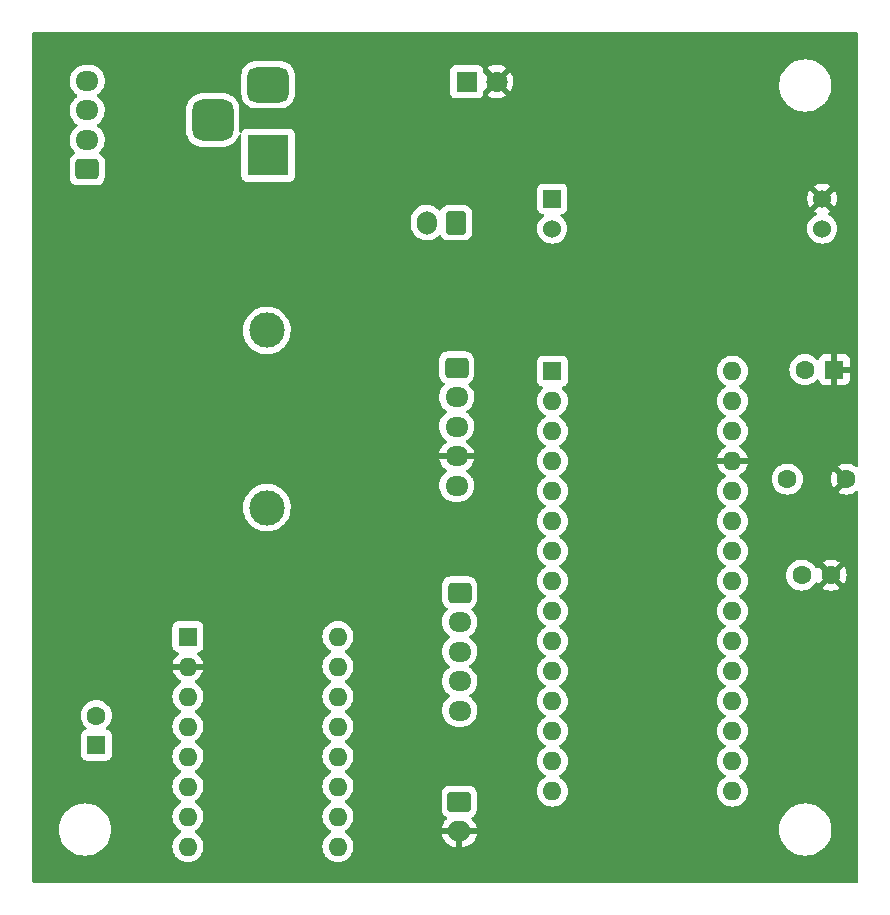
<source format=gbl>
%TF.GenerationSoftware,KiCad,Pcbnew,(6.0.9)*%
%TF.CreationDate,2024-07-14T14:50:05-07:00*%
%TF.ProjectId,RA_Controller,52415f43-6f6e-4747-926f-6c6c65722e6b,rev?*%
%TF.SameCoordinates,Original*%
%TF.FileFunction,Copper,L2,Bot*%
%TF.FilePolarity,Positive*%
%FSLAX46Y46*%
G04 Gerber Fmt 4.6, Leading zero omitted, Abs format (unit mm)*
G04 Created by KiCad (PCBNEW (6.0.9)) date 2024-07-14 14:50:05*
%MOMM*%
%LPD*%
G01*
G04 APERTURE LIST*
G04 Aperture macros list*
%AMRoundRect*
0 Rectangle with rounded corners*
0 $1 Rounding radius*
0 $2 $3 $4 $5 $6 $7 $8 $9 X,Y pos of 4 corners*
0 Add a 4 corners polygon primitive as box body*
4,1,4,$2,$3,$4,$5,$6,$7,$8,$9,$2,$3,0*
0 Add four circle primitives for the rounded corners*
1,1,$1+$1,$2,$3*
1,1,$1+$1,$4,$5*
1,1,$1+$1,$6,$7*
1,1,$1+$1,$8,$9*
0 Add four rect primitives between the rounded corners*
20,1,$1+$1,$2,$3,$4,$5,0*
20,1,$1+$1,$4,$5,$6,$7,0*
20,1,$1+$1,$6,$7,$8,$9,0*
20,1,$1+$1,$8,$9,$2,$3,0*%
G04 Aperture macros list end*
%TA.AperFunction,ComponentPad*%
%ADD10R,1.600000X1.600000*%
%TD*%
%TA.AperFunction,ComponentPad*%
%ADD11C,1.600000*%
%TD*%
%TA.AperFunction,ComponentPad*%
%ADD12O,1.600000X1.600000*%
%TD*%
%TA.AperFunction,ComponentPad*%
%ADD13RoundRect,0.250000X-0.750000X0.600000X-0.750000X-0.600000X0.750000X-0.600000X0.750000X0.600000X0*%
%TD*%
%TA.AperFunction,ComponentPad*%
%ADD14O,2.000000X1.700000*%
%TD*%
%TA.AperFunction,ComponentPad*%
%ADD15C,3.000000*%
%TD*%
%TA.AperFunction,ComponentPad*%
%ADD16RoundRect,0.250000X-0.725000X0.600000X-0.725000X-0.600000X0.725000X-0.600000X0.725000X0.600000X0*%
%TD*%
%TA.AperFunction,ComponentPad*%
%ADD17O,1.950000X1.700000*%
%TD*%
%TA.AperFunction,ComponentPad*%
%ADD18R,1.524000X1.524000*%
%TD*%
%TA.AperFunction,ComponentPad*%
%ADD19C,1.524000*%
%TD*%
%TA.AperFunction,ComponentPad*%
%ADD20RoundRect,0.250000X0.600000X0.750000X-0.600000X0.750000X-0.600000X-0.750000X0.600000X-0.750000X0*%
%TD*%
%TA.AperFunction,ComponentPad*%
%ADD21O,1.700000X2.000000*%
%TD*%
%TA.AperFunction,ComponentPad*%
%ADD22R,3.500000X3.500000*%
%TD*%
%TA.AperFunction,ComponentPad*%
%ADD23RoundRect,0.750000X-1.000000X0.750000X-1.000000X-0.750000X1.000000X-0.750000X1.000000X0.750000X0*%
%TD*%
%TA.AperFunction,ComponentPad*%
%ADD24RoundRect,0.875000X-0.875000X0.875000X-0.875000X-0.875000X0.875000X-0.875000X0.875000X0.875000X0*%
%TD*%
%TA.AperFunction,ComponentPad*%
%ADD25RoundRect,0.250000X0.725000X-0.600000X0.725000X0.600000X-0.725000X0.600000X-0.725000X-0.600000X0*%
%TD*%
%TA.AperFunction,ComponentPad*%
%ADD26R,1.800000X1.800000*%
%TD*%
%TA.AperFunction,ComponentPad*%
%ADD27C,1.800000*%
%TD*%
G04 APERTURE END LIST*
D10*
%TO.P,C1,1*%
%TO.N,+12V*%
X118999000Y-107354380D03*
D11*
%TO.P,C1,2*%
%TO.N,GND*%
X118999000Y-104854380D03*
%TD*%
%TO.P,C3,1*%
%TO.N,+5V*%
X182499000Y-84836000D03*
%TO.P,C3,2*%
%TO.N,GND*%
X177499000Y-84836000D03*
%TD*%
D10*
%TO.P,A2,1,GND*%
%TO.N,GND*%
X126756000Y-98171000D03*
D12*
%TO.P,A2,2,VDD*%
%TO.N,+5V*%
X126756000Y-100711000D03*
%TO.P,A2,3,1B*%
%TO.N,/1B*%
X126756000Y-103251000D03*
%TO.P,A2,4,1A*%
%TO.N,/1A*%
X126756000Y-105791000D03*
%TO.P,A2,5,2A*%
%TO.N,/2A*%
X126756000Y-108331000D03*
%TO.P,A2,6,2B*%
%TO.N,/2B*%
X126756000Y-110871000D03*
%TO.P,A2,7,GND*%
%TO.N,GND*%
X126756000Y-113411000D03*
%TO.P,A2,8,VMOT*%
%TO.N,+12V*%
X126756000Y-115951000D03*
%TO.P,A2,9,~{ENABLE}*%
%TO.N,unconnected-(A2-Pad9)*%
X139456000Y-115951000D03*
%TO.P,A2,10,MS1*%
%TO.N,unconnected-(A2-Pad10)*%
X139456000Y-113411000D03*
%TO.P,A2,11,MS2*%
%TO.N,unconnected-(A2-Pad11)*%
X139456000Y-110871000D03*
%TO.P,A2,12,MS3*%
%TO.N,unconnected-(A2-Pad12)*%
X139456000Y-108331000D03*
%TO.P,A2,13,~{RESET}*%
%TO.N,Net-(A2-Pad13)*%
X139456000Y-105791000D03*
%TO.P,A2,14,~{SLEEP}*%
X139456000Y-103251000D03*
%TO.P,A2,15,STEP*%
%TO.N,/STEP*%
X139456000Y-100711000D03*
%TO.P,A2,16,DIR*%
%TO.N,/DIR*%
X139456000Y-98171000D03*
%TD*%
D13*
%TO.P,J3,1,Pin_1*%
%TO.N,GND*%
X149733000Y-112141000D03*
D14*
%TO.P,J3,2,Pin_2*%
%TO.N,+5V*%
X149733000Y-114641000D03*
%TD*%
D15*
%TO.P,F1,1*%
%TO.N,Net-(F1-Pad1)*%
X133445000Y-72256000D03*
%TO.P,F1,2*%
%TO.N,Net-(F1-Pad2)*%
X133445000Y-87256000D03*
%TD*%
D10*
%TO.P,C2,1*%
%TO.N,+5V*%
X181483000Y-75565000D03*
D11*
%TO.P,C2,2*%
%TO.N,GND*%
X178983000Y-75565000D03*
%TD*%
D16*
%TO.P,J1,1,Pin_1*%
%TO.N,/RotCLK*%
X149506000Y-75391000D03*
D17*
%TO.P,J1,2,Pin_2*%
%TO.N,/RotDT*%
X149506000Y-77891000D03*
%TO.P,J1,3,Pin_3*%
%TO.N,/RotSW*%
X149506000Y-80391000D03*
%TO.P,J1,4,Pin_4*%
%TO.N,+5V*%
X149506000Y-82891000D03*
%TO.P,J1,5,Pin_5*%
%TO.N,GND*%
X149506000Y-85391000D03*
%TD*%
D10*
%TO.P,A1,1,D1/TX*%
%TO.N,unconnected-(A1-Pad1)*%
X157617000Y-75692000D03*
D12*
%TO.P,A1,2,D0/RX*%
%TO.N,unconnected-(A1-Pad2)*%
X157617000Y-78232000D03*
%TO.P,A1,3,~{RESET}*%
%TO.N,unconnected-(A1-Pad3)*%
X157617000Y-80772000D03*
%TO.P,A1,4,GND*%
%TO.N,GND*%
X157617000Y-83312000D03*
%TO.P,A1,5,D2*%
%TO.N,/RotCLK*%
X157617000Y-85852000D03*
%TO.P,A1,6,D3*%
%TO.N,/RotDT*%
X157617000Y-88392000D03*
%TO.P,A1,7,D4*%
%TO.N,/RotSW*%
X157617000Y-90932000D03*
%TO.P,A1,8,D5*%
%TO.N,/LEDBL*%
X157617000Y-93472000D03*
%TO.P,A1,9,D6*%
%TO.N,/LEDRD*%
X157617000Y-96012000D03*
%TO.P,A1,10,D7*%
%TO.N,/LEDGR*%
X157617000Y-98552000D03*
%TO.P,A1,11,D8*%
%TO.N,/TRKSW*%
X157617000Y-101092000D03*
%TO.P,A1,12,D9*%
%TO.N,/SLEWSW*%
X157617000Y-103632000D03*
%TO.P,A1,13,D10*%
%TO.N,/DIR*%
X157617000Y-106172000D03*
%TO.P,A1,14,D11*%
%TO.N,/STEP*%
X157617000Y-108712000D03*
%TO.P,A1,15,D12*%
%TO.N,unconnected-(A1-Pad15)*%
X157617000Y-111252000D03*
%TO.P,A1,16,D13*%
%TO.N,unconnected-(A1-Pad16)*%
X172857000Y-111252000D03*
%TO.P,A1,17,3V3*%
%TO.N,unconnected-(A1-Pad17)*%
X172857000Y-108712000D03*
%TO.P,A1,18,AREF*%
%TO.N,unconnected-(A1-Pad18)*%
X172857000Y-106172000D03*
%TO.P,A1,19,A0*%
%TO.N,unconnected-(A1-Pad19)*%
X172857000Y-103632000D03*
%TO.P,A1,20,A1*%
%TO.N,unconnected-(A1-Pad20)*%
X172857000Y-101092000D03*
%TO.P,A1,21,A2*%
%TO.N,unconnected-(A1-Pad21)*%
X172857000Y-98552000D03*
%TO.P,A1,22,A3*%
%TO.N,unconnected-(A1-Pad22)*%
X172857000Y-96012000D03*
%TO.P,A1,23,A4*%
%TO.N,unconnected-(A1-Pad23)*%
X172857000Y-93472000D03*
%TO.P,A1,24,A5*%
%TO.N,unconnected-(A1-Pad24)*%
X172857000Y-90932000D03*
%TO.P,A1,25,A6*%
%TO.N,unconnected-(A1-Pad25)*%
X172857000Y-88392000D03*
%TO.P,A1,26,A7*%
%TO.N,unconnected-(A1-Pad26)*%
X172857000Y-85852000D03*
%TO.P,A1,27,+5V*%
%TO.N,+5V*%
X172857000Y-83312000D03*
%TO.P,A1,28,~{RESET}*%
%TO.N,unconnected-(A1-Pad28)*%
X172857000Y-80772000D03*
%TO.P,A1,29,GND*%
%TO.N,GND*%
X172857000Y-78232000D03*
%TO.P,A1,30,VIN*%
%TO.N,unconnected-(A1-Pad30)*%
X172857000Y-75692000D03*
%TD*%
D11*
%TO.P,C4,1*%
%TO.N,+5V*%
X181209000Y-92964000D03*
%TO.P,C4,2*%
%TO.N,GND*%
X178709000Y-92964000D03*
%TD*%
D18*
%TO.P,U1,1,Vin*%
%TO.N,+12V*%
X157607000Y-61087000D03*
D19*
%TO.P,U1,2,GND*%
%TO.N,GND*%
X157607000Y-63627000D03*
%TO.P,U1,3,Vout*%
%TO.N,+5V*%
X180467000Y-61087000D03*
%TO.P,U1,4,GND*%
%TO.N,GND*%
X180467000Y-63627000D03*
%TD*%
D20*
%TO.P,J6,1,Pin_1*%
%TO.N,+12V*%
X149479000Y-63119000D03*
D21*
%TO.P,J6,2,Pin_2*%
%TO.N,Net-(F1-Pad2)*%
X146979000Y-63119000D03*
%TD*%
D22*
%TO.P,J5,1*%
%TO.N,Net-(F1-Pad1)*%
X133545500Y-57435000D03*
D23*
%TO.P,J5,2*%
%TO.N,GND*%
X133545500Y-51435000D03*
D24*
%TO.P,J5,3*%
%TO.N,N/C*%
X128845500Y-54435000D03*
%TD*%
D16*
%TO.P,J2,1,Pin_1*%
%TO.N,/LEDBL*%
X149760000Y-94441000D03*
D17*
%TO.P,J2,2,Pin_2*%
%TO.N,/LEDRD*%
X149760000Y-96941000D03*
%TO.P,J2,3,Pin_3*%
%TO.N,/LEDGR*%
X149760000Y-99441000D03*
%TO.P,J2,4,Pin_4*%
%TO.N,/TRKSW*%
X149760000Y-101941000D03*
%TO.P,J2,5,Pin_5*%
%TO.N,/SLEWSW*%
X149760000Y-104441000D03*
%TD*%
D25*
%TO.P,J4,1,Pin_1*%
%TO.N,/2B*%
X118220000Y-58614000D03*
D17*
%TO.P,J4,2,Pin_2*%
%TO.N,/2A*%
X118220000Y-56114000D03*
%TO.P,J4,3,Pin_3*%
%TO.N,/1A*%
X118220000Y-53614000D03*
%TO.P,J4,4,Pin_4*%
%TO.N,/1B*%
X118220000Y-51114000D03*
%TD*%
D26*
%TO.P,D1,1,K*%
%TO.N,Net-(D1-Pad1)*%
X150363000Y-51181000D03*
D27*
%TO.P,D1,2,A*%
%TO.N,+5V*%
X152903000Y-51181000D03*
%TD*%
%TA.AperFunction,Conductor*%
%TO.N,+5V*%
G36*
X183463621Y-47035502D02*
G01*
X183510114Y-47089158D01*
X183521500Y-47141500D01*
X183521500Y-83713146D01*
X183501498Y-83781267D01*
X183447842Y-83827760D01*
X183377568Y-83837864D01*
X183323229Y-83816359D01*
X183160006Y-83702069D01*
X183150511Y-83696586D01*
X182953053Y-83604510D01*
X182942761Y-83600764D01*
X182732312Y-83544375D01*
X182721519Y-83542472D01*
X182504475Y-83523483D01*
X182493525Y-83523483D01*
X182276481Y-83542472D01*
X182265688Y-83544375D01*
X182055239Y-83600764D01*
X182044947Y-83604510D01*
X181847489Y-83696586D01*
X181837994Y-83702069D01*
X181785952Y-83738509D01*
X181777576Y-83748988D01*
X181784644Y-83762434D01*
X182769115Y-84746905D01*
X182803141Y-84809217D01*
X182798076Y-84880032D01*
X182769115Y-84925095D01*
X181783923Y-85910287D01*
X181777493Y-85922062D01*
X181786789Y-85934077D01*
X181837994Y-85969931D01*
X181847489Y-85975414D01*
X182044947Y-86067490D01*
X182055239Y-86071236D01*
X182265688Y-86127625D01*
X182276481Y-86129528D01*
X182493525Y-86148517D01*
X182504475Y-86148517D01*
X182721519Y-86129528D01*
X182732312Y-86127625D01*
X182942761Y-86071236D01*
X182953053Y-86067490D01*
X183150511Y-85975414D01*
X183160006Y-85969931D01*
X183323229Y-85855641D01*
X183390503Y-85832953D01*
X183459363Y-85850238D01*
X183507948Y-85902008D01*
X183521500Y-85958854D01*
X183521500Y-118872500D01*
X183501498Y-118940621D01*
X183447842Y-118987114D01*
X183395500Y-118998500D01*
X113664500Y-118998500D01*
X113596379Y-118978498D01*
X113549886Y-118924842D01*
X113538500Y-118872500D01*
X113538500Y-114507000D01*
X115816761Y-114507000D01*
X115817031Y-114511119D01*
X115832686Y-114749959D01*
X115835696Y-114795886D01*
X115836500Y-114799926D01*
X115836500Y-114799929D01*
X115883779Y-115037617D01*
X115892175Y-115079828D01*
X115985234Y-115353970D01*
X116113279Y-115613619D01*
X116274119Y-115854335D01*
X116276831Y-115857427D01*
X116276836Y-115857434D01*
X116400160Y-115998056D01*
X116465004Y-116071996D01*
X116468093Y-116074705D01*
X116679565Y-116260163D01*
X116679571Y-116260168D01*
X116682665Y-116262881D01*
X116923380Y-116423721D01*
X116927079Y-116425545D01*
X116927084Y-116425548D01*
X117179335Y-116549944D01*
X117183030Y-116551766D01*
X117186928Y-116553089D01*
X117186930Y-116553090D01*
X117453262Y-116643498D01*
X117453266Y-116643499D01*
X117457172Y-116644825D01*
X117461216Y-116645629D01*
X117461222Y-116645631D01*
X117737071Y-116700500D01*
X117737074Y-116700500D01*
X117741114Y-116701304D01*
X117745225Y-116701573D01*
X117745229Y-116701574D01*
X118025881Y-116719969D01*
X118030000Y-116720239D01*
X118034119Y-116719969D01*
X118314771Y-116701574D01*
X118314775Y-116701573D01*
X118318886Y-116701304D01*
X118322926Y-116700500D01*
X118322929Y-116700500D01*
X118598778Y-116645631D01*
X118598784Y-116645629D01*
X118602828Y-116644825D01*
X118606734Y-116643499D01*
X118606738Y-116643498D01*
X118873070Y-116553090D01*
X118873072Y-116553089D01*
X118876970Y-116551766D01*
X118880665Y-116549944D01*
X119132916Y-116425548D01*
X119132921Y-116425545D01*
X119136620Y-116423721D01*
X119377335Y-116262881D01*
X119380429Y-116260168D01*
X119380435Y-116260163D01*
X119591907Y-116074705D01*
X119594996Y-116071996D01*
X119659840Y-115998056D01*
X119701108Y-115951000D01*
X125442502Y-115951000D01*
X125462457Y-116179087D01*
X125521716Y-116400243D01*
X125524039Y-116405224D01*
X125524039Y-116405225D01*
X125616151Y-116602762D01*
X125616154Y-116602767D01*
X125618477Y-116607749D01*
X125683422Y-116700500D01*
X125697055Y-116719969D01*
X125749802Y-116795300D01*
X125911700Y-116957198D01*
X125916208Y-116960355D01*
X125916211Y-116960357D01*
X125994389Y-117015098D01*
X126099251Y-117088523D01*
X126104233Y-117090846D01*
X126104238Y-117090849D01*
X126301775Y-117182961D01*
X126306757Y-117185284D01*
X126312065Y-117186706D01*
X126312067Y-117186707D01*
X126522598Y-117243119D01*
X126522600Y-117243119D01*
X126527913Y-117244543D01*
X126756000Y-117264498D01*
X126984087Y-117244543D01*
X126989400Y-117243119D01*
X126989402Y-117243119D01*
X127199933Y-117186707D01*
X127199935Y-117186706D01*
X127205243Y-117185284D01*
X127210225Y-117182961D01*
X127407762Y-117090849D01*
X127407767Y-117090846D01*
X127412749Y-117088523D01*
X127517611Y-117015098D01*
X127595789Y-116960357D01*
X127595792Y-116960355D01*
X127600300Y-116957198D01*
X127762198Y-116795300D01*
X127814946Y-116719969D01*
X127828578Y-116700500D01*
X127893523Y-116607749D01*
X127895846Y-116602767D01*
X127895849Y-116602762D01*
X127987961Y-116405225D01*
X127987961Y-116405224D01*
X127990284Y-116400243D01*
X128049543Y-116179087D01*
X128069498Y-115951000D01*
X138142502Y-115951000D01*
X138162457Y-116179087D01*
X138221716Y-116400243D01*
X138224039Y-116405224D01*
X138224039Y-116405225D01*
X138316151Y-116602762D01*
X138316154Y-116602767D01*
X138318477Y-116607749D01*
X138383422Y-116700500D01*
X138397055Y-116719969D01*
X138449802Y-116795300D01*
X138611700Y-116957198D01*
X138616208Y-116960355D01*
X138616211Y-116960357D01*
X138694389Y-117015098D01*
X138799251Y-117088523D01*
X138804233Y-117090846D01*
X138804238Y-117090849D01*
X139001775Y-117182961D01*
X139006757Y-117185284D01*
X139012065Y-117186706D01*
X139012067Y-117186707D01*
X139222598Y-117243119D01*
X139222600Y-117243119D01*
X139227913Y-117244543D01*
X139456000Y-117264498D01*
X139684087Y-117244543D01*
X139689400Y-117243119D01*
X139689402Y-117243119D01*
X139899933Y-117186707D01*
X139899935Y-117186706D01*
X139905243Y-117185284D01*
X139910225Y-117182961D01*
X140107762Y-117090849D01*
X140107767Y-117090846D01*
X140112749Y-117088523D01*
X140217611Y-117015098D01*
X140295789Y-116960357D01*
X140295792Y-116960355D01*
X140300300Y-116957198D01*
X140462198Y-116795300D01*
X140514946Y-116719969D01*
X140528578Y-116700500D01*
X140593523Y-116607749D01*
X140595846Y-116602767D01*
X140595849Y-116602762D01*
X140687961Y-116405225D01*
X140687961Y-116405224D01*
X140690284Y-116400243D01*
X140749543Y-116179087D01*
X140769498Y-115951000D01*
X140749543Y-115722913D01*
X140745051Y-115706150D01*
X140691707Y-115507067D01*
X140691706Y-115507065D01*
X140690284Y-115501757D01*
X140658208Y-115432969D01*
X140595849Y-115299238D01*
X140595846Y-115299233D01*
X140593523Y-115294251D01*
X140462198Y-115106700D01*
X140300300Y-114944802D01*
X140295792Y-114941645D01*
X140295789Y-114941643D01*
X140249998Y-114909580D01*
X148251752Y-114909580D01*
X148276477Y-115027421D01*
X148279537Y-115037617D01*
X148360263Y-115242029D01*
X148364994Y-115251561D01*
X148479016Y-115439462D01*
X148485280Y-115448052D01*
X148629327Y-115614052D01*
X148636958Y-115621472D01*
X148806911Y-115760826D01*
X148815678Y-115766850D01*
X149006682Y-115875576D01*
X149016346Y-115880041D01*
X149222941Y-115955031D01*
X149233208Y-115957802D01*
X149450655Y-115997123D01*
X149458884Y-115998056D01*
X149463376Y-115998268D01*
X149476124Y-115994525D01*
X149477329Y-115993135D01*
X149479000Y-115985452D01*
X149479000Y-115976970D01*
X149987000Y-115976970D01*
X149991310Y-115991648D01*
X150003193Y-115993711D01*
X150107325Y-115984876D01*
X150117797Y-115983086D01*
X150330535Y-115927870D01*
X150340575Y-115924335D01*
X150540970Y-115834063D01*
X150550256Y-115828894D01*
X150732575Y-115706150D01*
X150740870Y-115699481D01*
X150899900Y-115547772D01*
X150906941Y-115539814D01*
X151038141Y-115363475D01*
X151043745Y-115354438D01*
X151143357Y-115158516D01*
X151147357Y-115148665D01*
X151212534Y-114938760D01*
X151214817Y-114928376D01*
X151216861Y-114912957D01*
X151214665Y-114898793D01*
X151201478Y-114895000D01*
X150005115Y-114895000D01*
X149989876Y-114899475D01*
X149988671Y-114900865D01*
X149987000Y-114908548D01*
X149987000Y-115976970D01*
X149479000Y-115976970D01*
X149479000Y-114913115D01*
X149474525Y-114897876D01*
X149473135Y-114896671D01*
X149465452Y-114895000D01*
X148266808Y-114895000D01*
X148253277Y-114898973D01*
X148251752Y-114909580D01*
X140249998Y-114909580D01*
X140217611Y-114886902D01*
X140112749Y-114813477D01*
X140107767Y-114811154D01*
X140107762Y-114811151D01*
X140073543Y-114795195D01*
X140020258Y-114748278D01*
X140000797Y-114680001D01*
X140021339Y-114612041D01*
X140073543Y-114566805D01*
X140107762Y-114550849D01*
X140107767Y-114550846D01*
X140112749Y-114548523D01*
X140172050Y-114507000D01*
X176816761Y-114507000D01*
X176817031Y-114511119D01*
X176832686Y-114749959D01*
X176835696Y-114795886D01*
X176836500Y-114799926D01*
X176836500Y-114799929D01*
X176883779Y-115037617D01*
X176892175Y-115079828D01*
X176985234Y-115353970D01*
X177113279Y-115613619D01*
X177274119Y-115854335D01*
X177276831Y-115857427D01*
X177276836Y-115857434D01*
X177400160Y-115998056D01*
X177465004Y-116071996D01*
X177468093Y-116074705D01*
X177679565Y-116260163D01*
X177679571Y-116260168D01*
X177682665Y-116262881D01*
X177923380Y-116423721D01*
X177927079Y-116425545D01*
X177927084Y-116425548D01*
X178179335Y-116549944D01*
X178183030Y-116551766D01*
X178186928Y-116553089D01*
X178186930Y-116553090D01*
X178453262Y-116643498D01*
X178453266Y-116643499D01*
X178457172Y-116644825D01*
X178461216Y-116645629D01*
X178461222Y-116645631D01*
X178737071Y-116700500D01*
X178737074Y-116700500D01*
X178741114Y-116701304D01*
X178745225Y-116701573D01*
X178745229Y-116701574D01*
X179025881Y-116719969D01*
X179030000Y-116720239D01*
X179034119Y-116719969D01*
X179314771Y-116701574D01*
X179314775Y-116701573D01*
X179318886Y-116701304D01*
X179322926Y-116700500D01*
X179322929Y-116700500D01*
X179598778Y-116645631D01*
X179598784Y-116645629D01*
X179602828Y-116644825D01*
X179606734Y-116643499D01*
X179606738Y-116643498D01*
X179873070Y-116553090D01*
X179873072Y-116553089D01*
X179876970Y-116551766D01*
X179880665Y-116549944D01*
X180132916Y-116425548D01*
X180132921Y-116425545D01*
X180136620Y-116423721D01*
X180377335Y-116262881D01*
X180380429Y-116260168D01*
X180380435Y-116260163D01*
X180591907Y-116074705D01*
X180594996Y-116071996D01*
X180659840Y-115998056D01*
X180783164Y-115857434D01*
X180783169Y-115857427D01*
X180785881Y-115854335D01*
X180946721Y-115613619D01*
X181074766Y-115353970D01*
X181167825Y-115079828D01*
X181176222Y-115037617D01*
X181223500Y-114799929D01*
X181223500Y-114799926D01*
X181224304Y-114795886D01*
X181227315Y-114749959D01*
X181242969Y-114511119D01*
X181243239Y-114507000D01*
X181233186Y-114353624D01*
X181224574Y-114222229D01*
X181224573Y-114222225D01*
X181224304Y-114218114D01*
X181167825Y-113934172D01*
X181142730Y-113860243D01*
X181076090Y-113663930D01*
X181076089Y-113663928D01*
X181074766Y-113660030D01*
X180946721Y-113400381D01*
X180785881Y-113159665D01*
X180783169Y-113156573D01*
X180783164Y-113156566D01*
X180597705Y-112945093D01*
X180594996Y-112942004D01*
X180549824Y-112902389D01*
X180380435Y-112753837D01*
X180380429Y-112753832D01*
X180377335Y-112751119D01*
X180136620Y-112590279D01*
X180132921Y-112588455D01*
X180132916Y-112588452D01*
X179880665Y-112464056D01*
X179880663Y-112464055D01*
X179876970Y-112462234D01*
X179719262Y-112408699D01*
X179606738Y-112370502D01*
X179606734Y-112370501D01*
X179602828Y-112369175D01*
X179598784Y-112368371D01*
X179598778Y-112368369D01*
X179322929Y-112313500D01*
X179322926Y-112313500D01*
X179318886Y-112312696D01*
X179314775Y-112312427D01*
X179314771Y-112312426D01*
X179034119Y-112294031D01*
X179030000Y-112293761D01*
X179025881Y-112294031D01*
X178745229Y-112312426D01*
X178745225Y-112312427D01*
X178741114Y-112312696D01*
X178737074Y-112313500D01*
X178737071Y-112313500D01*
X178461222Y-112368369D01*
X178461216Y-112368371D01*
X178457172Y-112369175D01*
X178453266Y-112370501D01*
X178453262Y-112370502D01*
X178340738Y-112408699D01*
X178183030Y-112462234D01*
X178179337Y-112464055D01*
X178179335Y-112464056D01*
X178131376Y-112487707D01*
X177923381Y-112590279D01*
X177682665Y-112751119D01*
X177679573Y-112753831D01*
X177679566Y-112753836D01*
X177510176Y-112902389D01*
X177465004Y-112942004D01*
X177462295Y-112945093D01*
X177276836Y-113156566D01*
X177276831Y-113156573D01*
X177274119Y-113159665D01*
X177113279Y-113400381D01*
X176985234Y-113660030D01*
X176983911Y-113663928D01*
X176983910Y-113663930D01*
X176917271Y-113860243D01*
X176892175Y-113934172D01*
X176835696Y-114218114D01*
X176835427Y-114222225D01*
X176835426Y-114222229D01*
X176824875Y-114383207D01*
X176818805Y-114475810D01*
X176816761Y-114507000D01*
X140172050Y-114507000D01*
X140217611Y-114475098D01*
X140295789Y-114420357D01*
X140295792Y-114420355D01*
X140300300Y-114417198D01*
X140462198Y-114255300D01*
X140469843Y-114244383D01*
X140590366Y-114072257D01*
X140593523Y-114067749D01*
X140595846Y-114062767D01*
X140595849Y-114062762D01*
X140687961Y-113865225D01*
X140687961Y-113865224D01*
X140690284Y-113860243D01*
X140744922Y-113656335D01*
X140748119Y-113644402D01*
X140748119Y-113644400D01*
X140749543Y-113639087D01*
X140769498Y-113411000D01*
X140749543Y-113182913D01*
X140716072Y-113057998D01*
X140691707Y-112967067D01*
X140691706Y-112967065D01*
X140690284Y-112961757D01*
X140663214Y-112903704D01*
X140610846Y-112791400D01*
X148224500Y-112791400D01*
X148235474Y-112897166D01*
X148291450Y-113064946D01*
X148384522Y-113215348D01*
X148509697Y-113340305D01*
X148655258Y-113430030D01*
X148655780Y-113430352D01*
X148703273Y-113483124D01*
X148714697Y-113553196D01*
X148686423Y-113618320D01*
X148676636Y-113628782D01*
X148566094Y-113734234D01*
X148559059Y-113742186D01*
X148427859Y-113918525D01*
X148422255Y-113927562D01*
X148322643Y-114123484D01*
X148318643Y-114133335D01*
X148253466Y-114343240D01*
X148251183Y-114353624D01*
X148249139Y-114369043D01*
X148251335Y-114383207D01*
X148264522Y-114387000D01*
X151199192Y-114387000D01*
X151212723Y-114383027D01*
X151214248Y-114372420D01*
X151189523Y-114254579D01*
X151186463Y-114244383D01*
X151105737Y-114039971D01*
X151101006Y-114030439D01*
X150986984Y-113842538D01*
X150980720Y-113833948D01*
X150836673Y-113667948D01*
X150829044Y-113660530D01*
X150797431Y-113634609D01*
X150757436Y-113575949D01*
X150755504Y-113504979D01*
X150792248Y-113444230D01*
X150811018Y-113430030D01*
X150852937Y-113404090D01*
X150957348Y-113339478D01*
X151082305Y-113214303D01*
X151101654Y-113182913D01*
X151171275Y-113069968D01*
X151171276Y-113069966D01*
X151175115Y-113063738D01*
X151230797Y-112895861D01*
X151241500Y-112791400D01*
X151241500Y-111490600D01*
X151230526Y-111384834D01*
X151186209Y-111252000D01*
X156303502Y-111252000D01*
X156323457Y-111480087D01*
X156382716Y-111701243D01*
X156385039Y-111706224D01*
X156385039Y-111706225D01*
X156477151Y-111903762D01*
X156477154Y-111903767D01*
X156479477Y-111908749D01*
X156482634Y-111913257D01*
X156594993Y-112073722D01*
X156610802Y-112096300D01*
X156772700Y-112258198D01*
X156777208Y-112261355D01*
X156777211Y-112261357D01*
X156850145Y-112312426D01*
X156960251Y-112389523D01*
X156965233Y-112391846D01*
X156965238Y-112391849D01*
X157162775Y-112483961D01*
X157167757Y-112486284D01*
X157173065Y-112487706D01*
X157173067Y-112487707D01*
X157383598Y-112544119D01*
X157383600Y-112544119D01*
X157388913Y-112545543D01*
X157617000Y-112565498D01*
X157845087Y-112545543D01*
X157850400Y-112544119D01*
X157850402Y-112544119D01*
X158060933Y-112487707D01*
X158060935Y-112487706D01*
X158066243Y-112486284D01*
X158071225Y-112483961D01*
X158268762Y-112391849D01*
X158268767Y-112391846D01*
X158273749Y-112389523D01*
X158383855Y-112312426D01*
X158456789Y-112261357D01*
X158456792Y-112261355D01*
X158461300Y-112258198D01*
X158623198Y-112096300D01*
X158639008Y-112073722D01*
X158751366Y-111913257D01*
X158754523Y-111908749D01*
X158756846Y-111903767D01*
X158756849Y-111903762D01*
X158848961Y-111706225D01*
X158848961Y-111706224D01*
X158851284Y-111701243D01*
X158910543Y-111480087D01*
X158930498Y-111252000D01*
X171543502Y-111252000D01*
X171563457Y-111480087D01*
X171622716Y-111701243D01*
X171625039Y-111706224D01*
X171625039Y-111706225D01*
X171717151Y-111903762D01*
X171717154Y-111903767D01*
X171719477Y-111908749D01*
X171722634Y-111913257D01*
X171834993Y-112073722D01*
X171850802Y-112096300D01*
X172012700Y-112258198D01*
X172017208Y-112261355D01*
X172017211Y-112261357D01*
X172090145Y-112312426D01*
X172200251Y-112389523D01*
X172205233Y-112391846D01*
X172205238Y-112391849D01*
X172402775Y-112483961D01*
X172407757Y-112486284D01*
X172413065Y-112487706D01*
X172413067Y-112487707D01*
X172623598Y-112544119D01*
X172623600Y-112544119D01*
X172628913Y-112545543D01*
X172857000Y-112565498D01*
X173085087Y-112545543D01*
X173090400Y-112544119D01*
X173090402Y-112544119D01*
X173300933Y-112487707D01*
X173300935Y-112487706D01*
X173306243Y-112486284D01*
X173311225Y-112483961D01*
X173508762Y-112391849D01*
X173508767Y-112391846D01*
X173513749Y-112389523D01*
X173623855Y-112312426D01*
X173696789Y-112261357D01*
X173696792Y-112261355D01*
X173701300Y-112258198D01*
X173863198Y-112096300D01*
X173879008Y-112073722D01*
X173991366Y-111913257D01*
X173994523Y-111908749D01*
X173996846Y-111903767D01*
X173996849Y-111903762D01*
X174088961Y-111706225D01*
X174088961Y-111706224D01*
X174091284Y-111701243D01*
X174150543Y-111480087D01*
X174170498Y-111252000D01*
X174150543Y-111023913D01*
X174127702Y-110938668D01*
X174092707Y-110808067D01*
X174092706Y-110808065D01*
X174091284Y-110802757D01*
X174087972Y-110795655D01*
X173996849Y-110600238D01*
X173996846Y-110600233D01*
X173994523Y-110595251D01*
X173873041Y-110421757D01*
X173866357Y-110412211D01*
X173866355Y-110412208D01*
X173863198Y-110407700D01*
X173701300Y-110245802D01*
X173696792Y-110242645D01*
X173696789Y-110242643D01*
X173618611Y-110187902D01*
X173513749Y-110114477D01*
X173508767Y-110112154D01*
X173508762Y-110112151D01*
X173474543Y-110096195D01*
X173421258Y-110049278D01*
X173401797Y-109981001D01*
X173422339Y-109913041D01*
X173474543Y-109867805D01*
X173508762Y-109851849D01*
X173508767Y-109851846D01*
X173513749Y-109849523D01*
X173674971Y-109736634D01*
X173696789Y-109721357D01*
X173696792Y-109721355D01*
X173701300Y-109718198D01*
X173863198Y-109556300D01*
X173879008Y-109533722D01*
X173991366Y-109373257D01*
X173994523Y-109368749D01*
X173996846Y-109363767D01*
X173996849Y-109363762D01*
X174088961Y-109166225D01*
X174088961Y-109166224D01*
X174091284Y-109161243D01*
X174150543Y-108940087D01*
X174170498Y-108712000D01*
X174150543Y-108483913D01*
X174091284Y-108262757D01*
X174088525Y-108256840D01*
X173996849Y-108060238D01*
X173996846Y-108060233D01*
X173994523Y-108055251D01*
X173873041Y-107881757D01*
X173866357Y-107872211D01*
X173866355Y-107872208D01*
X173863198Y-107867700D01*
X173701300Y-107705802D01*
X173696792Y-107702645D01*
X173696789Y-107702643D01*
X173618611Y-107647902D01*
X173513749Y-107574477D01*
X173508767Y-107572154D01*
X173508762Y-107572151D01*
X173474543Y-107556195D01*
X173421258Y-107509278D01*
X173401797Y-107441001D01*
X173422339Y-107373041D01*
X173474543Y-107327805D01*
X173508762Y-107311849D01*
X173508767Y-107311846D01*
X173513749Y-107309523D01*
X173674971Y-107196634D01*
X173696789Y-107181357D01*
X173696792Y-107181355D01*
X173701300Y-107178198D01*
X173863198Y-107016300D01*
X173879008Y-106993722D01*
X173991366Y-106833257D01*
X173994523Y-106828749D01*
X173996846Y-106823767D01*
X173996849Y-106823762D01*
X174088961Y-106626225D01*
X174088961Y-106626224D01*
X174091284Y-106621243D01*
X174150543Y-106400087D01*
X174170498Y-106172000D01*
X174150543Y-105943913D01*
X174140570Y-105906692D01*
X174092707Y-105728067D01*
X174092706Y-105728065D01*
X174091284Y-105722757D01*
X174071578Y-105680497D01*
X173996849Y-105520238D01*
X173996846Y-105520233D01*
X173994523Y-105515251D01*
X173921098Y-105410389D01*
X173866357Y-105332211D01*
X173866355Y-105332208D01*
X173863198Y-105327700D01*
X173701300Y-105165802D01*
X173696792Y-105162645D01*
X173696789Y-105162643D01*
X173589876Y-105087782D01*
X173513749Y-105034477D01*
X173508767Y-105032154D01*
X173508762Y-105032151D01*
X173474543Y-105016195D01*
X173421258Y-104969278D01*
X173401797Y-104901001D01*
X173422339Y-104833041D01*
X173474543Y-104787805D01*
X173508762Y-104771849D01*
X173508767Y-104771846D01*
X173513749Y-104769523D01*
X173674971Y-104656634D01*
X173696789Y-104641357D01*
X173696792Y-104641355D01*
X173701300Y-104638198D01*
X173863198Y-104476300D01*
X173879008Y-104453722D01*
X173991366Y-104293257D01*
X173994523Y-104288749D01*
X173996846Y-104283767D01*
X173996849Y-104283762D01*
X174088961Y-104086225D01*
X174088961Y-104086224D01*
X174091284Y-104081243D01*
X174109144Y-104014591D01*
X174149119Y-103865402D01*
X174149119Y-103865400D01*
X174150543Y-103860087D01*
X174170498Y-103632000D01*
X174150543Y-103403913D01*
X174127355Y-103317376D01*
X174092707Y-103188067D01*
X174092706Y-103188065D01*
X174091284Y-103182757D01*
X174044557Y-103082550D01*
X173996849Y-102980238D01*
X173996846Y-102980233D01*
X173994523Y-102975251D01*
X173873041Y-102801757D01*
X173866357Y-102792211D01*
X173866355Y-102792208D01*
X173863198Y-102787700D01*
X173701300Y-102625802D01*
X173696792Y-102622645D01*
X173696789Y-102622643D01*
X173581984Y-102542256D01*
X173513749Y-102494477D01*
X173508767Y-102492154D01*
X173508762Y-102492151D01*
X173474543Y-102476195D01*
X173421258Y-102429278D01*
X173401797Y-102361001D01*
X173422339Y-102293041D01*
X173474543Y-102247805D01*
X173508762Y-102231849D01*
X173508767Y-102231846D01*
X173513749Y-102229523D01*
X173674971Y-102116634D01*
X173696789Y-102101357D01*
X173696792Y-102101355D01*
X173701300Y-102098198D01*
X173863198Y-101936300D01*
X173879008Y-101913722D01*
X173927175Y-101844931D01*
X173994523Y-101748749D01*
X173996846Y-101743767D01*
X173996849Y-101743762D01*
X174088961Y-101546225D01*
X174088961Y-101546224D01*
X174091284Y-101541243D01*
X174139176Y-101362511D01*
X174149119Y-101325402D01*
X174149119Y-101325400D01*
X174150543Y-101320087D01*
X174170498Y-101092000D01*
X174150543Y-100863913D01*
X174138980Y-100820760D01*
X174092707Y-100648067D01*
X174092706Y-100648065D01*
X174091284Y-100642757D01*
X174087029Y-100633632D01*
X173996849Y-100440238D01*
X173996846Y-100440233D01*
X173994523Y-100435251D01*
X173921098Y-100330389D01*
X173866357Y-100252211D01*
X173866355Y-100252208D01*
X173863198Y-100247700D01*
X173701300Y-100085802D01*
X173696792Y-100082645D01*
X173696789Y-100082643D01*
X173618611Y-100027902D01*
X173513749Y-99954477D01*
X173508767Y-99952154D01*
X173508762Y-99952151D01*
X173474543Y-99936195D01*
X173421258Y-99889278D01*
X173401797Y-99821001D01*
X173422339Y-99753041D01*
X173474543Y-99707805D01*
X173508762Y-99691849D01*
X173508767Y-99691846D01*
X173513749Y-99689523D01*
X173674971Y-99576634D01*
X173696789Y-99561357D01*
X173696792Y-99561355D01*
X173701300Y-99558198D01*
X173863198Y-99396300D01*
X173873138Y-99382105D01*
X173983220Y-99224891D01*
X173994523Y-99208749D01*
X173996846Y-99203767D01*
X173996849Y-99203762D01*
X174088961Y-99006225D01*
X174088961Y-99006224D01*
X174091284Y-99001243D01*
X174150543Y-98780087D01*
X174170498Y-98552000D01*
X174150543Y-98323913D01*
X174149119Y-98318598D01*
X174092707Y-98108067D01*
X174092706Y-98108065D01*
X174091284Y-98102757D01*
X174083203Y-98085427D01*
X173996849Y-97900238D01*
X173996846Y-97900233D01*
X173994523Y-97895251D01*
X173921098Y-97790389D01*
X173866357Y-97712211D01*
X173866355Y-97712208D01*
X173863198Y-97707700D01*
X173701300Y-97545802D01*
X173696792Y-97542645D01*
X173696789Y-97542643D01*
X173618611Y-97487902D01*
X173513749Y-97414477D01*
X173508767Y-97412154D01*
X173508762Y-97412151D01*
X173474543Y-97396195D01*
X173421258Y-97349278D01*
X173401797Y-97281001D01*
X173422339Y-97213041D01*
X173474543Y-97167805D01*
X173508762Y-97151849D01*
X173508767Y-97151846D01*
X173513749Y-97149523D01*
X173674971Y-97036634D01*
X173696789Y-97021357D01*
X173696792Y-97021355D01*
X173701300Y-97018198D01*
X173863198Y-96856300D01*
X173994523Y-96668749D01*
X173996846Y-96663767D01*
X173996849Y-96663762D01*
X174088961Y-96466225D01*
X174088961Y-96466224D01*
X174091284Y-96461243D01*
X174150543Y-96240087D01*
X174170498Y-96012000D01*
X174150543Y-95783913D01*
X174149119Y-95778598D01*
X174092707Y-95568067D01*
X174092706Y-95568065D01*
X174091284Y-95562757D01*
X173998481Y-95363738D01*
X173996849Y-95360238D01*
X173996846Y-95360233D01*
X173994523Y-95355251D01*
X173921098Y-95250389D01*
X173866357Y-95172211D01*
X173866355Y-95172208D01*
X173863198Y-95167700D01*
X173701300Y-95005802D01*
X173696792Y-95002645D01*
X173696789Y-95002643D01*
X173618611Y-94947902D01*
X173513749Y-94874477D01*
X173508767Y-94872154D01*
X173508762Y-94872151D01*
X173474543Y-94856195D01*
X173421258Y-94809278D01*
X173401797Y-94741001D01*
X173422339Y-94673041D01*
X173474543Y-94627805D01*
X173508762Y-94611849D01*
X173508767Y-94611846D01*
X173513749Y-94609523D01*
X173618611Y-94536098D01*
X173696789Y-94481357D01*
X173696792Y-94481355D01*
X173701300Y-94478198D01*
X173863198Y-94316300D01*
X173891055Y-94276517D01*
X173921098Y-94233611D01*
X173994523Y-94128749D01*
X173996846Y-94123767D01*
X173996849Y-94123762D01*
X174088961Y-93926225D01*
X174088961Y-93926224D01*
X174091284Y-93921243D01*
X174150543Y-93700087D01*
X174170498Y-93472000D01*
X174150543Y-93243913D01*
X174149119Y-93238598D01*
X174092707Y-93028067D01*
X174092706Y-93028065D01*
X174091284Y-93022757D01*
X174068353Y-92973580D01*
X174063886Y-92964000D01*
X177395502Y-92964000D01*
X177415457Y-93192087D01*
X177416881Y-93197400D01*
X177416881Y-93197402D01*
X177464182Y-93373928D01*
X177474716Y-93413243D01*
X177477039Y-93418224D01*
X177477039Y-93418225D01*
X177569151Y-93615762D01*
X177569154Y-93615767D01*
X177571477Y-93620749D01*
X177623193Y-93694607D01*
X177688133Y-93787350D01*
X177702802Y-93808300D01*
X177864700Y-93970198D01*
X177869208Y-93973355D01*
X177869211Y-93973357D01*
X177947389Y-94028098D01*
X178052251Y-94101523D01*
X178057233Y-94103846D01*
X178057238Y-94103849D01*
X178253765Y-94195490D01*
X178259757Y-94198284D01*
X178265065Y-94199706D01*
X178265067Y-94199707D01*
X178475598Y-94256119D01*
X178475600Y-94256119D01*
X178480913Y-94257543D01*
X178709000Y-94277498D01*
X178937087Y-94257543D01*
X178942400Y-94256119D01*
X178942402Y-94256119D01*
X179152933Y-94199707D01*
X179152935Y-94199706D01*
X179158243Y-94198284D01*
X179164235Y-94195490D01*
X179360762Y-94103849D01*
X179360767Y-94103846D01*
X179365749Y-94101523D01*
X179439243Y-94050062D01*
X180487493Y-94050062D01*
X180496789Y-94062077D01*
X180547994Y-94097931D01*
X180557489Y-94103414D01*
X180754947Y-94195490D01*
X180765239Y-94199236D01*
X180975688Y-94255625D01*
X180986481Y-94257528D01*
X181203525Y-94276517D01*
X181214475Y-94276517D01*
X181431519Y-94257528D01*
X181442312Y-94255625D01*
X181652761Y-94199236D01*
X181663053Y-94195490D01*
X181860511Y-94103414D01*
X181870006Y-94097931D01*
X181922048Y-94061491D01*
X181930424Y-94051012D01*
X181923356Y-94037566D01*
X181221812Y-93336022D01*
X181207868Y-93328408D01*
X181206035Y-93328539D01*
X181199420Y-93332790D01*
X180493923Y-94038287D01*
X180487493Y-94050062D01*
X179439243Y-94050062D01*
X179470611Y-94028098D01*
X179548789Y-93973357D01*
X179548792Y-93973355D01*
X179553300Y-93970198D01*
X179715198Y-93808300D01*
X179729868Y-93787350D01*
X179843369Y-93625253D01*
X179846523Y-93620749D01*
X179848847Y-93615765D01*
X179850171Y-93613472D01*
X179901553Y-93564479D01*
X179971267Y-93551043D01*
X180037178Y-93577429D01*
X180068409Y-93613472D01*
X180075066Y-93625002D01*
X180111509Y-93677048D01*
X180121988Y-93685424D01*
X180135434Y-93678356D01*
X180836978Y-92976812D01*
X180843356Y-92965132D01*
X181573408Y-92965132D01*
X181573539Y-92966965D01*
X181577790Y-92973580D01*
X182283287Y-93679077D01*
X182295062Y-93685507D01*
X182307077Y-93676211D01*
X182342931Y-93625006D01*
X182348414Y-93615511D01*
X182440490Y-93418053D01*
X182444236Y-93407761D01*
X182500625Y-93197312D01*
X182502528Y-93186519D01*
X182521517Y-92969475D01*
X182521517Y-92958525D01*
X182502528Y-92741481D01*
X182500625Y-92730688D01*
X182444236Y-92520239D01*
X182440490Y-92509947D01*
X182348414Y-92312489D01*
X182342931Y-92302994D01*
X182306491Y-92250952D01*
X182296012Y-92242576D01*
X182282566Y-92249644D01*
X181581022Y-92951188D01*
X181573408Y-92965132D01*
X180843356Y-92965132D01*
X180844592Y-92962868D01*
X180844461Y-92961035D01*
X180840210Y-92954420D01*
X180134713Y-92248923D01*
X180122938Y-92242493D01*
X180110923Y-92251789D01*
X180075066Y-92302998D01*
X180068409Y-92314528D01*
X180017027Y-92363521D01*
X179947313Y-92376958D01*
X179881402Y-92350571D01*
X179850171Y-92314528D01*
X179848847Y-92312235D01*
X179846523Y-92307251D01*
X179725717Y-92134722D01*
X179718357Y-92124211D01*
X179718355Y-92124208D01*
X179715198Y-92119700D01*
X179553300Y-91957802D01*
X179548792Y-91954645D01*
X179548789Y-91954643D01*
X179437886Y-91876988D01*
X180487576Y-91876988D01*
X180494644Y-91890434D01*
X181196188Y-92591978D01*
X181210132Y-92599592D01*
X181211965Y-92599461D01*
X181218580Y-92595210D01*
X181924077Y-91889713D01*
X181930507Y-91877938D01*
X181921211Y-91865923D01*
X181870006Y-91830069D01*
X181860511Y-91824586D01*
X181663053Y-91732510D01*
X181652761Y-91728764D01*
X181442312Y-91672375D01*
X181431519Y-91670472D01*
X181214475Y-91651483D01*
X181203525Y-91651483D01*
X180986481Y-91670472D01*
X180975688Y-91672375D01*
X180765239Y-91728764D01*
X180754947Y-91732510D01*
X180557489Y-91824586D01*
X180547994Y-91830069D01*
X180495952Y-91866509D01*
X180487576Y-91876988D01*
X179437886Y-91876988D01*
X179422920Y-91866509D01*
X179365749Y-91826477D01*
X179360767Y-91824154D01*
X179360762Y-91824151D01*
X179163225Y-91732039D01*
X179163224Y-91732039D01*
X179158243Y-91729716D01*
X179152935Y-91728294D01*
X179152933Y-91728293D01*
X178942402Y-91671881D01*
X178942400Y-91671881D01*
X178937087Y-91670457D01*
X178709000Y-91650502D01*
X178480913Y-91670457D01*
X178475600Y-91671881D01*
X178475598Y-91671881D01*
X178265067Y-91728293D01*
X178265065Y-91728294D01*
X178259757Y-91729716D01*
X178254776Y-91732039D01*
X178254775Y-91732039D01*
X178057238Y-91824151D01*
X178057233Y-91824154D01*
X178052251Y-91826477D01*
X177995080Y-91866509D01*
X177869211Y-91954643D01*
X177869208Y-91954645D01*
X177864700Y-91957802D01*
X177702802Y-92119700D01*
X177699645Y-92124208D01*
X177699643Y-92124211D01*
X177692283Y-92134722D01*
X177571477Y-92307251D01*
X177569154Y-92312233D01*
X177569151Y-92312238D01*
X177545238Y-92363521D01*
X177474716Y-92514757D01*
X177473294Y-92520065D01*
X177473293Y-92520067D01*
X177452019Y-92599461D01*
X177415457Y-92735913D01*
X177395502Y-92964000D01*
X174063886Y-92964000D01*
X173996849Y-92820238D01*
X173996846Y-92820233D01*
X173994523Y-92815251D01*
X173863198Y-92627700D01*
X173701300Y-92465802D01*
X173696792Y-92462645D01*
X173696789Y-92462643D01*
X173555228Y-92363521D01*
X173513749Y-92334477D01*
X173508767Y-92332154D01*
X173508762Y-92332151D01*
X173474543Y-92316195D01*
X173421258Y-92269278D01*
X173401797Y-92201001D01*
X173422339Y-92133041D01*
X173474543Y-92087805D01*
X173508762Y-92071849D01*
X173508767Y-92071846D01*
X173513749Y-92069523D01*
X173618611Y-91996098D01*
X173696789Y-91941357D01*
X173696792Y-91941355D01*
X173701300Y-91938198D01*
X173863198Y-91776300D01*
X173994523Y-91588749D01*
X173996846Y-91583767D01*
X173996849Y-91583762D01*
X174088961Y-91386225D01*
X174088961Y-91386224D01*
X174091284Y-91381243D01*
X174150543Y-91160087D01*
X174170498Y-90932000D01*
X174150543Y-90703913D01*
X174091284Y-90482757D01*
X174088961Y-90477775D01*
X173996849Y-90280238D01*
X173996846Y-90280233D01*
X173994523Y-90275251D01*
X173863198Y-90087700D01*
X173701300Y-89925802D01*
X173696792Y-89922645D01*
X173696789Y-89922643D01*
X173618611Y-89867902D01*
X173513749Y-89794477D01*
X173508767Y-89792154D01*
X173508762Y-89792151D01*
X173474543Y-89776195D01*
X173421258Y-89729278D01*
X173401797Y-89661001D01*
X173422339Y-89593041D01*
X173474543Y-89547805D01*
X173508762Y-89531849D01*
X173508767Y-89531846D01*
X173513749Y-89529523D01*
X173618611Y-89456098D01*
X173696789Y-89401357D01*
X173696792Y-89401355D01*
X173701300Y-89398198D01*
X173863198Y-89236300D01*
X173994523Y-89048749D01*
X173996846Y-89043767D01*
X173996849Y-89043762D01*
X174088961Y-88846225D01*
X174088961Y-88846224D01*
X174091284Y-88841243D01*
X174150543Y-88620087D01*
X174170498Y-88392000D01*
X174150543Y-88163913D01*
X174116307Y-88036144D01*
X174092707Y-87948067D01*
X174092706Y-87948065D01*
X174091284Y-87942757D01*
X174040425Y-87833689D01*
X173996849Y-87740238D01*
X173996846Y-87740233D01*
X173994523Y-87735251D01*
X173863198Y-87547700D01*
X173701300Y-87385802D01*
X173696792Y-87382645D01*
X173696789Y-87382643D01*
X173572601Y-87295686D01*
X173513749Y-87254477D01*
X173508767Y-87252154D01*
X173508762Y-87252151D01*
X173474543Y-87236195D01*
X173421258Y-87189278D01*
X173401797Y-87121001D01*
X173422339Y-87053041D01*
X173474543Y-87007805D01*
X173508762Y-86991849D01*
X173508767Y-86991846D01*
X173513749Y-86989523D01*
X173618611Y-86916098D01*
X173696789Y-86861357D01*
X173696792Y-86861355D01*
X173701300Y-86858198D01*
X173863198Y-86696300D01*
X173867388Y-86690317D01*
X173921098Y-86613611D01*
X173994523Y-86508749D01*
X173996846Y-86503767D01*
X173996849Y-86503762D01*
X174088961Y-86306225D01*
X174088961Y-86306224D01*
X174091284Y-86301243D01*
X174094258Y-86290146D01*
X174149119Y-86085402D01*
X174149119Y-86085400D01*
X174150543Y-86080087D01*
X174170498Y-85852000D01*
X174150543Y-85623913D01*
X174144904Y-85602868D01*
X174092707Y-85408067D01*
X174092706Y-85408065D01*
X174091284Y-85402757D01*
X174072197Y-85361825D01*
X173996849Y-85200238D01*
X173996846Y-85200233D01*
X173994523Y-85195251D01*
X173863198Y-85007700D01*
X173701300Y-84845802D01*
X173696792Y-84842645D01*
X173696789Y-84842643D01*
X173687302Y-84836000D01*
X176185502Y-84836000D01*
X176205457Y-85064087D01*
X176206881Y-85069400D01*
X176206881Y-85069402D01*
X176254560Y-85247339D01*
X176264716Y-85285243D01*
X176267039Y-85290224D01*
X176267039Y-85290225D01*
X176359151Y-85487762D01*
X176359154Y-85487767D01*
X176361477Y-85492749D01*
X176364634Y-85497257D01*
X176445504Y-85612751D01*
X176492802Y-85680300D01*
X176654700Y-85842198D01*
X176659208Y-85845355D01*
X176659211Y-85845357D01*
X176735610Y-85898852D01*
X176842251Y-85973523D01*
X176847233Y-85975846D01*
X176847238Y-85975849D01*
X177043765Y-86067490D01*
X177049757Y-86070284D01*
X177055065Y-86071706D01*
X177055067Y-86071707D01*
X177265598Y-86128119D01*
X177265600Y-86128119D01*
X177270913Y-86129543D01*
X177499000Y-86149498D01*
X177727087Y-86129543D01*
X177732400Y-86128119D01*
X177732402Y-86128119D01*
X177942933Y-86071707D01*
X177942935Y-86071706D01*
X177948243Y-86070284D01*
X177954235Y-86067490D01*
X178150762Y-85975849D01*
X178150767Y-85975846D01*
X178155749Y-85973523D01*
X178262390Y-85898852D01*
X178338789Y-85845357D01*
X178338792Y-85845355D01*
X178343300Y-85842198D01*
X178505198Y-85680300D01*
X178552497Y-85612751D01*
X178633366Y-85497257D01*
X178636523Y-85492749D01*
X178638846Y-85487767D01*
X178638849Y-85487762D01*
X178730961Y-85290225D01*
X178730961Y-85290224D01*
X178733284Y-85285243D01*
X178743441Y-85247339D01*
X178791119Y-85069402D01*
X178791119Y-85069400D01*
X178792543Y-85064087D01*
X178812019Y-84841475D01*
X181186483Y-84841475D01*
X181205472Y-85058519D01*
X181207375Y-85069312D01*
X181263764Y-85279761D01*
X181267510Y-85290053D01*
X181359586Y-85487511D01*
X181365069Y-85497006D01*
X181401509Y-85549048D01*
X181411988Y-85557424D01*
X181425434Y-85550356D01*
X182126978Y-84848812D01*
X182134592Y-84834868D01*
X182134461Y-84833035D01*
X182130210Y-84826420D01*
X181424713Y-84120923D01*
X181412938Y-84114493D01*
X181400923Y-84123789D01*
X181365069Y-84174994D01*
X181359586Y-84184489D01*
X181267510Y-84381947D01*
X181263764Y-84392239D01*
X181207375Y-84602688D01*
X181205472Y-84613481D01*
X181186483Y-84830525D01*
X181186483Y-84841475D01*
X178812019Y-84841475D01*
X178812498Y-84836000D01*
X178792543Y-84607913D01*
X178788344Y-84592243D01*
X178734707Y-84392067D01*
X178734706Y-84392065D01*
X178733284Y-84386757D01*
X178730961Y-84381775D01*
X178638849Y-84184238D01*
X178638846Y-84184233D01*
X178636523Y-84179251D01*
X178543976Y-84047080D01*
X178508357Y-83996211D01*
X178508355Y-83996208D01*
X178505198Y-83991700D01*
X178343300Y-83829802D01*
X178338792Y-83826645D01*
X178338789Y-83826643D01*
X178176698Y-83713146D01*
X178155749Y-83698477D01*
X178150767Y-83696154D01*
X178150762Y-83696151D01*
X177953225Y-83604039D01*
X177953224Y-83604039D01*
X177948243Y-83601716D01*
X177942935Y-83600294D01*
X177942933Y-83600293D01*
X177732402Y-83543881D01*
X177732400Y-83543881D01*
X177727087Y-83542457D01*
X177499000Y-83522502D01*
X177270913Y-83542457D01*
X177265600Y-83543881D01*
X177265598Y-83543881D01*
X177055067Y-83600293D01*
X177055065Y-83600294D01*
X177049757Y-83601716D01*
X177044776Y-83604039D01*
X177044775Y-83604039D01*
X176847238Y-83696151D01*
X176847233Y-83696154D01*
X176842251Y-83698477D01*
X176821302Y-83713146D01*
X176659211Y-83826643D01*
X176659208Y-83826645D01*
X176654700Y-83829802D01*
X176492802Y-83991700D01*
X176489645Y-83996208D01*
X176489643Y-83996211D01*
X176454024Y-84047080D01*
X176361477Y-84179251D01*
X176359154Y-84184233D01*
X176359151Y-84184238D01*
X176267039Y-84381775D01*
X176264716Y-84386757D01*
X176263294Y-84392065D01*
X176263293Y-84392067D01*
X176209656Y-84592243D01*
X176205457Y-84607913D01*
X176185502Y-84836000D01*
X173687302Y-84836000D01*
X173607635Y-84780217D01*
X173513749Y-84714477D01*
X173508767Y-84712154D01*
X173508762Y-84712151D01*
X173473951Y-84695919D01*
X173420666Y-84649002D01*
X173401205Y-84580725D01*
X173421747Y-84512765D01*
X173473951Y-84467529D01*
X173508511Y-84451414D01*
X173518007Y-84445931D01*
X173696467Y-84320972D01*
X173704875Y-84313916D01*
X173858916Y-84159875D01*
X173865972Y-84151467D01*
X173990931Y-83973007D01*
X173996414Y-83963511D01*
X174088490Y-83766053D01*
X174092236Y-83755761D01*
X174138394Y-83583497D01*
X174138058Y-83569401D01*
X174130116Y-83566000D01*
X171589033Y-83566000D01*
X171575502Y-83569973D01*
X171574273Y-83578522D01*
X171621764Y-83755761D01*
X171625510Y-83766053D01*
X171717586Y-83963511D01*
X171723069Y-83973007D01*
X171848028Y-84151467D01*
X171855084Y-84159875D01*
X172009125Y-84313916D01*
X172017533Y-84320972D01*
X172195993Y-84445931D01*
X172205489Y-84451414D01*
X172240049Y-84467529D01*
X172293334Y-84514446D01*
X172312795Y-84582723D01*
X172292253Y-84650683D01*
X172240049Y-84695919D01*
X172205238Y-84712151D01*
X172205233Y-84712154D01*
X172200251Y-84714477D01*
X172106365Y-84780217D01*
X172017211Y-84842643D01*
X172017208Y-84842645D01*
X172012700Y-84845802D01*
X171850802Y-85007700D01*
X171719477Y-85195251D01*
X171717154Y-85200233D01*
X171717151Y-85200238D01*
X171641803Y-85361825D01*
X171622716Y-85402757D01*
X171621294Y-85408065D01*
X171621293Y-85408067D01*
X171569096Y-85602868D01*
X171563457Y-85623913D01*
X171543502Y-85852000D01*
X171563457Y-86080087D01*
X171564881Y-86085400D01*
X171564881Y-86085402D01*
X171619743Y-86290146D01*
X171622716Y-86301243D01*
X171625039Y-86306224D01*
X171625039Y-86306225D01*
X171717151Y-86503762D01*
X171717154Y-86503767D01*
X171719477Y-86508749D01*
X171792902Y-86613611D01*
X171846613Y-86690317D01*
X171850802Y-86696300D01*
X172012700Y-86858198D01*
X172017208Y-86861355D01*
X172017211Y-86861357D01*
X172095389Y-86916098D01*
X172200251Y-86989523D01*
X172205233Y-86991846D01*
X172205238Y-86991849D01*
X172239457Y-87007805D01*
X172292742Y-87054722D01*
X172312203Y-87122999D01*
X172291661Y-87190959D01*
X172239457Y-87236195D01*
X172205238Y-87252151D01*
X172205233Y-87252154D01*
X172200251Y-87254477D01*
X172141399Y-87295686D01*
X172017211Y-87382643D01*
X172017208Y-87382645D01*
X172012700Y-87385802D01*
X171850802Y-87547700D01*
X171719477Y-87735251D01*
X171717154Y-87740233D01*
X171717151Y-87740238D01*
X171673575Y-87833689D01*
X171622716Y-87942757D01*
X171621294Y-87948065D01*
X171621293Y-87948067D01*
X171597693Y-88036144D01*
X171563457Y-88163913D01*
X171543502Y-88392000D01*
X171563457Y-88620087D01*
X171622716Y-88841243D01*
X171625039Y-88846224D01*
X171625039Y-88846225D01*
X171717151Y-89043762D01*
X171717154Y-89043767D01*
X171719477Y-89048749D01*
X171850802Y-89236300D01*
X172012700Y-89398198D01*
X172017208Y-89401355D01*
X172017211Y-89401357D01*
X172095389Y-89456098D01*
X172200251Y-89529523D01*
X172205233Y-89531846D01*
X172205238Y-89531849D01*
X172239457Y-89547805D01*
X172292742Y-89594722D01*
X172312203Y-89662999D01*
X172291661Y-89730959D01*
X172239457Y-89776195D01*
X172205238Y-89792151D01*
X172205233Y-89792154D01*
X172200251Y-89794477D01*
X172095389Y-89867902D01*
X172017211Y-89922643D01*
X172017208Y-89922645D01*
X172012700Y-89925802D01*
X171850802Y-90087700D01*
X171719477Y-90275251D01*
X171717154Y-90280233D01*
X171717151Y-90280238D01*
X171625039Y-90477775D01*
X171622716Y-90482757D01*
X171563457Y-90703913D01*
X171543502Y-90932000D01*
X171563457Y-91160087D01*
X171622716Y-91381243D01*
X171625039Y-91386224D01*
X171625039Y-91386225D01*
X171717151Y-91583762D01*
X171717154Y-91583767D01*
X171719477Y-91588749D01*
X171850802Y-91776300D01*
X172012700Y-91938198D01*
X172017208Y-91941355D01*
X172017211Y-91941357D01*
X172095389Y-91996098D01*
X172200251Y-92069523D01*
X172205233Y-92071846D01*
X172205238Y-92071849D01*
X172239457Y-92087805D01*
X172292742Y-92134722D01*
X172312203Y-92202999D01*
X172291661Y-92270959D01*
X172239457Y-92316195D01*
X172205238Y-92332151D01*
X172205233Y-92332154D01*
X172200251Y-92334477D01*
X172158772Y-92363521D01*
X172017211Y-92462643D01*
X172017208Y-92462645D01*
X172012700Y-92465802D01*
X171850802Y-92627700D01*
X171719477Y-92815251D01*
X171717154Y-92820233D01*
X171717151Y-92820238D01*
X171645647Y-92973580D01*
X171622716Y-93022757D01*
X171621294Y-93028065D01*
X171621293Y-93028067D01*
X171564881Y-93238598D01*
X171563457Y-93243913D01*
X171543502Y-93472000D01*
X171563457Y-93700087D01*
X171622716Y-93921243D01*
X171625039Y-93926224D01*
X171625039Y-93926225D01*
X171717151Y-94123762D01*
X171717154Y-94123767D01*
X171719477Y-94128749D01*
X171792902Y-94233611D01*
X171822946Y-94276517D01*
X171850802Y-94316300D01*
X172012700Y-94478198D01*
X172017208Y-94481355D01*
X172017211Y-94481357D01*
X172095389Y-94536098D01*
X172200251Y-94609523D01*
X172205233Y-94611846D01*
X172205238Y-94611849D01*
X172239457Y-94627805D01*
X172292742Y-94674722D01*
X172312203Y-94742999D01*
X172291661Y-94810959D01*
X172239457Y-94856195D01*
X172205238Y-94872151D01*
X172205233Y-94872154D01*
X172200251Y-94874477D01*
X172095389Y-94947902D01*
X172017211Y-95002643D01*
X172017208Y-95002645D01*
X172012700Y-95005802D01*
X171850802Y-95167700D01*
X171847645Y-95172208D01*
X171847643Y-95172211D01*
X171792902Y-95250389D01*
X171719477Y-95355251D01*
X171717154Y-95360233D01*
X171717151Y-95360238D01*
X171715519Y-95363738D01*
X171622716Y-95562757D01*
X171621294Y-95568065D01*
X171621293Y-95568067D01*
X171564881Y-95778598D01*
X171563457Y-95783913D01*
X171543502Y-96012000D01*
X171563457Y-96240087D01*
X171622716Y-96461243D01*
X171625039Y-96466224D01*
X171625039Y-96466225D01*
X171717151Y-96663762D01*
X171717154Y-96663767D01*
X171719477Y-96668749D01*
X171850802Y-96856300D01*
X172012700Y-97018198D01*
X172017208Y-97021355D01*
X172017211Y-97021357D01*
X172039029Y-97036634D01*
X172200251Y-97149523D01*
X172205233Y-97151846D01*
X172205238Y-97151849D01*
X172239457Y-97167805D01*
X172292742Y-97214722D01*
X172312203Y-97282999D01*
X172291661Y-97350959D01*
X172239457Y-97396195D01*
X172205238Y-97412151D01*
X172205233Y-97412154D01*
X172200251Y-97414477D01*
X172095389Y-97487902D01*
X172017211Y-97542643D01*
X172017208Y-97542645D01*
X172012700Y-97545802D01*
X171850802Y-97707700D01*
X171847645Y-97712208D01*
X171847643Y-97712211D01*
X171792902Y-97790389D01*
X171719477Y-97895251D01*
X171717154Y-97900233D01*
X171717151Y-97900238D01*
X171630797Y-98085427D01*
X171622716Y-98102757D01*
X171621294Y-98108065D01*
X171621293Y-98108067D01*
X171564881Y-98318598D01*
X171563457Y-98323913D01*
X171543502Y-98552000D01*
X171563457Y-98780087D01*
X171622716Y-99001243D01*
X171625039Y-99006224D01*
X171625039Y-99006225D01*
X171717151Y-99203762D01*
X171717154Y-99203767D01*
X171719477Y-99208749D01*
X171730780Y-99224891D01*
X171840863Y-99382105D01*
X171850802Y-99396300D01*
X172012700Y-99558198D01*
X172017208Y-99561355D01*
X172017211Y-99561357D01*
X172039029Y-99576634D01*
X172200251Y-99689523D01*
X172205233Y-99691846D01*
X172205238Y-99691849D01*
X172239457Y-99707805D01*
X172292742Y-99754722D01*
X172312203Y-99822999D01*
X172291661Y-99890959D01*
X172239457Y-99936195D01*
X172205238Y-99952151D01*
X172205233Y-99952154D01*
X172200251Y-99954477D01*
X172095389Y-100027902D01*
X172017211Y-100082643D01*
X172017208Y-100082645D01*
X172012700Y-100085802D01*
X171850802Y-100247700D01*
X171847645Y-100252208D01*
X171847643Y-100252211D01*
X171792902Y-100330389D01*
X171719477Y-100435251D01*
X171717154Y-100440233D01*
X171717151Y-100440238D01*
X171626971Y-100633632D01*
X171622716Y-100642757D01*
X171621294Y-100648065D01*
X171621293Y-100648067D01*
X171575020Y-100820760D01*
X171563457Y-100863913D01*
X171543502Y-101092000D01*
X171563457Y-101320087D01*
X171564881Y-101325400D01*
X171564881Y-101325402D01*
X171574825Y-101362511D01*
X171622716Y-101541243D01*
X171625039Y-101546224D01*
X171625039Y-101546225D01*
X171717151Y-101743762D01*
X171717154Y-101743767D01*
X171719477Y-101748749D01*
X171786825Y-101844931D01*
X171834993Y-101913722D01*
X171850802Y-101936300D01*
X172012700Y-102098198D01*
X172017208Y-102101355D01*
X172017211Y-102101357D01*
X172039029Y-102116634D01*
X172200251Y-102229523D01*
X172205233Y-102231846D01*
X172205238Y-102231849D01*
X172239457Y-102247805D01*
X172292742Y-102294722D01*
X172312203Y-102362999D01*
X172291661Y-102430959D01*
X172239457Y-102476195D01*
X172205238Y-102492151D01*
X172205233Y-102492154D01*
X172200251Y-102494477D01*
X172132016Y-102542256D01*
X172017211Y-102622643D01*
X172017208Y-102622645D01*
X172012700Y-102625802D01*
X171850802Y-102787700D01*
X171847645Y-102792208D01*
X171847643Y-102792211D01*
X171840959Y-102801757D01*
X171719477Y-102975251D01*
X171717154Y-102980233D01*
X171717151Y-102980238D01*
X171669443Y-103082550D01*
X171622716Y-103182757D01*
X171621294Y-103188065D01*
X171621293Y-103188067D01*
X171586645Y-103317376D01*
X171563457Y-103403913D01*
X171543502Y-103632000D01*
X171563457Y-103860087D01*
X171564881Y-103865400D01*
X171564881Y-103865402D01*
X171604857Y-104014591D01*
X171622716Y-104081243D01*
X171625039Y-104086224D01*
X171625039Y-104086225D01*
X171717151Y-104283762D01*
X171717154Y-104283767D01*
X171719477Y-104288749D01*
X171722634Y-104293257D01*
X171834993Y-104453722D01*
X171850802Y-104476300D01*
X172012700Y-104638198D01*
X172017208Y-104641355D01*
X172017211Y-104641357D01*
X172039029Y-104656634D01*
X172200251Y-104769523D01*
X172205233Y-104771846D01*
X172205238Y-104771849D01*
X172239457Y-104787805D01*
X172292742Y-104834722D01*
X172312203Y-104902999D01*
X172291661Y-104970959D01*
X172239457Y-105016195D01*
X172205238Y-105032151D01*
X172205233Y-105032154D01*
X172200251Y-105034477D01*
X172124124Y-105087782D01*
X172017211Y-105162643D01*
X172017208Y-105162645D01*
X172012700Y-105165802D01*
X171850802Y-105327700D01*
X171847645Y-105332208D01*
X171847643Y-105332211D01*
X171792902Y-105410389D01*
X171719477Y-105515251D01*
X171717154Y-105520233D01*
X171717151Y-105520238D01*
X171642422Y-105680497D01*
X171622716Y-105722757D01*
X171621294Y-105728065D01*
X171621293Y-105728067D01*
X171573430Y-105906692D01*
X171563457Y-105943913D01*
X171543502Y-106172000D01*
X171563457Y-106400087D01*
X171622716Y-106621243D01*
X171625039Y-106626224D01*
X171625039Y-106626225D01*
X171717151Y-106823762D01*
X171717154Y-106823767D01*
X171719477Y-106828749D01*
X171722634Y-106833257D01*
X171834993Y-106993722D01*
X171850802Y-107016300D01*
X172012700Y-107178198D01*
X172017208Y-107181355D01*
X172017211Y-107181357D01*
X172039029Y-107196634D01*
X172200251Y-107309523D01*
X172205233Y-107311846D01*
X172205238Y-107311849D01*
X172239457Y-107327805D01*
X172292742Y-107374722D01*
X172312203Y-107442999D01*
X172291661Y-107510959D01*
X172239457Y-107556195D01*
X172205238Y-107572151D01*
X172205233Y-107572154D01*
X172200251Y-107574477D01*
X172095389Y-107647902D01*
X172017211Y-107702643D01*
X172017208Y-107702645D01*
X172012700Y-107705802D01*
X171850802Y-107867700D01*
X171847645Y-107872208D01*
X171847643Y-107872211D01*
X171840959Y-107881757D01*
X171719477Y-108055251D01*
X171717154Y-108060233D01*
X171717151Y-108060238D01*
X171625475Y-108256840D01*
X171622716Y-108262757D01*
X171563457Y-108483913D01*
X171543502Y-108712000D01*
X171563457Y-108940087D01*
X171622716Y-109161243D01*
X171625039Y-109166224D01*
X171625039Y-109166225D01*
X171717151Y-109363762D01*
X171717154Y-109363767D01*
X171719477Y-109368749D01*
X171722634Y-109373257D01*
X171834993Y-109533722D01*
X171850802Y-109556300D01*
X172012700Y-109718198D01*
X172017208Y-109721355D01*
X172017211Y-109721357D01*
X172039029Y-109736634D01*
X172200251Y-109849523D01*
X172205233Y-109851846D01*
X172205238Y-109851849D01*
X172239457Y-109867805D01*
X172292742Y-109914722D01*
X172312203Y-109982999D01*
X172291661Y-110050959D01*
X172239457Y-110096195D01*
X172205238Y-110112151D01*
X172205233Y-110112154D01*
X172200251Y-110114477D01*
X172095389Y-110187902D01*
X172017211Y-110242643D01*
X172017208Y-110242645D01*
X172012700Y-110245802D01*
X171850802Y-110407700D01*
X171847645Y-110412208D01*
X171847643Y-110412211D01*
X171840959Y-110421757D01*
X171719477Y-110595251D01*
X171717154Y-110600233D01*
X171717151Y-110600238D01*
X171626028Y-110795655D01*
X171622716Y-110802757D01*
X171621294Y-110808065D01*
X171621293Y-110808067D01*
X171586298Y-110938668D01*
X171563457Y-111023913D01*
X171543502Y-111252000D01*
X158930498Y-111252000D01*
X158910543Y-111023913D01*
X158887702Y-110938668D01*
X158852707Y-110808067D01*
X158852706Y-110808065D01*
X158851284Y-110802757D01*
X158847972Y-110795655D01*
X158756849Y-110600238D01*
X158756846Y-110600233D01*
X158754523Y-110595251D01*
X158633041Y-110421757D01*
X158626357Y-110412211D01*
X158626355Y-110412208D01*
X158623198Y-110407700D01*
X158461300Y-110245802D01*
X158456792Y-110242645D01*
X158456789Y-110242643D01*
X158378611Y-110187902D01*
X158273749Y-110114477D01*
X158268767Y-110112154D01*
X158268762Y-110112151D01*
X158234543Y-110096195D01*
X158181258Y-110049278D01*
X158161797Y-109981001D01*
X158182339Y-109913041D01*
X158234543Y-109867805D01*
X158268762Y-109851849D01*
X158268767Y-109851846D01*
X158273749Y-109849523D01*
X158434971Y-109736634D01*
X158456789Y-109721357D01*
X158456792Y-109721355D01*
X158461300Y-109718198D01*
X158623198Y-109556300D01*
X158639008Y-109533722D01*
X158751366Y-109373257D01*
X158754523Y-109368749D01*
X158756846Y-109363767D01*
X158756849Y-109363762D01*
X158848961Y-109166225D01*
X158848961Y-109166224D01*
X158851284Y-109161243D01*
X158910543Y-108940087D01*
X158930498Y-108712000D01*
X158910543Y-108483913D01*
X158851284Y-108262757D01*
X158848525Y-108256840D01*
X158756849Y-108060238D01*
X158756846Y-108060233D01*
X158754523Y-108055251D01*
X158633041Y-107881757D01*
X158626357Y-107872211D01*
X158626355Y-107872208D01*
X158623198Y-107867700D01*
X158461300Y-107705802D01*
X158456792Y-107702645D01*
X158456789Y-107702643D01*
X158378611Y-107647902D01*
X158273749Y-107574477D01*
X158268767Y-107572154D01*
X158268762Y-107572151D01*
X158234543Y-107556195D01*
X158181258Y-107509278D01*
X158161797Y-107441001D01*
X158182339Y-107373041D01*
X158234543Y-107327805D01*
X158268762Y-107311849D01*
X158268767Y-107311846D01*
X158273749Y-107309523D01*
X158434971Y-107196634D01*
X158456789Y-107181357D01*
X158456792Y-107181355D01*
X158461300Y-107178198D01*
X158623198Y-107016300D01*
X158639008Y-106993722D01*
X158751366Y-106833257D01*
X158754523Y-106828749D01*
X158756846Y-106823767D01*
X158756849Y-106823762D01*
X158848961Y-106626225D01*
X158848961Y-106626224D01*
X158851284Y-106621243D01*
X158910543Y-106400087D01*
X158930498Y-106172000D01*
X158910543Y-105943913D01*
X158900570Y-105906692D01*
X158852707Y-105728067D01*
X158852706Y-105728065D01*
X158851284Y-105722757D01*
X158831578Y-105680497D01*
X158756849Y-105520238D01*
X158756846Y-105520233D01*
X158754523Y-105515251D01*
X158681098Y-105410389D01*
X158626357Y-105332211D01*
X158626355Y-105332208D01*
X158623198Y-105327700D01*
X158461300Y-105165802D01*
X158456792Y-105162645D01*
X158456789Y-105162643D01*
X158349876Y-105087782D01*
X158273749Y-105034477D01*
X158268767Y-105032154D01*
X158268762Y-105032151D01*
X158234543Y-105016195D01*
X158181258Y-104969278D01*
X158161797Y-104901001D01*
X158182339Y-104833041D01*
X158234543Y-104787805D01*
X158268762Y-104771849D01*
X158268767Y-104771846D01*
X158273749Y-104769523D01*
X158434971Y-104656634D01*
X158456789Y-104641357D01*
X158456792Y-104641355D01*
X158461300Y-104638198D01*
X158623198Y-104476300D01*
X158639008Y-104453722D01*
X158751366Y-104293257D01*
X158754523Y-104288749D01*
X158756846Y-104283767D01*
X158756849Y-104283762D01*
X158848961Y-104086225D01*
X158848961Y-104086224D01*
X158851284Y-104081243D01*
X158869144Y-104014591D01*
X158909119Y-103865402D01*
X158909119Y-103865400D01*
X158910543Y-103860087D01*
X158930498Y-103632000D01*
X158910543Y-103403913D01*
X158887355Y-103317376D01*
X158852707Y-103188067D01*
X158852706Y-103188065D01*
X158851284Y-103182757D01*
X158804557Y-103082550D01*
X158756849Y-102980238D01*
X158756846Y-102980233D01*
X158754523Y-102975251D01*
X158633041Y-102801757D01*
X158626357Y-102792211D01*
X158626355Y-102792208D01*
X158623198Y-102787700D01*
X158461300Y-102625802D01*
X158456792Y-102622645D01*
X158456789Y-102622643D01*
X158341984Y-102542256D01*
X158273749Y-102494477D01*
X158268767Y-102492154D01*
X158268762Y-102492151D01*
X158234543Y-102476195D01*
X158181258Y-102429278D01*
X158161797Y-102361001D01*
X158182339Y-102293041D01*
X158234543Y-102247805D01*
X158268762Y-102231849D01*
X158268767Y-102231846D01*
X158273749Y-102229523D01*
X158434971Y-102116634D01*
X158456789Y-102101357D01*
X158456792Y-102101355D01*
X158461300Y-102098198D01*
X158623198Y-101936300D01*
X158639008Y-101913722D01*
X158687175Y-101844931D01*
X158754523Y-101748749D01*
X158756846Y-101743767D01*
X158756849Y-101743762D01*
X158848961Y-101546225D01*
X158848961Y-101546224D01*
X158851284Y-101541243D01*
X158899176Y-101362511D01*
X158909119Y-101325402D01*
X158909119Y-101325400D01*
X158910543Y-101320087D01*
X158930498Y-101092000D01*
X158910543Y-100863913D01*
X158898980Y-100820760D01*
X158852707Y-100648067D01*
X158852706Y-100648065D01*
X158851284Y-100642757D01*
X158847029Y-100633632D01*
X158756849Y-100440238D01*
X158756846Y-100440233D01*
X158754523Y-100435251D01*
X158681098Y-100330389D01*
X158626357Y-100252211D01*
X158626355Y-100252208D01*
X158623198Y-100247700D01*
X158461300Y-100085802D01*
X158456792Y-100082645D01*
X158456789Y-100082643D01*
X158378611Y-100027902D01*
X158273749Y-99954477D01*
X158268767Y-99952154D01*
X158268762Y-99952151D01*
X158234543Y-99936195D01*
X158181258Y-99889278D01*
X158161797Y-99821001D01*
X158182339Y-99753041D01*
X158234543Y-99707805D01*
X158268762Y-99691849D01*
X158268767Y-99691846D01*
X158273749Y-99689523D01*
X158434971Y-99576634D01*
X158456789Y-99561357D01*
X158456792Y-99561355D01*
X158461300Y-99558198D01*
X158623198Y-99396300D01*
X158633138Y-99382105D01*
X158743220Y-99224891D01*
X158754523Y-99208749D01*
X158756846Y-99203767D01*
X158756849Y-99203762D01*
X158848961Y-99006225D01*
X158848961Y-99006224D01*
X158851284Y-99001243D01*
X158910543Y-98780087D01*
X158930498Y-98552000D01*
X158910543Y-98323913D01*
X158909119Y-98318598D01*
X158852707Y-98108067D01*
X158852706Y-98108065D01*
X158851284Y-98102757D01*
X158843203Y-98085427D01*
X158756849Y-97900238D01*
X158756846Y-97900233D01*
X158754523Y-97895251D01*
X158681098Y-97790389D01*
X158626357Y-97712211D01*
X158626355Y-97712208D01*
X158623198Y-97707700D01*
X158461300Y-97545802D01*
X158456792Y-97542645D01*
X158456789Y-97542643D01*
X158378611Y-97487902D01*
X158273749Y-97414477D01*
X158268767Y-97412154D01*
X158268762Y-97412151D01*
X158234543Y-97396195D01*
X158181258Y-97349278D01*
X158161797Y-97281001D01*
X158182339Y-97213041D01*
X158234543Y-97167805D01*
X158268762Y-97151849D01*
X158268767Y-97151846D01*
X158273749Y-97149523D01*
X158434971Y-97036634D01*
X158456789Y-97021357D01*
X158456792Y-97021355D01*
X158461300Y-97018198D01*
X158623198Y-96856300D01*
X158754523Y-96668749D01*
X158756846Y-96663767D01*
X158756849Y-96663762D01*
X158848961Y-96466225D01*
X158848961Y-96466224D01*
X158851284Y-96461243D01*
X158910543Y-96240087D01*
X158930498Y-96012000D01*
X158910543Y-95783913D01*
X158909119Y-95778598D01*
X158852707Y-95568067D01*
X158852706Y-95568065D01*
X158851284Y-95562757D01*
X158758481Y-95363738D01*
X158756849Y-95360238D01*
X158756846Y-95360233D01*
X158754523Y-95355251D01*
X158681098Y-95250389D01*
X158626357Y-95172211D01*
X158626355Y-95172208D01*
X158623198Y-95167700D01*
X158461300Y-95005802D01*
X158456792Y-95002645D01*
X158456789Y-95002643D01*
X158378611Y-94947902D01*
X158273749Y-94874477D01*
X158268767Y-94872154D01*
X158268762Y-94872151D01*
X158234543Y-94856195D01*
X158181258Y-94809278D01*
X158161797Y-94741001D01*
X158182339Y-94673041D01*
X158234543Y-94627805D01*
X158268762Y-94611849D01*
X158268767Y-94611846D01*
X158273749Y-94609523D01*
X158378611Y-94536098D01*
X158456789Y-94481357D01*
X158456792Y-94481355D01*
X158461300Y-94478198D01*
X158623198Y-94316300D01*
X158651055Y-94276517D01*
X158681098Y-94233611D01*
X158754523Y-94128749D01*
X158756846Y-94123767D01*
X158756849Y-94123762D01*
X158848961Y-93926225D01*
X158848961Y-93926224D01*
X158851284Y-93921243D01*
X158910543Y-93700087D01*
X158930498Y-93472000D01*
X158910543Y-93243913D01*
X158909119Y-93238598D01*
X158852707Y-93028067D01*
X158852706Y-93028065D01*
X158851284Y-93022757D01*
X158828353Y-92973580D01*
X158756849Y-92820238D01*
X158756846Y-92820233D01*
X158754523Y-92815251D01*
X158623198Y-92627700D01*
X158461300Y-92465802D01*
X158456792Y-92462645D01*
X158456789Y-92462643D01*
X158315228Y-92363521D01*
X158273749Y-92334477D01*
X158268767Y-92332154D01*
X158268762Y-92332151D01*
X158234543Y-92316195D01*
X158181258Y-92269278D01*
X158161797Y-92201001D01*
X158182339Y-92133041D01*
X158234543Y-92087805D01*
X158268762Y-92071849D01*
X158268767Y-92071846D01*
X158273749Y-92069523D01*
X158378611Y-91996098D01*
X158456789Y-91941357D01*
X158456792Y-91941355D01*
X158461300Y-91938198D01*
X158623198Y-91776300D01*
X158754523Y-91588749D01*
X158756846Y-91583767D01*
X158756849Y-91583762D01*
X158848961Y-91386225D01*
X158848961Y-91386224D01*
X158851284Y-91381243D01*
X158910543Y-91160087D01*
X158930498Y-90932000D01*
X158910543Y-90703913D01*
X158851284Y-90482757D01*
X158848961Y-90477775D01*
X158756849Y-90280238D01*
X158756846Y-90280233D01*
X158754523Y-90275251D01*
X158623198Y-90087700D01*
X158461300Y-89925802D01*
X158456792Y-89922645D01*
X158456789Y-89922643D01*
X158378611Y-89867902D01*
X158273749Y-89794477D01*
X158268767Y-89792154D01*
X158268762Y-89792151D01*
X158234543Y-89776195D01*
X158181258Y-89729278D01*
X158161797Y-89661001D01*
X158182339Y-89593041D01*
X158234543Y-89547805D01*
X158268762Y-89531849D01*
X158268767Y-89531846D01*
X158273749Y-89529523D01*
X158378611Y-89456098D01*
X158456789Y-89401357D01*
X158456792Y-89401355D01*
X158461300Y-89398198D01*
X158623198Y-89236300D01*
X158754523Y-89048749D01*
X158756846Y-89043767D01*
X158756849Y-89043762D01*
X158848961Y-88846225D01*
X158848961Y-88846224D01*
X158851284Y-88841243D01*
X158910543Y-88620087D01*
X158930498Y-88392000D01*
X158910543Y-88163913D01*
X158876307Y-88036144D01*
X158852707Y-87948067D01*
X158852706Y-87948065D01*
X158851284Y-87942757D01*
X158800425Y-87833689D01*
X158756849Y-87740238D01*
X158756846Y-87740233D01*
X158754523Y-87735251D01*
X158623198Y-87547700D01*
X158461300Y-87385802D01*
X158456792Y-87382645D01*
X158456789Y-87382643D01*
X158332601Y-87295686D01*
X158273749Y-87254477D01*
X158268767Y-87252154D01*
X158268762Y-87252151D01*
X158234543Y-87236195D01*
X158181258Y-87189278D01*
X158161797Y-87121001D01*
X158182339Y-87053041D01*
X158234543Y-87007805D01*
X158268762Y-86991849D01*
X158268767Y-86991846D01*
X158273749Y-86989523D01*
X158378611Y-86916098D01*
X158456789Y-86861357D01*
X158456792Y-86861355D01*
X158461300Y-86858198D01*
X158623198Y-86696300D01*
X158627388Y-86690317D01*
X158681098Y-86613611D01*
X158754523Y-86508749D01*
X158756846Y-86503767D01*
X158756849Y-86503762D01*
X158848961Y-86306225D01*
X158848961Y-86306224D01*
X158851284Y-86301243D01*
X158854258Y-86290146D01*
X158909119Y-86085402D01*
X158909119Y-86085400D01*
X158910543Y-86080087D01*
X158930498Y-85852000D01*
X158910543Y-85623913D01*
X158904904Y-85602868D01*
X158852707Y-85408067D01*
X158852706Y-85408065D01*
X158851284Y-85402757D01*
X158832197Y-85361825D01*
X158756849Y-85200238D01*
X158756846Y-85200233D01*
X158754523Y-85195251D01*
X158623198Y-85007700D01*
X158461300Y-84845802D01*
X158456792Y-84842645D01*
X158456789Y-84842643D01*
X158367635Y-84780217D01*
X158273749Y-84714477D01*
X158268767Y-84712154D01*
X158268762Y-84712151D01*
X158234543Y-84696195D01*
X158181258Y-84649278D01*
X158161797Y-84581001D01*
X158182339Y-84513041D01*
X158234543Y-84467805D01*
X158268762Y-84451849D01*
X158268767Y-84451846D01*
X158273749Y-84449523D01*
X158446672Y-84328441D01*
X158456789Y-84321357D01*
X158456792Y-84321355D01*
X158461300Y-84318198D01*
X158623198Y-84156300D01*
X158647970Y-84120923D01*
X158710067Y-84032238D01*
X158754523Y-83968749D01*
X158756846Y-83963767D01*
X158756849Y-83963762D01*
X158848961Y-83766225D01*
X158848961Y-83766224D01*
X158851284Y-83761243D01*
X158868726Y-83696151D01*
X158909119Y-83545402D01*
X158909119Y-83545400D01*
X158910543Y-83540087D01*
X158930498Y-83312000D01*
X158910543Y-83083913D01*
X158851284Y-82862757D01*
X158848961Y-82857775D01*
X158756849Y-82660238D01*
X158756846Y-82660233D01*
X158754523Y-82655251D01*
X158623198Y-82467700D01*
X158461300Y-82305802D01*
X158456792Y-82302645D01*
X158456789Y-82302643D01*
X158378611Y-82247902D01*
X158273749Y-82174477D01*
X158268767Y-82172154D01*
X158268762Y-82172151D01*
X158234543Y-82156195D01*
X158181258Y-82109278D01*
X158161797Y-82041001D01*
X158182339Y-81973041D01*
X158234543Y-81927805D01*
X158268762Y-81911849D01*
X158268767Y-81911846D01*
X158273749Y-81909523D01*
X158393243Y-81825852D01*
X158456789Y-81781357D01*
X158456792Y-81781355D01*
X158461300Y-81778198D01*
X158623198Y-81616300D01*
X158645877Y-81583912D01*
X158692542Y-81517267D01*
X158754523Y-81428749D01*
X158756846Y-81423767D01*
X158756849Y-81423762D01*
X158848961Y-81226225D01*
X158848961Y-81226224D01*
X158851284Y-81221243D01*
X158910543Y-81000087D01*
X158930498Y-80772000D01*
X171543502Y-80772000D01*
X171563457Y-81000087D01*
X171622716Y-81221243D01*
X171625039Y-81226224D01*
X171625039Y-81226225D01*
X171717151Y-81423762D01*
X171717154Y-81423767D01*
X171719477Y-81428749D01*
X171781458Y-81517267D01*
X171828124Y-81583912D01*
X171850802Y-81616300D01*
X172012700Y-81778198D01*
X172017208Y-81781355D01*
X172017211Y-81781357D01*
X172080757Y-81825852D01*
X172200251Y-81909523D01*
X172205233Y-81911846D01*
X172205238Y-81911849D01*
X172240049Y-81928081D01*
X172293334Y-81974998D01*
X172312795Y-82043275D01*
X172292253Y-82111235D01*
X172240049Y-82156471D01*
X172205489Y-82172586D01*
X172195993Y-82178069D01*
X172017533Y-82303028D01*
X172009125Y-82310084D01*
X171855084Y-82464125D01*
X171848028Y-82472533D01*
X171723069Y-82650993D01*
X171717588Y-82660486D01*
X171625510Y-82857947D01*
X171621764Y-82868239D01*
X171575606Y-83040503D01*
X171575942Y-83054599D01*
X171583884Y-83058000D01*
X174124967Y-83058000D01*
X174138498Y-83054027D01*
X174139727Y-83045478D01*
X174092236Y-82868239D01*
X174088490Y-82857947D01*
X173996412Y-82660486D01*
X173990931Y-82650993D01*
X173865972Y-82472533D01*
X173858916Y-82464125D01*
X173704875Y-82310084D01*
X173696467Y-82303028D01*
X173518007Y-82178069D01*
X173508511Y-82172586D01*
X173473951Y-82156471D01*
X173420666Y-82109554D01*
X173401205Y-82041277D01*
X173421747Y-81973317D01*
X173473951Y-81928081D01*
X173508762Y-81911849D01*
X173508767Y-81911846D01*
X173513749Y-81909523D01*
X173633243Y-81825852D01*
X173696789Y-81781357D01*
X173696792Y-81781355D01*
X173701300Y-81778198D01*
X173863198Y-81616300D01*
X173885877Y-81583912D01*
X173932542Y-81517267D01*
X173994523Y-81428749D01*
X173996846Y-81423767D01*
X173996849Y-81423762D01*
X174088961Y-81226225D01*
X174088961Y-81226224D01*
X174091284Y-81221243D01*
X174150543Y-81000087D01*
X174170498Y-80772000D01*
X174150543Y-80543913D01*
X174149119Y-80538598D01*
X174092707Y-80328067D01*
X174092706Y-80328065D01*
X174091284Y-80322757D01*
X174043192Y-80219623D01*
X173996849Y-80120238D01*
X173996846Y-80120233D01*
X173994523Y-80115251D01*
X173863198Y-79927700D01*
X173701300Y-79765802D01*
X173696792Y-79762645D01*
X173696789Y-79762643D01*
X173561996Y-79668260D01*
X173513749Y-79634477D01*
X173508767Y-79632154D01*
X173508762Y-79632151D01*
X173474543Y-79616195D01*
X173421258Y-79569278D01*
X173401797Y-79501001D01*
X173422339Y-79433041D01*
X173474543Y-79387805D01*
X173508762Y-79371849D01*
X173508767Y-79371846D01*
X173513749Y-79369523D01*
X173685231Y-79249450D01*
X173696789Y-79241357D01*
X173696792Y-79241355D01*
X173701300Y-79238198D01*
X173863198Y-79076300D01*
X173994523Y-78888749D01*
X173996846Y-78883767D01*
X173996849Y-78883762D01*
X174088961Y-78686225D01*
X174088961Y-78686224D01*
X174091284Y-78681243D01*
X174150543Y-78460087D01*
X174170498Y-78232000D01*
X174150543Y-78003913D01*
X174149119Y-77998598D01*
X174092707Y-77788067D01*
X174092706Y-77788065D01*
X174091284Y-77782757D01*
X174064278Y-77724842D01*
X173996849Y-77580238D01*
X173996846Y-77580233D01*
X173994523Y-77575251D01*
X173863198Y-77387700D01*
X173701300Y-77225802D01*
X173696792Y-77222645D01*
X173696789Y-77222643D01*
X173618611Y-77167902D01*
X173513749Y-77094477D01*
X173508767Y-77092154D01*
X173508762Y-77092151D01*
X173474543Y-77076195D01*
X173421258Y-77029278D01*
X173401797Y-76961001D01*
X173422339Y-76893041D01*
X173474543Y-76847805D01*
X173508762Y-76831849D01*
X173508767Y-76831846D01*
X173513749Y-76829523D01*
X173669130Y-76720724D01*
X173696789Y-76701357D01*
X173696792Y-76701355D01*
X173701300Y-76698198D01*
X173863198Y-76536300D01*
X173994523Y-76348749D01*
X173996846Y-76343767D01*
X173996849Y-76343762D01*
X174088961Y-76146225D01*
X174088961Y-76146224D01*
X174091284Y-76141243D01*
X174150543Y-75920087D01*
X174170498Y-75692000D01*
X174159387Y-75565000D01*
X177669502Y-75565000D01*
X177689457Y-75793087D01*
X177690881Y-75798400D01*
X177690881Y-75798402D01*
X177700031Y-75832548D01*
X177748716Y-76014243D01*
X177751039Y-76019224D01*
X177751039Y-76019225D01*
X177843151Y-76216762D01*
X177843154Y-76216767D01*
X177845477Y-76221749D01*
X177848634Y-76226257D01*
X177964025Y-76391052D01*
X177976802Y-76409300D01*
X178138700Y-76571198D01*
X178143208Y-76574355D01*
X178143211Y-76574357D01*
X178171473Y-76594146D01*
X178326251Y-76702523D01*
X178331233Y-76704846D01*
X178331238Y-76704849D01*
X178528775Y-76796961D01*
X178533757Y-76799284D01*
X178539065Y-76800706D01*
X178539067Y-76800707D01*
X178749598Y-76857119D01*
X178749600Y-76857119D01*
X178754913Y-76858543D01*
X178983000Y-76878498D01*
X179211087Y-76858543D01*
X179216400Y-76857119D01*
X179216402Y-76857119D01*
X179426933Y-76800707D01*
X179426935Y-76800706D01*
X179432243Y-76799284D01*
X179437225Y-76796961D01*
X179634762Y-76704849D01*
X179634767Y-76704846D01*
X179639749Y-76702523D01*
X179794527Y-76594146D01*
X179822789Y-76574357D01*
X179822792Y-76574355D01*
X179827300Y-76571198D01*
X179973420Y-76425078D01*
X180035732Y-76391052D01*
X180106547Y-76396117D01*
X180163383Y-76438664D01*
X180180683Y-76475606D01*
X180181748Y-76475207D01*
X180229676Y-76603054D01*
X180238214Y-76618649D01*
X180314715Y-76720724D01*
X180327276Y-76733285D01*
X180429351Y-76809786D01*
X180444946Y-76818324D01*
X180565394Y-76863478D01*
X180580649Y-76867105D01*
X180631514Y-76872631D01*
X180638328Y-76873000D01*
X181210885Y-76873000D01*
X181226124Y-76868525D01*
X181227329Y-76867135D01*
X181229000Y-76859452D01*
X181229000Y-76854884D01*
X181737000Y-76854884D01*
X181741475Y-76870123D01*
X181742865Y-76871328D01*
X181750548Y-76872999D01*
X182327669Y-76872999D01*
X182334490Y-76872629D01*
X182385352Y-76867105D01*
X182400604Y-76863479D01*
X182521054Y-76818324D01*
X182536649Y-76809786D01*
X182638724Y-76733285D01*
X182651285Y-76720724D01*
X182727786Y-76618649D01*
X182736324Y-76603054D01*
X182781478Y-76482606D01*
X182785105Y-76467351D01*
X182790631Y-76416486D01*
X182791000Y-76409672D01*
X182791000Y-75837115D01*
X182786525Y-75821876D01*
X182785135Y-75820671D01*
X182777452Y-75819000D01*
X181755115Y-75819000D01*
X181739876Y-75823475D01*
X181738671Y-75824865D01*
X181737000Y-75832548D01*
X181737000Y-76854884D01*
X181229000Y-76854884D01*
X181229000Y-75292885D01*
X181737000Y-75292885D01*
X181741475Y-75308124D01*
X181742865Y-75309329D01*
X181750548Y-75311000D01*
X182772884Y-75311000D01*
X182788123Y-75306525D01*
X182789328Y-75305135D01*
X182790999Y-75297452D01*
X182790999Y-74720331D01*
X182790629Y-74713510D01*
X182785105Y-74662648D01*
X182781479Y-74647396D01*
X182736324Y-74526946D01*
X182727786Y-74511351D01*
X182651285Y-74409276D01*
X182638724Y-74396715D01*
X182536649Y-74320214D01*
X182521054Y-74311676D01*
X182400606Y-74266522D01*
X182385351Y-74262895D01*
X182334486Y-74257369D01*
X182327672Y-74257000D01*
X181755115Y-74257000D01*
X181739876Y-74261475D01*
X181738671Y-74262865D01*
X181737000Y-74270548D01*
X181737000Y-75292885D01*
X181229000Y-75292885D01*
X181229000Y-74275116D01*
X181224525Y-74259877D01*
X181223135Y-74258672D01*
X181215452Y-74257001D01*
X180638331Y-74257001D01*
X180631510Y-74257371D01*
X180580648Y-74262895D01*
X180565396Y-74266521D01*
X180444946Y-74311676D01*
X180429351Y-74320214D01*
X180327276Y-74396715D01*
X180314715Y-74409276D01*
X180238214Y-74511351D01*
X180229676Y-74526946D01*
X180181748Y-74654793D01*
X180179888Y-74654096D01*
X180149869Y-74706628D01*
X180086910Y-74739442D01*
X180016206Y-74733008D01*
X179973419Y-74704921D01*
X179827300Y-74558802D01*
X179822792Y-74555645D01*
X179822789Y-74555643D01*
X179697996Y-74468262D01*
X179639749Y-74427477D01*
X179634767Y-74425154D01*
X179634762Y-74425151D01*
X179437225Y-74333039D01*
X179437224Y-74333039D01*
X179432243Y-74330716D01*
X179426935Y-74329294D01*
X179426933Y-74329293D01*
X179216402Y-74272881D01*
X179216400Y-74272881D01*
X179211087Y-74271457D01*
X178983000Y-74251502D01*
X178754913Y-74271457D01*
X178749600Y-74272881D01*
X178749598Y-74272881D01*
X178539067Y-74329293D01*
X178539065Y-74329294D01*
X178533757Y-74330716D01*
X178528776Y-74333039D01*
X178528775Y-74333039D01*
X178331238Y-74425151D01*
X178331233Y-74425154D01*
X178326251Y-74427477D01*
X178268004Y-74468262D01*
X178143211Y-74555643D01*
X178143208Y-74555645D01*
X178138700Y-74558802D01*
X177976802Y-74720700D01*
X177973645Y-74725208D01*
X177973643Y-74725211D01*
X177962868Y-74740600D01*
X177845477Y-74908251D01*
X177843154Y-74913233D01*
X177843151Y-74913238D01*
X177788358Y-75030743D01*
X177748716Y-75115757D01*
X177747294Y-75121065D01*
X177747293Y-75121067D01*
X177697972Y-75305135D01*
X177689457Y-75336913D01*
X177669502Y-75565000D01*
X174159387Y-75565000D01*
X174150543Y-75463913D01*
X174091284Y-75242757D01*
X174088961Y-75237775D01*
X173996849Y-75040238D01*
X173996846Y-75040233D01*
X173994523Y-75035251D01*
X173863198Y-74847700D01*
X173701300Y-74685802D01*
X173696792Y-74682645D01*
X173696789Y-74682643D01*
X173525491Y-74562699D01*
X173513749Y-74554477D01*
X173508767Y-74552154D01*
X173508762Y-74552151D01*
X173311225Y-74460039D01*
X173311224Y-74460039D01*
X173306243Y-74457716D01*
X173300935Y-74456294D01*
X173300933Y-74456293D01*
X173090402Y-74399881D01*
X173090400Y-74399881D01*
X173085087Y-74398457D01*
X172857000Y-74378502D01*
X172628913Y-74398457D01*
X172623600Y-74399881D01*
X172623598Y-74399881D01*
X172413067Y-74456293D01*
X172413065Y-74456294D01*
X172407757Y-74457716D01*
X172402776Y-74460039D01*
X172402775Y-74460039D01*
X172205238Y-74552151D01*
X172205233Y-74552154D01*
X172200251Y-74554477D01*
X172188509Y-74562699D01*
X172017211Y-74682643D01*
X172017208Y-74682645D01*
X172012700Y-74685802D01*
X171850802Y-74847700D01*
X171719477Y-75035251D01*
X171717154Y-75040233D01*
X171717151Y-75040238D01*
X171625039Y-75237775D01*
X171622716Y-75242757D01*
X171563457Y-75463913D01*
X171543502Y-75692000D01*
X171563457Y-75920087D01*
X171622716Y-76141243D01*
X171625039Y-76146224D01*
X171625039Y-76146225D01*
X171717151Y-76343762D01*
X171717154Y-76343767D01*
X171719477Y-76348749D01*
X171850802Y-76536300D01*
X172012700Y-76698198D01*
X172017208Y-76701355D01*
X172017211Y-76701357D01*
X172044870Y-76720724D01*
X172200251Y-76829523D01*
X172205233Y-76831846D01*
X172205238Y-76831849D01*
X172239457Y-76847805D01*
X172292742Y-76894722D01*
X172312203Y-76962999D01*
X172291661Y-77030959D01*
X172239457Y-77076195D01*
X172205238Y-77092151D01*
X172205233Y-77092154D01*
X172200251Y-77094477D01*
X172095389Y-77167902D01*
X172017211Y-77222643D01*
X172017208Y-77222645D01*
X172012700Y-77225802D01*
X171850802Y-77387700D01*
X171719477Y-77575251D01*
X171717154Y-77580233D01*
X171717151Y-77580238D01*
X171649722Y-77724842D01*
X171622716Y-77782757D01*
X171621294Y-77788065D01*
X171621293Y-77788067D01*
X171564881Y-77998598D01*
X171563457Y-78003913D01*
X171543502Y-78232000D01*
X171563457Y-78460087D01*
X171622716Y-78681243D01*
X171625039Y-78686224D01*
X171625039Y-78686225D01*
X171717151Y-78883762D01*
X171717154Y-78883767D01*
X171719477Y-78888749D01*
X171850802Y-79076300D01*
X172012700Y-79238198D01*
X172017208Y-79241355D01*
X172017211Y-79241357D01*
X172028769Y-79249450D01*
X172200251Y-79369523D01*
X172205233Y-79371846D01*
X172205238Y-79371849D01*
X172239457Y-79387805D01*
X172292742Y-79434722D01*
X172312203Y-79502999D01*
X172291661Y-79570959D01*
X172239457Y-79616195D01*
X172205238Y-79632151D01*
X172205233Y-79632154D01*
X172200251Y-79634477D01*
X172152004Y-79668260D01*
X172017211Y-79762643D01*
X172017208Y-79762645D01*
X172012700Y-79765802D01*
X171850802Y-79927700D01*
X171719477Y-80115251D01*
X171717154Y-80120233D01*
X171717151Y-80120238D01*
X171670808Y-80219623D01*
X171622716Y-80322757D01*
X171621294Y-80328065D01*
X171621293Y-80328067D01*
X171564881Y-80538598D01*
X171563457Y-80543913D01*
X171543502Y-80772000D01*
X158930498Y-80772000D01*
X158910543Y-80543913D01*
X158909119Y-80538598D01*
X158852707Y-80328067D01*
X158852706Y-80328065D01*
X158851284Y-80322757D01*
X158803192Y-80219623D01*
X158756849Y-80120238D01*
X158756846Y-80120233D01*
X158754523Y-80115251D01*
X158623198Y-79927700D01*
X158461300Y-79765802D01*
X158456792Y-79762645D01*
X158456789Y-79762643D01*
X158321996Y-79668260D01*
X158273749Y-79634477D01*
X158268767Y-79632154D01*
X158268762Y-79632151D01*
X158234543Y-79616195D01*
X158181258Y-79569278D01*
X158161797Y-79501001D01*
X158182339Y-79433041D01*
X158234543Y-79387805D01*
X158268762Y-79371849D01*
X158268767Y-79371846D01*
X158273749Y-79369523D01*
X158445231Y-79249450D01*
X158456789Y-79241357D01*
X158456792Y-79241355D01*
X158461300Y-79238198D01*
X158623198Y-79076300D01*
X158754523Y-78888749D01*
X158756846Y-78883767D01*
X158756849Y-78883762D01*
X158848961Y-78686225D01*
X158848961Y-78686224D01*
X158851284Y-78681243D01*
X158910543Y-78460087D01*
X158930498Y-78232000D01*
X158910543Y-78003913D01*
X158909119Y-77998598D01*
X158852707Y-77788067D01*
X158852706Y-77788065D01*
X158851284Y-77782757D01*
X158824278Y-77724842D01*
X158756849Y-77580238D01*
X158756846Y-77580233D01*
X158754523Y-77575251D01*
X158623198Y-77387700D01*
X158461300Y-77225802D01*
X158456789Y-77222643D01*
X158452576Y-77219108D01*
X158453527Y-77217974D01*
X158413529Y-77167929D01*
X158406224Y-77097310D01*
X158438258Y-77033951D01*
X158499462Y-76997970D01*
X158516517Y-76994918D01*
X158527316Y-76993745D01*
X158663705Y-76942615D01*
X158780261Y-76855261D01*
X158867615Y-76738705D01*
X158918745Y-76602316D01*
X158925500Y-76540134D01*
X158925500Y-74843866D01*
X158918745Y-74781684D01*
X158867615Y-74645295D01*
X158780261Y-74528739D01*
X158663705Y-74441385D01*
X158527316Y-74390255D01*
X158465134Y-74383500D01*
X156768866Y-74383500D01*
X156706684Y-74390255D01*
X156570295Y-74441385D01*
X156453739Y-74528739D01*
X156366385Y-74645295D01*
X156315255Y-74781684D01*
X156308500Y-74843866D01*
X156308500Y-76540134D01*
X156315255Y-76602316D01*
X156366385Y-76738705D01*
X156453739Y-76855261D01*
X156570295Y-76942615D01*
X156706684Y-76993745D01*
X156717474Y-76994917D01*
X156719606Y-76995803D01*
X156722222Y-76996425D01*
X156722121Y-76996848D01*
X156783035Y-77022155D01*
X156823463Y-77080517D01*
X156825922Y-77151471D01*
X156789629Y-77212490D01*
X156780969Y-77219489D01*
X156777207Y-77222646D01*
X156772700Y-77225802D01*
X156610802Y-77387700D01*
X156479477Y-77575251D01*
X156477154Y-77580233D01*
X156477151Y-77580238D01*
X156409722Y-77724842D01*
X156382716Y-77782757D01*
X156381294Y-77788065D01*
X156381293Y-77788067D01*
X156324881Y-77998598D01*
X156323457Y-78003913D01*
X156303502Y-78232000D01*
X156323457Y-78460087D01*
X156382716Y-78681243D01*
X156385039Y-78686224D01*
X156385039Y-78686225D01*
X156477151Y-78883762D01*
X156477154Y-78883767D01*
X156479477Y-78888749D01*
X156610802Y-79076300D01*
X156772700Y-79238198D01*
X156777208Y-79241355D01*
X156777211Y-79241357D01*
X156788769Y-79249450D01*
X156960251Y-79369523D01*
X156965233Y-79371846D01*
X156965238Y-79371849D01*
X156999457Y-79387805D01*
X157052742Y-79434722D01*
X157072203Y-79502999D01*
X157051661Y-79570959D01*
X156999457Y-79616195D01*
X156965238Y-79632151D01*
X156965233Y-79632154D01*
X156960251Y-79634477D01*
X156912004Y-79668260D01*
X156777211Y-79762643D01*
X156777208Y-79762645D01*
X156772700Y-79765802D01*
X156610802Y-79927700D01*
X156479477Y-80115251D01*
X156477154Y-80120233D01*
X156477151Y-80120238D01*
X156430808Y-80219623D01*
X156382716Y-80322757D01*
X156381294Y-80328065D01*
X156381293Y-80328067D01*
X156324881Y-80538598D01*
X156323457Y-80543913D01*
X156303502Y-80772000D01*
X156323457Y-81000087D01*
X156382716Y-81221243D01*
X156385039Y-81226224D01*
X156385039Y-81226225D01*
X156477151Y-81423762D01*
X156477154Y-81423767D01*
X156479477Y-81428749D01*
X156541458Y-81517267D01*
X156588124Y-81583912D01*
X156610802Y-81616300D01*
X156772700Y-81778198D01*
X156777208Y-81781355D01*
X156777211Y-81781357D01*
X156840757Y-81825852D01*
X156960251Y-81909523D01*
X156965233Y-81911846D01*
X156965238Y-81911849D01*
X156999457Y-81927805D01*
X157052742Y-81974722D01*
X157072203Y-82042999D01*
X157051661Y-82110959D01*
X156999457Y-82156195D01*
X156965238Y-82172151D01*
X156965233Y-82172154D01*
X156960251Y-82174477D01*
X156855389Y-82247902D01*
X156777211Y-82302643D01*
X156777208Y-82302645D01*
X156772700Y-82305802D01*
X156610802Y-82467700D01*
X156479477Y-82655251D01*
X156477154Y-82660233D01*
X156477151Y-82660238D01*
X156385039Y-82857775D01*
X156382716Y-82862757D01*
X156323457Y-83083913D01*
X156303502Y-83312000D01*
X156323457Y-83540087D01*
X156324881Y-83545400D01*
X156324881Y-83545402D01*
X156365275Y-83696151D01*
X156382716Y-83761243D01*
X156385039Y-83766224D01*
X156385039Y-83766225D01*
X156477151Y-83963762D01*
X156477154Y-83963767D01*
X156479477Y-83968749D01*
X156523933Y-84032238D01*
X156586031Y-84120923D01*
X156610802Y-84156300D01*
X156772700Y-84318198D01*
X156777208Y-84321355D01*
X156777211Y-84321357D01*
X156787328Y-84328441D01*
X156960251Y-84449523D01*
X156965233Y-84451846D01*
X156965238Y-84451849D01*
X156999457Y-84467805D01*
X157052742Y-84514722D01*
X157072203Y-84582999D01*
X157051661Y-84650959D01*
X156999457Y-84696195D01*
X156965238Y-84712151D01*
X156965233Y-84712154D01*
X156960251Y-84714477D01*
X156866365Y-84780217D01*
X156777211Y-84842643D01*
X156777208Y-84842645D01*
X156772700Y-84845802D01*
X156610802Y-85007700D01*
X156479477Y-85195251D01*
X156477154Y-85200233D01*
X156477151Y-85200238D01*
X156401803Y-85361825D01*
X156382716Y-85402757D01*
X156381294Y-85408065D01*
X156381293Y-85408067D01*
X156329096Y-85602868D01*
X156323457Y-85623913D01*
X156303502Y-85852000D01*
X156323457Y-86080087D01*
X156324881Y-86085400D01*
X156324881Y-86085402D01*
X156379743Y-86290146D01*
X156382716Y-86301243D01*
X156385039Y-86306224D01*
X156385039Y-86306225D01*
X156477151Y-86503762D01*
X156477154Y-86503767D01*
X156479477Y-86508749D01*
X156552902Y-86613611D01*
X156606613Y-86690317D01*
X156610802Y-86696300D01*
X156772700Y-86858198D01*
X156777208Y-86861355D01*
X156777211Y-86861357D01*
X156855389Y-86916098D01*
X156960251Y-86989523D01*
X156965233Y-86991846D01*
X156965238Y-86991849D01*
X156999457Y-87007805D01*
X157052742Y-87054722D01*
X157072203Y-87122999D01*
X157051661Y-87190959D01*
X156999457Y-87236195D01*
X156965238Y-87252151D01*
X156965233Y-87252154D01*
X156960251Y-87254477D01*
X156901399Y-87295686D01*
X156777211Y-87382643D01*
X156777208Y-87382645D01*
X156772700Y-87385802D01*
X156610802Y-87547700D01*
X156479477Y-87735251D01*
X156477154Y-87740233D01*
X156477151Y-87740238D01*
X156433575Y-87833689D01*
X156382716Y-87942757D01*
X156381294Y-87948065D01*
X156381293Y-87948067D01*
X156357693Y-88036144D01*
X156323457Y-88163913D01*
X156303502Y-88392000D01*
X156323457Y-88620087D01*
X156382716Y-88841243D01*
X156385039Y-88846224D01*
X156385039Y-88846225D01*
X156477151Y-89043762D01*
X156477154Y-89043767D01*
X156479477Y-89048749D01*
X156610802Y-89236300D01*
X156772700Y-89398198D01*
X156777208Y-89401355D01*
X156777211Y-89401357D01*
X156855389Y-89456098D01*
X156960251Y-89529523D01*
X156965233Y-89531846D01*
X156965238Y-89531849D01*
X156999457Y-89547805D01*
X157052742Y-89594722D01*
X157072203Y-89662999D01*
X157051661Y-89730959D01*
X156999457Y-89776195D01*
X156965238Y-89792151D01*
X156965233Y-89792154D01*
X156960251Y-89794477D01*
X156855389Y-89867902D01*
X156777211Y-89922643D01*
X156777208Y-89922645D01*
X156772700Y-89925802D01*
X156610802Y-90087700D01*
X156479477Y-90275251D01*
X156477154Y-90280233D01*
X156477151Y-90280238D01*
X156385039Y-90477775D01*
X156382716Y-90482757D01*
X156323457Y-90703913D01*
X156303502Y-90932000D01*
X156323457Y-91160087D01*
X156382716Y-91381243D01*
X156385039Y-91386224D01*
X156385039Y-91386225D01*
X156477151Y-91583762D01*
X156477154Y-91583767D01*
X156479477Y-91588749D01*
X156610802Y-91776300D01*
X156772700Y-91938198D01*
X156777208Y-91941355D01*
X156777211Y-91941357D01*
X156855389Y-91996098D01*
X156960251Y-92069523D01*
X156965233Y-92071846D01*
X156965238Y-92071849D01*
X156999457Y-92087805D01*
X157052742Y-92134722D01*
X157072203Y-92202999D01*
X157051661Y-92270959D01*
X156999457Y-92316195D01*
X156965238Y-92332151D01*
X156965233Y-92332154D01*
X156960251Y-92334477D01*
X156918772Y-92363521D01*
X156777211Y-92462643D01*
X156777208Y-92462645D01*
X156772700Y-92465802D01*
X156610802Y-92627700D01*
X156479477Y-92815251D01*
X156477154Y-92820233D01*
X156477151Y-92820238D01*
X156405647Y-92973580D01*
X156382716Y-93022757D01*
X156381294Y-93028065D01*
X156381293Y-93028067D01*
X156324881Y-93238598D01*
X156323457Y-93243913D01*
X156303502Y-93472000D01*
X156323457Y-93700087D01*
X156382716Y-93921243D01*
X156385039Y-93926224D01*
X156385039Y-93926225D01*
X156477151Y-94123762D01*
X156477154Y-94123767D01*
X156479477Y-94128749D01*
X156552902Y-94233611D01*
X156582946Y-94276517D01*
X156610802Y-94316300D01*
X156772700Y-94478198D01*
X156777208Y-94481355D01*
X156777211Y-94481357D01*
X156855389Y-94536098D01*
X156960251Y-94609523D01*
X156965233Y-94611846D01*
X156965238Y-94611849D01*
X156999457Y-94627805D01*
X157052742Y-94674722D01*
X157072203Y-94742999D01*
X157051661Y-94810959D01*
X156999457Y-94856195D01*
X156965238Y-94872151D01*
X156965233Y-94872154D01*
X156960251Y-94874477D01*
X156855389Y-94947902D01*
X156777211Y-95002643D01*
X156777208Y-95002645D01*
X156772700Y-95005802D01*
X156610802Y-95167700D01*
X156607645Y-95172208D01*
X156607643Y-95172211D01*
X156552902Y-95250389D01*
X156479477Y-95355251D01*
X156477154Y-95360233D01*
X156477151Y-95360238D01*
X156475519Y-95363738D01*
X156382716Y-95562757D01*
X156381294Y-95568065D01*
X156381293Y-95568067D01*
X156324881Y-95778598D01*
X156323457Y-95783913D01*
X156303502Y-96012000D01*
X156323457Y-96240087D01*
X156382716Y-96461243D01*
X156385039Y-96466224D01*
X156385039Y-96466225D01*
X156477151Y-96663762D01*
X156477154Y-96663767D01*
X156479477Y-96668749D01*
X156610802Y-96856300D01*
X156772700Y-97018198D01*
X156777208Y-97021355D01*
X156777211Y-97021357D01*
X156799029Y-97036634D01*
X156960251Y-97149523D01*
X156965233Y-97151846D01*
X156965238Y-97151849D01*
X156999457Y-97167805D01*
X157052742Y-97214722D01*
X157072203Y-97282999D01*
X157051661Y-97350959D01*
X156999457Y-97396195D01*
X156965238Y-97412151D01*
X156965233Y-97412154D01*
X156960251Y-97414477D01*
X156855389Y-97487902D01*
X156777211Y-97542643D01*
X156777208Y-97542645D01*
X156772700Y-97545802D01*
X156610802Y-97707700D01*
X156607645Y-97712208D01*
X156607643Y-97712211D01*
X156552902Y-97790389D01*
X156479477Y-97895251D01*
X156477154Y-97900233D01*
X156477151Y-97900238D01*
X156390797Y-98085427D01*
X156382716Y-98102757D01*
X156381294Y-98108065D01*
X156381293Y-98108067D01*
X156324881Y-98318598D01*
X156323457Y-98323913D01*
X156303502Y-98552000D01*
X156323457Y-98780087D01*
X156382716Y-99001243D01*
X156385039Y-99006224D01*
X156385039Y-99006225D01*
X156477151Y-99203762D01*
X156477154Y-99203767D01*
X156479477Y-99208749D01*
X156490780Y-99224891D01*
X156600863Y-99382105D01*
X156610802Y-99396300D01*
X156772700Y-99558198D01*
X156777208Y-99561355D01*
X156777211Y-99561357D01*
X156799029Y-99576634D01*
X156960251Y-99689523D01*
X156965233Y-99691846D01*
X156965238Y-99691849D01*
X156999457Y-99707805D01*
X157052742Y-99754722D01*
X157072203Y-99822999D01*
X157051661Y-99890959D01*
X156999457Y-99936195D01*
X156965238Y-99952151D01*
X156965233Y-99952154D01*
X156960251Y-99954477D01*
X156855389Y-100027902D01*
X156777211Y-100082643D01*
X156777208Y-100082645D01*
X156772700Y-100085802D01*
X156610802Y-100247700D01*
X156607645Y-100252208D01*
X156607643Y-100252211D01*
X156552902Y-100330389D01*
X156479477Y-100435251D01*
X156477154Y-100440233D01*
X156477151Y-100440238D01*
X156386971Y-100633632D01*
X156382716Y-100642757D01*
X156381294Y-100648065D01*
X156381293Y-100648067D01*
X156335020Y-100820760D01*
X156323457Y-100863913D01*
X156303502Y-101092000D01*
X156323457Y-101320087D01*
X156324881Y-101325400D01*
X156324881Y-101325402D01*
X156334825Y-101362511D01*
X156382716Y-101541243D01*
X156385039Y-101546224D01*
X156385039Y-101546225D01*
X156477151Y-101743762D01*
X156477154Y-101743767D01*
X156479477Y-101748749D01*
X156546825Y-101844931D01*
X156594993Y-101913722D01*
X156610802Y-101936300D01*
X156772700Y-102098198D01*
X156777208Y-102101355D01*
X156777211Y-102101357D01*
X156799029Y-102116634D01*
X156960251Y-102229523D01*
X156965233Y-102231846D01*
X156965238Y-102231849D01*
X156999457Y-102247805D01*
X157052742Y-102294722D01*
X157072203Y-102362999D01*
X157051661Y-102430959D01*
X156999457Y-102476195D01*
X156965238Y-102492151D01*
X156965233Y-102492154D01*
X156960251Y-102494477D01*
X156892016Y-102542256D01*
X156777211Y-102622643D01*
X156777208Y-102622645D01*
X156772700Y-102625802D01*
X156610802Y-102787700D01*
X156607645Y-102792208D01*
X156607643Y-102792211D01*
X156600959Y-102801757D01*
X156479477Y-102975251D01*
X156477154Y-102980233D01*
X156477151Y-102980238D01*
X156429443Y-103082550D01*
X156382716Y-103182757D01*
X156381294Y-103188065D01*
X156381293Y-103188067D01*
X156346645Y-103317376D01*
X156323457Y-103403913D01*
X156303502Y-103632000D01*
X156323457Y-103860087D01*
X156324881Y-103865400D01*
X156324881Y-103865402D01*
X156364857Y-104014591D01*
X156382716Y-104081243D01*
X156385039Y-104086224D01*
X156385039Y-104086225D01*
X156477151Y-104283762D01*
X156477154Y-104283767D01*
X156479477Y-104288749D01*
X156482634Y-104293257D01*
X156594993Y-104453722D01*
X156610802Y-104476300D01*
X156772700Y-104638198D01*
X156777208Y-104641355D01*
X156777211Y-104641357D01*
X156799029Y-104656634D01*
X156960251Y-104769523D01*
X156965233Y-104771846D01*
X156965238Y-104771849D01*
X156999457Y-104787805D01*
X157052742Y-104834722D01*
X157072203Y-104902999D01*
X157051661Y-104970959D01*
X156999457Y-105016195D01*
X156965238Y-105032151D01*
X156965233Y-105032154D01*
X156960251Y-105034477D01*
X156884124Y-105087782D01*
X156777211Y-105162643D01*
X156777208Y-105162645D01*
X156772700Y-105165802D01*
X156610802Y-105327700D01*
X156607645Y-105332208D01*
X156607643Y-105332211D01*
X156552902Y-105410389D01*
X156479477Y-105515251D01*
X156477154Y-105520233D01*
X156477151Y-105520238D01*
X156402422Y-105680497D01*
X156382716Y-105722757D01*
X156381294Y-105728065D01*
X156381293Y-105728067D01*
X156333430Y-105906692D01*
X156323457Y-105943913D01*
X156303502Y-106172000D01*
X156323457Y-106400087D01*
X156382716Y-106621243D01*
X156385039Y-106626224D01*
X156385039Y-106626225D01*
X156477151Y-106823762D01*
X156477154Y-106823767D01*
X156479477Y-106828749D01*
X156482634Y-106833257D01*
X156594993Y-106993722D01*
X156610802Y-107016300D01*
X156772700Y-107178198D01*
X156777208Y-107181355D01*
X156777211Y-107181357D01*
X156799029Y-107196634D01*
X156960251Y-107309523D01*
X156965233Y-107311846D01*
X156965238Y-107311849D01*
X156999457Y-107327805D01*
X157052742Y-107374722D01*
X157072203Y-107442999D01*
X157051661Y-107510959D01*
X156999457Y-107556195D01*
X156965238Y-107572151D01*
X156965233Y-107572154D01*
X156960251Y-107574477D01*
X156855389Y-107647902D01*
X156777211Y-107702643D01*
X156777208Y-107702645D01*
X156772700Y-107705802D01*
X156610802Y-107867700D01*
X156607645Y-107872208D01*
X156607643Y-107872211D01*
X156600959Y-107881757D01*
X156479477Y-108055251D01*
X156477154Y-108060233D01*
X156477151Y-108060238D01*
X156385475Y-108256840D01*
X156382716Y-108262757D01*
X156323457Y-108483913D01*
X156303502Y-108712000D01*
X156323457Y-108940087D01*
X156382716Y-109161243D01*
X156385039Y-109166224D01*
X156385039Y-109166225D01*
X156477151Y-109363762D01*
X156477154Y-109363767D01*
X156479477Y-109368749D01*
X156482634Y-109373257D01*
X156594993Y-109533722D01*
X156610802Y-109556300D01*
X156772700Y-109718198D01*
X156777208Y-109721355D01*
X156777211Y-109721357D01*
X156799029Y-109736634D01*
X156960251Y-109849523D01*
X156965233Y-109851846D01*
X156965238Y-109851849D01*
X156999457Y-109867805D01*
X157052742Y-109914722D01*
X157072203Y-109982999D01*
X157051661Y-110050959D01*
X156999457Y-110096195D01*
X156965238Y-110112151D01*
X156965233Y-110112154D01*
X156960251Y-110114477D01*
X156855389Y-110187902D01*
X156777211Y-110242643D01*
X156777208Y-110242645D01*
X156772700Y-110245802D01*
X156610802Y-110407700D01*
X156607645Y-110412208D01*
X156607643Y-110412211D01*
X156600959Y-110421757D01*
X156479477Y-110595251D01*
X156477154Y-110600233D01*
X156477151Y-110600238D01*
X156386028Y-110795655D01*
X156382716Y-110802757D01*
X156381294Y-110808065D01*
X156381293Y-110808067D01*
X156346298Y-110938668D01*
X156323457Y-111023913D01*
X156303502Y-111252000D01*
X151186209Y-111252000D01*
X151174550Y-111217054D01*
X151081478Y-111066652D01*
X150956303Y-110941695D01*
X150832733Y-110865525D01*
X150811968Y-110852725D01*
X150811966Y-110852724D01*
X150805738Y-110848885D01*
X150666666Y-110802757D01*
X150644389Y-110795368D01*
X150644387Y-110795368D01*
X150637861Y-110793203D01*
X150631025Y-110792503D01*
X150631022Y-110792502D01*
X150587969Y-110788091D01*
X150533400Y-110782500D01*
X148932600Y-110782500D01*
X148929354Y-110782837D01*
X148929350Y-110782837D01*
X148833692Y-110792762D01*
X148833688Y-110792763D01*
X148826834Y-110793474D01*
X148820298Y-110795655D01*
X148820296Y-110795655D01*
X148688194Y-110839728D01*
X148659054Y-110849450D01*
X148508652Y-110942522D01*
X148383695Y-111067697D01*
X148379855Y-111073927D01*
X148379854Y-111073928D01*
X148361070Y-111104402D01*
X148290885Y-111218262D01*
X148235203Y-111386139D01*
X148224500Y-111490600D01*
X148224500Y-112791400D01*
X140610846Y-112791400D01*
X140595849Y-112759238D01*
X140595846Y-112759233D01*
X140593523Y-112754251D01*
X140480315Y-112592573D01*
X140465357Y-112571211D01*
X140465355Y-112571208D01*
X140462198Y-112566700D01*
X140300300Y-112404802D01*
X140295792Y-112401645D01*
X140295789Y-112401643D01*
X140217611Y-112346902D01*
X140112749Y-112273477D01*
X140107767Y-112271154D01*
X140107762Y-112271151D01*
X140073543Y-112255195D01*
X140020258Y-112208278D01*
X140000797Y-112140001D01*
X140021339Y-112072041D01*
X140073543Y-112026805D01*
X140107762Y-112010849D01*
X140107767Y-112010846D01*
X140112749Y-112008523D01*
X140262363Y-111903762D01*
X140295789Y-111880357D01*
X140295792Y-111880355D01*
X140300300Y-111877198D01*
X140462198Y-111715300D01*
X140468553Y-111706225D01*
X140590366Y-111532257D01*
X140593523Y-111527749D01*
X140595846Y-111522767D01*
X140595849Y-111522762D01*
X140687961Y-111325225D01*
X140687961Y-111325224D01*
X140690284Y-111320243D01*
X140715749Y-111225209D01*
X140748119Y-111104402D01*
X140748119Y-111104400D01*
X140749543Y-111099087D01*
X140769498Y-110871000D01*
X140749543Y-110642913D01*
X140690284Y-110421757D01*
X140610053Y-110249699D01*
X140595849Y-110219238D01*
X140595846Y-110219233D01*
X140593523Y-110214251D01*
X140510859Y-110096195D01*
X140465357Y-110031211D01*
X140465355Y-110031208D01*
X140462198Y-110026700D01*
X140300300Y-109864802D01*
X140295792Y-109861645D01*
X140295789Y-109861643D01*
X140217611Y-109806902D01*
X140112749Y-109733477D01*
X140107767Y-109731154D01*
X140107762Y-109731151D01*
X140073543Y-109715195D01*
X140020258Y-109668278D01*
X140000797Y-109600001D01*
X140021339Y-109532041D01*
X140073543Y-109486805D01*
X140107762Y-109470849D01*
X140107767Y-109470846D01*
X140112749Y-109468523D01*
X140262363Y-109363762D01*
X140295789Y-109340357D01*
X140295792Y-109340355D01*
X140300300Y-109337198D01*
X140462198Y-109175300D01*
X140468553Y-109166225D01*
X140590366Y-108992257D01*
X140593523Y-108987749D01*
X140595846Y-108982767D01*
X140595849Y-108982762D01*
X140687961Y-108785225D01*
X140687961Y-108785224D01*
X140690284Y-108780243D01*
X140721831Y-108662511D01*
X140748119Y-108564402D01*
X140748119Y-108564400D01*
X140749543Y-108559087D01*
X140769498Y-108331000D01*
X140749543Y-108102913D01*
X140690284Y-107881757D01*
X140610053Y-107709699D01*
X140595849Y-107679238D01*
X140595846Y-107679233D01*
X140593523Y-107674251D01*
X140510859Y-107556195D01*
X140465357Y-107491211D01*
X140465355Y-107491208D01*
X140462198Y-107486700D01*
X140300300Y-107324802D01*
X140295792Y-107321645D01*
X140295789Y-107321643D01*
X140217611Y-107266902D01*
X140112749Y-107193477D01*
X140107767Y-107191154D01*
X140107762Y-107191151D01*
X140073543Y-107175195D01*
X140020258Y-107128278D01*
X140000797Y-107060001D01*
X140021339Y-106992041D01*
X140073543Y-106946805D01*
X140107762Y-106930849D01*
X140107767Y-106930846D01*
X140112749Y-106928523D01*
X140262363Y-106823762D01*
X140295789Y-106800357D01*
X140295792Y-106800355D01*
X140300300Y-106797198D01*
X140462198Y-106635300D01*
X140468553Y-106626225D01*
X140590366Y-106452257D01*
X140593523Y-106447749D01*
X140595846Y-106442767D01*
X140595849Y-106442762D01*
X140687961Y-106245225D01*
X140687961Y-106245224D01*
X140690284Y-106240243D01*
X140726854Y-106103765D01*
X140748119Y-106024402D01*
X140748119Y-106024400D01*
X140749543Y-106019087D01*
X140769498Y-105791000D01*
X140749543Y-105562913D01*
X140738108Y-105520238D01*
X140691707Y-105347067D01*
X140691706Y-105347065D01*
X140690284Y-105341757D01*
X140670026Y-105298313D01*
X140595849Y-105139238D01*
X140595846Y-105139233D01*
X140593523Y-105134251D01*
X140510859Y-105016195D01*
X140465357Y-104951211D01*
X140465355Y-104951208D01*
X140462198Y-104946700D01*
X140300300Y-104784802D01*
X140295792Y-104781645D01*
X140295789Y-104781643D01*
X140217611Y-104726902D01*
X140112749Y-104653477D01*
X140107767Y-104651154D01*
X140107762Y-104651151D01*
X140073543Y-104635195D01*
X140020258Y-104588278D01*
X140000797Y-104520001D01*
X140021339Y-104452041D01*
X140073543Y-104406805D01*
X140107762Y-104390849D01*
X140107767Y-104390846D01*
X140112749Y-104388523D01*
X140129528Y-104376774D01*
X148273102Y-104376774D01*
X148273302Y-104382103D01*
X148273302Y-104382105D01*
X148273543Y-104388523D01*
X148281751Y-104607158D01*
X148329093Y-104832791D01*
X148331051Y-104837750D01*
X148331052Y-104837752D01*
X148407825Y-105032151D01*
X148413776Y-105047221D01*
X148533377Y-105244317D01*
X148536874Y-105248347D01*
X148623438Y-105348103D01*
X148684477Y-105418445D01*
X148688608Y-105421832D01*
X148858627Y-105561240D01*
X148858633Y-105561244D01*
X148862755Y-105564624D01*
X148867391Y-105567263D01*
X148867394Y-105567265D01*
X148869376Y-105568393D01*
X149063114Y-105678675D01*
X149279825Y-105757337D01*
X149285074Y-105758286D01*
X149285077Y-105758287D01*
X149502608Y-105797623D01*
X149502615Y-105797624D01*
X149506692Y-105798361D01*
X149524414Y-105799197D01*
X149529356Y-105799430D01*
X149529363Y-105799430D01*
X149530844Y-105799500D01*
X149942890Y-105799500D01*
X150009809Y-105793822D01*
X150109409Y-105785371D01*
X150109413Y-105785370D01*
X150114720Y-105784920D01*
X150119875Y-105783582D01*
X150119881Y-105783581D01*
X150332703Y-105728343D01*
X150332707Y-105728342D01*
X150337872Y-105727001D01*
X150342738Y-105724809D01*
X150342741Y-105724808D01*
X150543202Y-105634507D01*
X150548075Y-105632312D01*
X150739319Y-105503559D01*
X150906135Y-105344424D01*
X151043754Y-105159458D01*
X151054035Y-105139238D01*
X151105692Y-105037634D01*
X151148240Y-104953949D01*
X151184321Y-104837752D01*
X151215024Y-104738871D01*
X151216607Y-104733773D01*
X151227249Y-104653477D01*
X151246198Y-104510511D01*
X151246198Y-104510506D01*
X151246898Y-104505226D01*
X151244965Y-104453722D01*
X151238449Y-104280173D01*
X151238249Y-104274842D01*
X151190907Y-104049209D01*
X151136822Y-103912257D01*
X151108185Y-103839744D01*
X151108184Y-103839742D01*
X151106224Y-103834779D01*
X150986623Y-103637683D01*
X150970127Y-103618673D01*
X150839023Y-103467588D01*
X150839021Y-103467586D01*
X150835523Y-103463555D01*
X150769468Y-103409393D01*
X150661373Y-103320760D01*
X150661367Y-103320756D01*
X150657245Y-103317376D01*
X150625750Y-103299448D01*
X150576445Y-103248368D01*
X150562583Y-103178738D01*
X150588566Y-103112667D01*
X150617716Y-103085427D01*
X150653642Y-103061240D01*
X150739319Y-103003559D01*
X150768994Y-102975251D01*
X150902278Y-102848103D01*
X150906135Y-102844424D01*
X150933930Y-102807067D01*
X151040568Y-102663740D01*
X151043754Y-102659458D01*
X151058885Y-102629699D01*
X151126029Y-102497634D01*
X151148240Y-102453949D01*
X151162912Y-102406700D01*
X151215024Y-102238871D01*
X151216607Y-102233773D01*
X151217589Y-102226366D01*
X151246198Y-102010511D01*
X151246198Y-102010506D01*
X151246898Y-102005226D01*
X151238249Y-101774842D01*
X151190907Y-101549209D01*
X151106224Y-101334779D01*
X151093984Y-101314607D01*
X150989390Y-101142243D01*
X150986623Y-101137683D01*
X150983126Y-101133653D01*
X150839023Y-100967588D01*
X150839021Y-100967586D01*
X150835523Y-100963555D01*
X150793970Y-100929484D01*
X150661373Y-100820760D01*
X150661367Y-100820756D01*
X150657245Y-100817376D01*
X150625750Y-100799448D01*
X150576445Y-100748368D01*
X150562583Y-100678738D01*
X150588566Y-100612667D01*
X150617716Y-100585427D01*
X150653642Y-100561240D01*
X150739319Y-100503559D01*
X150791691Y-100453599D01*
X150902278Y-100348103D01*
X150906135Y-100344424D01*
X151043754Y-100159458D01*
X151148240Y-99953949D01*
X151178122Y-99857716D01*
X151215024Y-99738871D01*
X151216607Y-99733773D01*
X151221418Y-99697475D01*
X151246198Y-99510511D01*
X151246198Y-99510506D01*
X151246898Y-99505226D01*
X151245575Y-99469971D01*
X151238449Y-99280173D01*
X151238249Y-99274842D01*
X151190907Y-99049209D01*
X151106224Y-98834779D01*
X150986623Y-98637683D01*
X150917022Y-98557475D01*
X150839023Y-98467588D01*
X150839021Y-98467586D01*
X150835523Y-98463555D01*
X150756899Y-98399087D01*
X150661373Y-98320760D01*
X150661367Y-98320756D01*
X150657245Y-98317376D01*
X150625750Y-98299448D01*
X150576445Y-98248368D01*
X150562583Y-98178738D01*
X150588566Y-98112667D01*
X150617716Y-98085427D01*
X150653642Y-98061240D01*
X150739319Y-98003559D01*
X150906135Y-97844424D01*
X151043754Y-97659458D01*
X151148240Y-97453949D01*
X151160497Y-97414477D01*
X151215024Y-97238871D01*
X151216607Y-97233773D01*
X151231117Y-97124295D01*
X151246198Y-97010511D01*
X151246198Y-97010506D01*
X151246898Y-97005226D01*
X151238249Y-96774842D01*
X151190907Y-96549209D01*
X151158135Y-96466225D01*
X151108185Y-96339744D01*
X151108184Y-96339742D01*
X151106224Y-96334779D01*
X150986623Y-96137683D01*
X150899755Y-96037576D01*
X150839023Y-95967588D01*
X150839021Y-95967586D01*
X150835523Y-95963555D01*
X150799880Y-95934330D01*
X150759886Y-95875671D01*
X150757954Y-95804701D01*
X150794698Y-95743952D01*
X150813468Y-95729752D01*
X150953120Y-95643332D01*
X150959348Y-95639478D01*
X151084305Y-95514303D01*
X151177115Y-95363738D01*
X151232797Y-95195861D01*
X151243500Y-95091400D01*
X151243500Y-93790600D01*
X151232526Y-93684834D01*
X151229929Y-93677048D01*
X151178868Y-93524002D01*
X151176550Y-93517054D01*
X151083478Y-93366652D01*
X150958303Y-93241695D01*
X150886301Y-93197312D01*
X150813968Y-93152725D01*
X150813966Y-93152724D01*
X150807738Y-93148885D01*
X150647254Y-93095655D01*
X150646389Y-93095368D01*
X150646387Y-93095368D01*
X150639861Y-93093203D01*
X150633025Y-93092503D01*
X150633022Y-93092502D01*
X150589969Y-93088091D01*
X150535400Y-93082500D01*
X148984600Y-93082500D01*
X148981354Y-93082837D01*
X148981350Y-93082837D01*
X148885692Y-93092762D01*
X148885688Y-93092763D01*
X148878834Y-93093474D01*
X148872298Y-93095655D01*
X148872296Y-93095655D01*
X148740194Y-93139728D01*
X148711054Y-93149450D01*
X148560652Y-93242522D01*
X148435695Y-93367697D01*
X148431855Y-93373927D01*
X148431854Y-93373928D01*
X148368027Y-93477475D01*
X148342885Y-93518262D01*
X148340581Y-93525209D01*
X148307397Y-93625257D01*
X148287203Y-93686139D01*
X148276500Y-93790600D01*
X148276500Y-95091400D01*
X148276837Y-95094646D01*
X148276837Y-95094650D01*
X148284885Y-95172211D01*
X148287474Y-95197166D01*
X148343450Y-95364946D01*
X148436522Y-95515348D01*
X148561697Y-95640305D01*
X148707340Y-95730081D01*
X148754832Y-95782852D01*
X148766256Y-95852924D01*
X148737982Y-95918048D01*
X148728195Y-95928510D01*
X148613865Y-96037576D01*
X148476246Y-96222542D01*
X148473830Y-96227293D01*
X148473828Y-96227297D01*
X148464623Y-96245402D01*
X148371760Y-96428051D01*
X148370178Y-96433145D01*
X148370177Y-96433148D01*
X148308115Y-96633020D01*
X148303393Y-96648227D01*
X148302692Y-96653516D01*
X148274099Y-96869255D01*
X148273102Y-96876774D01*
X148273302Y-96882103D01*
X148273302Y-96882105D01*
X148277427Y-96991966D01*
X148281751Y-97107158D01*
X148329093Y-97332791D01*
X148331051Y-97337750D01*
X148331052Y-97337752D01*
X148361353Y-97414477D01*
X148413776Y-97547221D01*
X148533377Y-97744317D01*
X148536874Y-97748347D01*
X148660439Y-97890743D01*
X148684477Y-97918445D01*
X148688608Y-97921832D01*
X148858627Y-98061240D01*
X148858633Y-98061244D01*
X148862755Y-98064624D01*
X148894250Y-98082552D01*
X148943555Y-98133632D01*
X148957417Y-98203262D01*
X148931434Y-98269333D01*
X148902284Y-98296573D01*
X148780681Y-98378441D01*
X148613865Y-98537576D01*
X148476246Y-98722542D01*
X148473830Y-98727293D01*
X148473828Y-98727297D01*
X148444286Y-98785402D01*
X148371760Y-98928051D01*
X148370178Y-98933145D01*
X148370177Y-98933148D01*
X148321872Y-99088715D01*
X148303393Y-99148227D01*
X148302692Y-99153516D01*
X148278737Y-99334261D01*
X148273102Y-99376774D01*
X148273302Y-99382103D01*
X148273302Y-99382105D01*
X148277427Y-99491966D01*
X148281751Y-99607158D01*
X148329093Y-99832791D01*
X148331051Y-99837750D01*
X148331052Y-99837752D01*
X148341073Y-99863125D01*
X148413776Y-100047221D01*
X148416543Y-100051780D01*
X148416544Y-100051783D01*
X148439552Y-100089699D01*
X148533377Y-100244317D01*
X148536874Y-100248347D01*
X148623438Y-100348103D01*
X148684477Y-100418445D01*
X148716227Y-100444478D01*
X148858627Y-100561240D01*
X148858633Y-100561244D01*
X148862755Y-100564624D01*
X148894250Y-100582552D01*
X148943555Y-100633632D01*
X148957417Y-100703262D01*
X148931434Y-100769333D01*
X148902284Y-100796573D01*
X148780681Y-100878441D01*
X148613865Y-101037576D01*
X148476246Y-101222542D01*
X148371760Y-101428051D01*
X148370178Y-101433145D01*
X148370177Y-101433148D01*
X148332248Y-101555300D01*
X148303393Y-101648227D01*
X148302692Y-101653516D01*
X148274460Y-101866529D01*
X148273102Y-101876774D01*
X148281751Y-102107158D01*
X148329093Y-102332791D01*
X148331051Y-102337750D01*
X148331052Y-102337752D01*
X148392028Y-102492151D01*
X148413776Y-102547221D01*
X148416543Y-102551780D01*
X148416544Y-102551783D01*
X148445341Y-102599238D01*
X148533377Y-102744317D01*
X148536874Y-102748347D01*
X148623438Y-102848103D01*
X148684477Y-102918445D01*
X148688608Y-102921832D01*
X148858627Y-103061240D01*
X148858633Y-103061244D01*
X148862755Y-103064624D01*
X148894250Y-103082552D01*
X148943555Y-103133632D01*
X148957417Y-103203262D01*
X148931434Y-103269333D01*
X148902284Y-103296573D01*
X148780681Y-103378441D01*
X148776824Y-103382120D01*
X148776822Y-103382122D01*
X148748235Y-103409393D01*
X148613865Y-103537576D01*
X148476246Y-103722542D01*
X148371760Y-103928051D01*
X148370178Y-103933145D01*
X148370177Y-103933148D01*
X148325841Y-104075933D01*
X148303393Y-104148227D01*
X148302692Y-104153516D01*
X148284769Y-104288749D01*
X148273102Y-104376774D01*
X140129528Y-104376774D01*
X140262363Y-104283762D01*
X140295789Y-104260357D01*
X140295792Y-104260355D01*
X140300300Y-104257198D01*
X140462198Y-104095300D01*
X140468553Y-104086225D01*
X140579307Y-103928051D01*
X140593523Y-103907749D01*
X140595846Y-103902767D01*
X140595849Y-103902762D01*
X140687961Y-103705225D01*
X140687961Y-103705224D01*
X140690284Y-103700243D01*
X140711760Y-103620096D01*
X140748119Y-103484402D01*
X140748119Y-103484400D01*
X140749543Y-103479087D01*
X140769498Y-103251000D01*
X140749543Y-103022913D01*
X140720470Y-102914412D01*
X140691707Y-102807067D01*
X140691706Y-102807065D01*
X140690284Y-102801757D01*
X140665379Y-102748347D01*
X140595849Y-102599238D01*
X140595846Y-102599233D01*
X140593523Y-102594251D01*
X140491713Y-102448852D01*
X140465357Y-102411211D01*
X140465355Y-102411208D01*
X140462198Y-102406700D01*
X140300300Y-102244802D01*
X140295792Y-102241645D01*
X140295789Y-102241643D01*
X140217611Y-102186902D01*
X140112749Y-102113477D01*
X140107767Y-102111154D01*
X140107762Y-102111151D01*
X140073543Y-102095195D01*
X140020258Y-102048278D01*
X140000797Y-101980001D01*
X140021339Y-101912041D01*
X140073543Y-101866805D01*
X140107762Y-101850849D01*
X140107767Y-101850846D01*
X140112749Y-101848523D01*
X140262363Y-101743762D01*
X140295789Y-101720357D01*
X140295792Y-101720355D01*
X140300300Y-101717198D01*
X140462198Y-101555300D01*
X140468553Y-101546225D01*
X140590366Y-101372257D01*
X140593523Y-101367749D01*
X140595846Y-101362767D01*
X140595849Y-101362762D01*
X140687961Y-101165225D01*
X140687961Y-101165224D01*
X140690284Y-101160243D01*
X140722007Y-101041854D01*
X140748119Y-100944402D01*
X140748119Y-100944400D01*
X140749543Y-100939087D01*
X140769498Y-100711000D01*
X140749543Y-100482913D01*
X140712435Y-100344424D01*
X140691707Y-100267067D01*
X140691706Y-100267065D01*
X140690284Y-100261757D01*
X140680025Y-100239757D01*
X140595849Y-100059238D01*
X140595846Y-100059233D01*
X140593523Y-100054251D01*
X140510859Y-99936195D01*
X140465357Y-99871211D01*
X140465355Y-99871208D01*
X140462198Y-99866700D01*
X140300300Y-99704802D01*
X140295792Y-99701645D01*
X140295789Y-99701643D01*
X140194262Y-99630553D01*
X140112749Y-99573477D01*
X140107767Y-99571154D01*
X140107762Y-99571151D01*
X140073543Y-99555195D01*
X140020258Y-99508278D01*
X140000797Y-99440001D01*
X140021339Y-99372041D01*
X140073543Y-99326805D01*
X140107762Y-99310849D01*
X140107767Y-99310846D01*
X140112749Y-99308523D01*
X140262363Y-99203762D01*
X140295789Y-99180357D01*
X140295792Y-99180355D01*
X140300300Y-99177198D01*
X140462198Y-99015300D01*
X140468553Y-99006225D01*
X140585124Y-98839744D01*
X140593523Y-98827749D01*
X140595846Y-98822767D01*
X140595849Y-98822762D01*
X140687961Y-98625225D01*
X140687961Y-98625224D01*
X140690284Y-98620243D01*
X140711289Y-98541854D01*
X140748119Y-98404402D01*
X140748119Y-98404400D01*
X140749543Y-98399087D01*
X140769498Y-98171000D01*
X140749543Y-97942913D01*
X140723153Y-97844424D01*
X140691707Y-97727067D01*
X140691706Y-97727065D01*
X140690284Y-97721757D01*
X140681912Y-97703803D01*
X140595849Y-97519238D01*
X140595846Y-97519233D01*
X140593523Y-97514251D01*
X140510859Y-97396195D01*
X140465357Y-97331211D01*
X140465355Y-97331208D01*
X140462198Y-97326700D01*
X140300300Y-97164802D01*
X140295792Y-97161645D01*
X140295789Y-97161643D01*
X140210363Y-97101827D01*
X140112749Y-97033477D01*
X140107767Y-97031154D01*
X140107762Y-97031151D01*
X139910225Y-96939039D01*
X139910224Y-96939039D01*
X139905243Y-96936716D01*
X139899935Y-96935294D01*
X139899933Y-96935293D01*
X139689402Y-96878881D01*
X139689400Y-96878881D01*
X139684087Y-96877457D01*
X139456000Y-96857502D01*
X139227913Y-96877457D01*
X139222600Y-96878881D01*
X139222598Y-96878881D01*
X139012067Y-96935293D01*
X139012065Y-96935294D01*
X139006757Y-96936716D01*
X139001776Y-96939039D01*
X139001775Y-96939039D01*
X138804238Y-97031151D01*
X138804233Y-97031154D01*
X138799251Y-97033477D01*
X138701637Y-97101827D01*
X138616211Y-97161643D01*
X138616208Y-97161645D01*
X138611700Y-97164802D01*
X138449802Y-97326700D01*
X138446645Y-97331208D01*
X138446643Y-97331211D01*
X138401141Y-97396195D01*
X138318477Y-97514251D01*
X138316154Y-97519233D01*
X138316151Y-97519238D01*
X138230088Y-97703803D01*
X138221716Y-97721757D01*
X138220294Y-97727065D01*
X138220293Y-97727067D01*
X138188847Y-97844424D01*
X138162457Y-97942913D01*
X138142502Y-98171000D01*
X138162457Y-98399087D01*
X138163881Y-98404400D01*
X138163881Y-98404402D01*
X138200712Y-98541854D01*
X138221716Y-98620243D01*
X138224039Y-98625224D01*
X138224039Y-98625225D01*
X138316151Y-98822762D01*
X138316154Y-98822767D01*
X138318477Y-98827749D01*
X138326876Y-98839744D01*
X138443448Y-99006225D01*
X138449802Y-99015300D01*
X138611700Y-99177198D01*
X138616208Y-99180355D01*
X138616211Y-99180357D01*
X138649637Y-99203762D01*
X138799251Y-99308523D01*
X138804233Y-99310846D01*
X138804238Y-99310849D01*
X138838457Y-99326805D01*
X138891742Y-99373722D01*
X138911203Y-99441999D01*
X138890661Y-99509959D01*
X138838457Y-99555195D01*
X138804238Y-99571151D01*
X138804233Y-99571154D01*
X138799251Y-99573477D01*
X138717738Y-99630553D01*
X138616211Y-99701643D01*
X138616208Y-99701645D01*
X138611700Y-99704802D01*
X138449802Y-99866700D01*
X138446645Y-99871208D01*
X138446643Y-99871211D01*
X138401141Y-99936195D01*
X138318477Y-100054251D01*
X138316154Y-100059233D01*
X138316151Y-100059238D01*
X138231975Y-100239757D01*
X138221716Y-100261757D01*
X138220294Y-100267065D01*
X138220293Y-100267067D01*
X138199565Y-100344424D01*
X138162457Y-100482913D01*
X138142502Y-100711000D01*
X138162457Y-100939087D01*
X138163881Y-100944400D01*
X138163881Y-100944402D01*
X138189994Y-101041854D01*
X138221716Y-101160243D01*
X138224039Y-101165224D01*
X138224039Y-101165225D01*
X138316151Y-101362762D01*
X138316154Y-101362767D01*
X138318477Y-101367749D01*
X138321634Y-101372257D01*
X138443448Y-101546225D01*
X138449802Y-101555300D01*
X138611700Y-101717198D01*
X138616208Y-101720355D01*
X138616211Y-101720357D01*
X138649637Y-101743762D01*
X138799251Y-101848523D01*
X138804233Y-101850846D01*
X138804238Y-101850849D01*
X138838457Y-101866805D01*
X138891742Y-101913722D01*
X138911203Y-101981999D01*
X138890661Y-102049959D01*
X138838457Y-102095195D01*
X138804238Y-102111151D01*
X138804233Y-102111154D01*
X138799251Y-102113477D01*
X138694389Y-102186902D01*
X138616211Y-102241643D01*
X138616208Y-102241645D01*
X138611700Y-102244802D01*
X138449802Y-102406700D01*
X138446645Y-102411208D01*
X138446643Y-102411211D01*
X138420287Y-102448852D01*
X138318477Y-102594251D01*
X138316154Y-102599233D01*
X138316151Y-102599238D01*
X138246621Y-102748347D01*
X138221716Y-102801757D01*
X138220294Y-102807065D01*
X138220293Y-102807067D01*
X138191530Y-102914412D01*
X138162457Y-103022913D01*
X138142502Y-103251000D01*
X138162457Y-103479087D01*
X138163881Y-103484400D01*
X138163881Y-103484402D01*
X138200241Y-103620096D01*
X138221716Y-103700243D01*
X138224039Y-103705224D01*
X138224039Y-103705225D01*
X138316151Y-103902762D01*
X138316154Y-103902767D01*
X138318477Y-103907749D01*
X138332693Y-103928051D01*
X138443448Y-104086225D01*
X138449802Y-104095300D01*
X138611700Y-104257198D01*
X138616208Y-104260355D01*
X138616211Y-104260357D01*
X138649637Y-104283762D01*
X138799251Y-104388523D01*
X138804233Y-104390846D01*
X138804238Y-104390849D01*
X138838457Y-104406805D01*
X138891742Y-104453722D01*
X138911203Y-104521999D01*
X138890661Y-104589959D01*
X138838457Y-104635195D01*
X138804238Y-104651151D01*
X138804233Y-104651154D01*
X138799251Y-104653477D01*
X138694389Y-104726902D01*
X138616211Y-104781643D01*
X138616208Y-104781645D01*
X138611700Y-104784802D01*
X138449802Y-104946700D01*
X138446645Y-104951208D01*
X138446643Y-104951211D01*
X138401141Y-105016195D01*
X138318477Y-105134251D01*
X138316154Y-105139233D01*
X138316151Y-105139238D01*
X138241974Y-105298313D01*
X138221716Y-105341757D01*
X138220294Y-105347065D01*
X138220293Y-105347067D01*
X138173892Y-105520238D01*
X138162457Y-105562913D01*
X138142502Y-105791000D01*
X138162457Y-106019087D01*
X138163881Y-106024400D01*
X138163881Y-106024402D01*
X138185147Y-106103765D01*
X138221716Y-106240243D01*
X138224039Y-106245224D01*
X138224039Y-106245225D01*
X138316151Y-106442762D01*
X138316154Y-106442767D01*
X138318477Y-106447749D01*
X138321634Y-106452257D01*
X138443448Y-106626225D01*
X138449802Y-106635300D01*
X138611700Y-106797198D01*
X138616208Y-106800355D01*
X138616211Y-106800357D01*
X138649637Y-106823762D01*
X138799251Y-106928523D01*
X138804233Y-106930846D01*
X138804238Y-106930849D01*
X138838457Y-106946805D01*
X138891742Y-106993722D01*
X138911203Y-107061999D01*
X138890661Y-107129959D01*
X138838457Y-107175195D01*
X138804238Y-107191151D01*
X138804233Y-107191154D01*
X138799251Y-107193477D01*
X138694389Y-107266902D01*
X138616211Y-107321643D01*
X138616208Y-107321645D01*
X138611700Y-107324802D01*
X138449802Y-107486700D01*
X138446645Y-107491208D01*
X138446643Y-107491211D01*
X138401141Y-107556195D01*
X138318477Y-107674251D01*
X138316154Y-107679233D01*
X138316151Y-107679238D01*
X138301947Y-107709699D01*
X138221716Y-107881757D01*
X138162457Y-108102913D01*
X138142502Y-108331000D01*
X138162457Y-108559087D01*
X138163881Y-108564400D01*
X138163881Y-108564402D01*
X138190170Y-108662511D01*
X138221716Y-108780243D01*
X138224039Y-108785224D01*
X138224039Y-108785225D01*
X138316151Y-108982762D01*
X138316154Y-108982767D01*
X138318477Y-108987749D01*
X138321634Y-108992257D01*
X138443448Y-109166225D01*
X138449802Y-109175300D01*
X138611700Y-109337198D01*
X138616208Y-109340355D01*
X138616211Y-109340357D01*
X138649637Y-109363762D01*
X138799251Y-109468523D01*
X138804233Y-109470846D01*
X138804238Y-109470849D01*
X138838457Y-109486805D01*
X138891742Y-109533722D01*
X138911203Y-109601999D01*
X138890661Y-109669959D01*
X138838457Y-109715195D01*
X138804238Y-109731151D01*
X138804233Y-109731154D01*
X138799251Y-109733477D01*
X138694389Y-109806902D01*
X138616211Y-109861643D01*
X138616208Y-109861645D01*
X138611700Y-109864802D01*
X138449802Y-110026700D01*
X138446645Y-110031208D01*
X138446643Y-110031211D01*
X138401141Y-110096195D01*
X138318477Y-110214251D01*
X138316154Y-110219233D01*
X138316151Y-110219238D01*
X138301947Y-110249699D01*
X138221716Y-110421757D01*
X138162457Y-110642913D01*
X138142502Y-110871000D01*
X138162457Y-111099087D01*
X138163881Y-111104400D01*
X138163881Y-111104402D01*
X138196252Y-111225209D01*
X138221716Y-111320243D01*
X138224039Y-111325224D01*
X138224039Y-111325225D01*
X138316151Y-111522762D01*
X138316154Y-111522767D01*
X138318477Y-111527749D01*
X138321634Y-111532257D01*
X138443448Y-111706225D01*
X138449802Y-111715300D01*
X138611700Y-111877198D01*
X138616208Y-111880355D01*
X138616211Y-111880357D01*
X138649637Y-111903762D01*
X138799251Y-112008523D01*
X138804233Y-112010846D01*
X138804238Y-112010849D01*
X138838457Y-112026805D01*
X138891742Y-112073722D01*
X138911203Y-112141999D01*
X138890661Y-112209959D01*
X138838457Y-112255195D01*
X138804238Y-112271151D01*
X138804233Y-112271154D01*
X138799251Y-112273477D01*
X138694389Y-112346902D01*
X138616211Y-112401643D01*
X138616208Y-112401645D01*
X138611700Y-112404802D01*
X138449802Y-112566700D01*
X138446645Y-112571208D01*
X138446643Y-112571211D01*
X138431685Y-112592573D01*
X138318477Y-112754251D01*
X138316154Y-112759233D01*
X138316151Y-112759238D01*
X138248786Y-112903704D01*
X138221716Y-112961757D01*
X138220294Y-112967065D01*
X138220293Y-112967067D01*
X138195928Y-113057998D01*
X138162457Y-113182913D01*
X138142502Y-113411000D01*
X138162457Y-113639087D01*
X138163881Y-113644400D01*
X138163881Y-113644402D01*
X138167079Y-113656335D01*
X138221716Y-113860243D01*
X138224039Y-113865224D01*
X138224039Y-113865225D01*
X138316151Y-114062762D01*
X138316154Y-114062767D01*
X138318477Y-114067749D01*
X138321634Y-114072257D01*
X138442158Y-114244383D01*
X138449802Y-114255300D01*
X138611700Y-114417198D01*
X138616208Y-114420355D01*
X138616211Y-114420357D01*
X138694389Y-114475098D01*
X138799251Y-114548523D01*
X138804233Y-114550846D01*
X138804238Y-114550849D01*
X138838457Y-114566805D01*
X138891742Y-114613722D01*
X138911203Y-114681999D01*
X138890661Y-114749959D01*
X138838457Y-114795195D01*
X138804238Y-114811151D01*
X138804233Y-114811154D01*
X138799251Y-114813477D01*
X138694389Y-114886902D01*
X138616211Y-114941643D01*
X138616208Y-114941645D01*
X138611700Y-114944802D01*
X138449802Y-115106700D01*
X138318477Y-115294251D01*
X138316154Y-115299233D01*
X138316151Y-115299238D01*
X138253792Y-115432969D01*
X138221716Y-115501757D01*
X138220294Y-115507065D01*
X138220293Y-115507067D01*
X138166949Y-115706150D01*
X138162457Y-115722913D01*
X138142502Y-115951000D01*
X128069498Y-115951000D01*
X128049543Y-115722913D01*
X128045051Y-115706150D01*
X127991707Y-115507067D01*
X127991706Y-115507065D01*
X127990284Y-115501757D01*
X127958208Y-115432969D01*
X127895849Y-115299238D01*
X127895846Y-115299233D01*
X127893523Y-115294251D01*
X127762198Y-115106700D01*
X127600300Y-114944802D01*
X127595792Y-114941645D01*
X127595789Y-114941643D01*
X127517611Y-114886902D01*
X127412749Y-114813477D01*
X127407767Y-114811154D01*
X127407762Y-114811151D01*
X127373543Y-114795195D01*
X127320258Y-114748278D01*
X127300797Y-114680001D01*
X127321339Y-114612041D01*
X127373543Y-114566805D01*
X127407762Y-114550849D01*
X127407767Y-114550846D01*
X127412749Y-114548523D01*
X127517611Y-114475098D01*
X127595789Y-114420357D01*
X127595792Y-114420355D01*
X127600300Y-114417198D01*
X127762198Y-114255300D01*
X127769843Y-114244383D01*
X127890366Y-114072257D01*
X127893523Y-114067749D01*
X127895846Y-114062767D01*
X127895849Y-114062762D01*
X127987961Y-113865225D01*
X127987961Y-113865224D01*
X127990284Y-113860243D01*
X128044922Y-113656335D01*
X128048119Y-113644402D01*
X128048119Y-113644400D01*
X128049543Y-113639087D01*
X128069498Y-113411000D01*
X128049543Y-113182913D01*
X128016072Y-113057998D01*
X127991707Y-112967067D01*
X127991706Y-112967065D01*
X127990284Y-112961757D01*
X127963214Y-112903704D01*
X127895849Y-112759238D01*
X127895846Y-112759233D01*
X127893523Y-112754251D01*
X127780315Y-112592573D01*
X127765357Y-112571211D01*
X127765355Y-112571208D01*
X127762198Y-112566700D01*
X127600300Y-112404802D01*
X127595792Y-112401645D01*
X127595789Y-112401643D01*
X127517611Y-112346902D01*
X127412749Y-112273477D01*
X127407767Y-112271154D01*
X127407762Y-112271151D01*
X127373543Y-112255195D01*
X127320258Y-112208278D01*
X127300797Y-112140001D01*
X127321339Y-112072041D01*
X127373543Y-112026805D01*
X127407762Y-112010849D01*
X127407767Y-112010846D01*
X127412749Y-112008523D01*
X127562363Y-111903762D01*
X127595789Y-111880357D01*
X127595792Y-111880355D01*
X127600300Y-111877198D01*
X127762198Y-111715300D01*
X127768553Y-111706225D01*
X127890366Y-111532257D01*
X127893523Y-111527749D01*
X127895846Y-111522767D01*
X127895849Y-111522762D01*
X127987961Y-111325225D01*
X127987961Y-111325224D01*
X127990284Y-111320243D01*
X128015749Y-111225209D01*
X128048119Y-111104402D01*
X128048119Y-111104400D01*
X128049543Y-111099087D01*
X128069498Y-110871000D01*
X128049543Y-110642913D01*
X127990284Y-110421757D01*
X127910053Y-110249699D01*
X127895849Y-110219238D01*
X127895846Y-110219233D01*
X127893523Y-110214251D01*
X127810859Y-110096195D01*
X127765357Y-110031211D01*
X127765355Y-110031208D01*
X127762198Y-110026700D01*
X127600300Y-109864802D01*
X127595792Y-109861645D01*
X127595789Y-109861643D01*
X127517611Y-109806902D01*
X127412749Y-109733477D01*
X127407767Y-109731154D01*
X127407762Y-109731151D01*
X127373543Y-109715195D01*
X127320258Y-109668278D01*
X127300797Y-109600001D01*
X127321339Y-109532041D01*
X127373543Y-109486805D01*
X127407762Y-109470849D01*
X127407767Y-109470846D01*
X127412749Y-109468523D01*
X127562363Y-109363762D01*
X127595789Y-109340357D01*
X127595792Y-109340355D01*
X127600300Y-109337198D01*
X127762198Y-109175300D01*
X127768553Y-109166225D01*
X127890366Y-108992257D01*
X127893523Y-108987749D01*
X127895846Y-108982767D01*
X127895849Y-108982762D01*
X127987961Y-108785225D01*
X127987961Y-108785224D01*
X127990284Y-108780243D01*
X128021831Y-108662511D01*
X128048119Y-108564402D01*
X128048119Y-108564400D01*
X128049543Y-108559087D01*
X128069498Y-108331000D01*
X128049543Y-108102913D01*
X127990284Y-107881757D01*
X127910053Y-107709699D01*
X127895849Y-107679238D01*
X127895846Y-107679233D01*
X127893523Y-107674251D01*
X127810859Y-107556195D01*
X127765357Y-107491211D01*
X127765355Y-107491208D01*
X127762198Y-107486700D01*
X127600300Y-107324802D01*
X127595792Y-107321645D01*
X127595789Y-107321643D01*
X127517611Y-107266902D01*
X127412749Y-107193477D01*
X127407767Y-107191154D01*
X127407762Y-107191151D01*
X127373543Y-107175195D01*
X127320258Y-107128278D01*
X127300797Y-107060001D01*
X127321339Y-106992041D01*
X127373543Y-106946805D01*
X127407762Y-106930849D01*
X127407767Y-106930846D01*
X127412749Y-106928523D01*
X127562363Y-106823762D01*
X127595789Y-106800357D01*
X127595792Y-106800355D01*
X127600300Y-106797198D01*
X127762198Y-106635300D01*
X127768553Y-106626225D01*
X127890366Y-106452257D01*
X127893523Y-106447749D01*
X127895846Y-106442767D01*
X127895849Y-106442762D01*
X127987961Y-106245225D01*
X127987961Y-106245224D01*
X127990284Y-106240243D01*
X128026854Y-106103765D01*
X128048119Y-106024402D01*
X128048119Y-106024400D01*
X128049543Y-106019087D01*
X128069498Y-105791000D01*
X128049543Y-105562913D01*
X128038108Y-105520238D01*
X127991707Y-105347067D01*
X127991706Y-105347065D01*
X127990284Y-105341757D01*
X127970026Y-105298313D01*
X127895849Y-105139238D01*
X127895846Y-105139233D01*
X127893523Y-105134251D01*
X127810859Y-105016195D01*
X127765357Y-104951211D01*
X127765355Y-104951208D01*
X127762198Y-104946700D01*
X127600300Y-104784802D01*
X127595792Y-104781645D01*
X127595789Y-104781643D01*
X127517611Y-104726902D01*
X127412749Y-104653477D01*
X127407767Y-104651154D01*
X127407762Y-104651151D01*
X127373543Y-104635195D01*
X127320258Y-104588278D01*
X127300797Y-104520001D01*
X127321339Y-104452041D01*
X127373543Y-104406805D01*
X127407762Y-104390849D01*
X127407767Y-104390846D01*
X127412749Y-104388523D01*
X127562363Y-104283762D01*
X127595789Y-104260357D01*
X127595792Y-104260355D01*
X127600300Y-104257198D01*
X127762198Y-104095300D01*
X127768553Y-104086225D01*
X127879307Y-103928051D01*
X127893523Y-103907749D01*
X127895846Y-103902767D01*
X127895849Y-103902762D01*
X127987961Y-103705225D01*
X127987961Y-103705224D01*
X127990284Y-103700243D01*
X128011760Y-103620096D01*
X128048119Y-103484402D01*
X128048119Y-103484400D01*
X128049543Y-103479087D01*
X128069498Y-103251000D01*
X128049543Y-103022913D01*
X128020470Y-102914412D01*
X127991707Y-102807067D01*
X127991706Y-102807065D01*
X127990284Y-102801757D01*
X127965379Y-102748347D01*
X127895849Y-102599238D01*
X127895846Y-102599233D01*
X127893523Y-102594251D01*
X127791713Y-102448852D01*
X127765357Y-102411211D01*
X127765355Y-102411208D01*
X127762198Y-102406700D01*
X127600300Y-102244802D01*
X127595792Y-102241645D01*
X127595789Y-102241643D01*
X127517611Y-102186902D01*
X127412749Y-102113477D01*
X127407767Y-102111154D01*
X127407762Y-102111151D01*
X127372951Y-102094919D01*
X127319666Y-102048002D01*
X127300205Y-101979725D01*
X127320747Y-101911765D01*
X127372951Y-101866529D01*
X127407511Y-101850414D01*
X127417007Y-101844931D01*
X127595467Y-101719972D01*
X127603875Y-101712916D01*
X127757916Y-101558875D01*
X127764972Y-101550467D01*
X127889931Y-101372007D01*
X127895414Y-101362511D01*
X127987490Y-101165053D01*
X127991236Y-101154761D01*
X128037394Y-100982497D01*
X128037058Y-100968401D01*
X128029116Y-100965000D01*
X125488033Y-100965000D01*
X125474502Y-100968973D01*
X125473273Y-100977522D01*
X125520764Y-101154761D01*
X125524510Y-101165053D01*
X125616586Y-101362511D01*
X125622069Y-101372007D01*
X125747028Y-101550467D01*
X125754084Y-101558875D01*
X125908125Y-101712916D01*
X125916533Y-101719972D01*
X126094993Y-101844931D01*
X126104489Y-101850414D01*
X126139049Y-101866529D01*
X126192334Y-101913446D01*
X126211795Y-101981723D01*
X126191253Y-102049683D01*
X126139049Y-102094919D01*
X126104238Y-102111151D01*
X126104233Y-102111154D01*
X126099251Y-102113477D01*
X125994389Y-102186902D01*
X125916211Y-102241643D01*
X125916208Y-102241645D01*
X125911700Y-102244802D01*
X125749802Y-102406700D01*
X125746645Y-102411208D01*
X125746643Y-102411211D01*
X125720287Y-102448852D01*
X125618477Y-102594251D01*
X125616154Y-102599233D01*
X125616151Y-102599238D01*
X125546621Y-102748347D01*
X125521716Y-102801757D01*
X125520294Y-102807065D01*
X125520293Y-102807067D01*
X125491530Y-102914412D01*
X125462457Y-103022913D01*
X125442502Y-103251000D01*
X125462457Y-103479087D01*
X125463881Y-103484400D01*
X125463881Y-103484402D01*
X125500241Y-103620096D01*
X125521716Y-103700243D01*
X125524039Y-103705224D01*
X125524039Y-103705225D01*
X125616151Y-103902762D01*
X125616154Y-103902767D01*
X125618477Y-103907749D01*
X125632693Y-103928051D01*
X125743448Y-104086225D01*
X125749802Y-104095300D01*
X125911700Y-104257198D01*
X125916208Y-104260355D01*
X125916211Y-104260357D01*
X125949637Y-104283762D01*
X126099251Y-104388523D01*
X126104233Y-104390846D01*
X126104238Y-104390849D01*
X126138457Y-104406805D01*
X126191742Y-104453722D01*
X126211203Y-104521999D01*
X126190661Y-104589959D01*
X126138457Y-104635195D01*
X126104238Y-104651151D01*
X126104233Y-104651154D01*
X126099251Y-104653477D01*
X125994389Y-104726902D01*
X125916211Y-104781643D01*
X125916208Y-104781645D01*
X125911700Y-104784802D01*
X125749802Y-104946700D01*
X125746645Y-104951208D01*
X125746643Y-104951211D01*
X125701141Y-105016195D01*
X125618477Y-105134251D01*
X125616154Y-105139233D01*
X125616151Y-105139238D01*
X125541974Y-105298313D01*
X125521716Y-105341757D01*
X125520294Y-105347065D01*
X125520293Y-105347067D01*
X125473892Y-105520238D01*
X125462457Y-105562913D01*
X125442502Y-105791000D01*
X125462457Y-106019087D01*
X125463881Y-106024400D01*
X125463881Y-106024402D01*
X125485147Y-106103765D01*
X125521716Y-106240243D01*
X125524039Y-106245224D01*
X125524039Y-106245225D01*
X125616151Y-106442762D01*
X125616154Y-106442767D01*
X125618477Y-106447749D01*
X125621634Y-106452257D01*
X125743448Y-106626225D01*
X125749802Y-106635300D01*
X125911700Y-106797198D01*
X125916208Y-106800355D01*
X125916211Y-106800357D01*
X125949637Y-106823762D01*
X126099251Y-106928523D01*
X126104233Y-106930846D01*
X126104238Y-106930849D01*
X126138457Y-106946805D01*
X126191742Y-106993722D01*
X126211203Y-107061999D01*
X126190661Y-107129959D01*
X126138457Y-107175195D01*
X126104238Y-107191151D01*
X126104233Y-107191154D01*
X126099251Y-107193477D01*
X125994389Y-107266902D01*
X125916211Y-107321643D01*
X125916208Y-107321645D01*
X125911700Y-107324802D01*
X125749802Y-107486700D01*
X125746645Y-107491208D01*
X125746643Y-107491211D01*
X125701141Y-107556195D01*
X125618477Y-107674251D01*
X125616154Y-107679233D01*
X125616151Y-107679238D01*
X125601947Y-107709699D01*
X125521716Y-107881757D01*
X125462457Y-108102913D01*
X125442502Y-108331000D01*
X125462457Y-108559087D01*
X125463881Y-108564400D01*
X125463881Y-108564402D01*
X125490170Y-108662511D01*
X125521716Y-108780243D01*
X125524039Y-108785224D01*
X125524039Y-108785225D01*
X125616151Y-108982762D01*
X125616154Y-108982767D01*
X125618477Y-108987749D01*
X125621634Y-108992257D01*
X125743448Y-109166225D01*
X125749802Y-109175300D01*
X125911700Y-109337198D01*
X125916208Y-109340355D01*
X125916211Y-109340357D01*
X125949637Y-109363762D01*
X126099251Y-109468523D01*
X126104233Y-109470846D01*
X126104238Y-109470849D01*
X126138457Y-109486805D01*
X126191742Y-109533722D01*
X126211203Y-109601999D01*
X126190661Y-109669959D01*
X126138457Y-109715195D01*
X126104238Y-109731151D01*
X126104233Y-109731154D01*
X126099251Y-109733477D01*
X125994389Y-109806902D01*
X125916211Y-109861643D01*
X125916208Y-109861645D01*
X125911700Y-109864802D01*
X125749802Y-110026700D01*
X125746645Y-110031208D01*
X125746643Y-110031211D01*
X125701141Y-110096195D01*
X125618477Y-110214251D01*
X125616154Y-110219233D01*
X125616151Y-110219238D01*
X125601947Y-110249699D01*
X125521716Y-110421757D01*
X125462457Y-110642913D01*
X125442502Y-110871000D01*
X125462457Y-111099087D01*
X125463881Y-111104400D01*
X125463881Y-111104402D01*
X125496252Y-111225209D01*
X125521716Y-111320243D01*
X125524039Y-111325224D01*
X125524039Y-111325225D01*
X125616151Y-111522762D01*
X125616154Y-111522767D01*
X125618477Y-111527749D01*
X125621634Y-111532257D01*
X125743448Y-111706225D01*
X125749802Y-111715300D01*
X125911700Y-111877198D01*
X125916208Y-111880355D01*
X125916211Y-111880357D01*
X125949637Y-111903762D01*
X126099251Y-112008523D01*
X126104233Y-112010846D01*
X126104238Y-112010849D01*
X126138457Y-112026805D01*
X126191742Y-112073722D01*
X126211203Y-112141999D01*
X126190661Y-112209959D01*
X126138457Y-112255195D01*
X126104238Y-112271151D01*
X126104233Y-112271154D01*
X126099251Y-112273477D01*
X125994389Y-112346902D01*
X125916211Y-112401643D01*
X125916208Y-112401645D01*
X125911700Y-112404802D01*
X125749802Y-112566700D01*
X125746645Y-112571208D01*
X125746643Y-112571211D01*
X125731685Y-112592573D01*
X125618477Y-112754251D01*
X125616154Y-112759233D01*
X125616151Y-112759238D01*
X125548786Y-112903704D01*
X125521716Y-112961757D01*
X125520294Y-112967065D01*
X125520293Y-112967067D01*
X125495928Y-113057998D01*
X125462457Y-113182913D01*
X125442502Y-113411000D01*
X125462457Y-113639087D01*
X125463881Y-113644400D01*
X125463881Y-113644402D01*
X125467079Y-113656335D01*
X125521716Y-113860243D01*
X125524039Y-113865224D01*
X125524039Y-113865225D01*
X125616151Y-114062762D01*
X125616154Y-114062767D01*
X125618477Y-114067749D01*
X125621634Y-114072257D01*
X125742158Y-114244383D01*
X125749802Y-114255300D01*
X125911700Y-114417198D01*
X125916208Y-114420355D01*
X125916211Y-114420357D01*
X125994389Y-114475098D01*
X126099251Y-114548523D01*
X126104233Y-114550846D01*
X126104238Y-114550849D01*
X126138457Y-114566805D01*
X126191742Y-114613722D01*
X126211203Y-114681999D01*
X126190661Y-114749959D01*
X126138457Y-114795195D01*
X126104238Y-114811151D01*
X126104233Y-114811154D01*
X126099251Y-114813477D01*
X125994389Y-114886902D01*
X125916211Y-114941643D01*
X125916208Y-114941645D01*
X125911700Y-114944802D01*
X125749802Y-115106700D01*
X125618477Y-115294251D01*
X125616154Y-115299233D01*
X125616151Y-115299238D01*
X125553792Y-115432969D01*
X125521716Y-115501757D01*
X125520294Y-115507065D01*
X125520293Y-115507067D01*
X125466949Y-115706150D01*
X125462457Y-115722913D01*
X125442502Y-115951000D01*
X119701108Y-115951000D01*
X119783164Y-115857434D01*
X119783169Y-115857427D01*
X119785881Y-115854335D01*
X119946721Y-115613619D01*
X120074766Y-115353970D01*
X120167825Y-115079828D01*
X120176222Y-115037617D01*
X120223500Y-114799929D01*
X120223500Y-114799926D01*
X120224304Y-114795886D01*
X120227315Y-114749959D01*
X120242969Y-114511119D01*
X120243239Y-114507000D01*
X120233186Y-114353624D01*
X120224574Y-114222229D01*
X120224573Y-114222225D01*
X120224304Y-114218114D01*
X120167825Y-113934172D01*
X120142730Y-113860243D01*
X120076090Y-113663930D01*
X120076089Y-113663928D01*
X120074766Y-113660030D01*
X119946721Y-113400381D01*
X119785881Y-113159665D01*
X119783169Y-113156573D01*
X119783164Y-113156566D01*
X119597705Y-112945093D01*
X119594996Y-112942004D01*
X119549824Y-112902389D01*
X119380435Y-112753837D01*
X119380429Y-112753832D01*
X119377335Y-112751119D01*
X119136620Y-112590279D01*
X119132921Y-112588455D01*
X119132916Y-112588452D01*
X118880665Y-112464056D01*
X118880663Y-112464055D01*
X118876970Y-112462234D01*
X118719262Y-112408699D01*
X118606738Y-112370502D01*
X118606734Y-112370501D01*
X118602828Y-112369175D01*
X118598784Y-112368371D01*
X118598778Y-112368369D01*
X118322929Y-112313500D01*
X118322926Y-112313500D01*
X118318886Y-112312696D01*
X118314775Y-112312427D01*
X118314771Y-112312426D01*
X118034119Y-112294031D01*
X118030000Y-112293761D01*
X118025881Y-112294031D01*
X117745229Y-112312426D01*
X117745225Y-112312427D01*
X117741114Y-112312696D01*
X117737074Y-112313500D01*
X117737071Y-112313500D01*
X117461222Y-112368369D01*
X117461216Y-112368371D01*
X117457172Y-112369175D01*
X117453266Y-112370501D01*
X117453262Y-112370502D01*
X117340738Y-112408699D01*
X117183030Y-112462234D01*
X117179337Y-112464055D01*
X117179335Y-112464056D01*
X117131376Y-112487707D01*
X116923381Y-112590279D01*
X116682665Y-112751119D01*
X116679573Y-112753831D01*
X116679566Y-112753836D01*
X116510176Y-112902389D01*
X116465004Y-112942004D01*
X116462295Y-112945093D01*
X116276836Y-113156566D01*
X116276831Y-113156573D01*
X116274119Y-113159665D01*
X116113279Y-113400381D01*
X115985234Y-113660030D01*
X115983911Y-113663928D01*
X115983910Y-113663930D01*
X115917271Y-113860243D01*
X115892175Y-113934172D01*
X115835696Y-114218114D01*
X115835427Y-114222225D01*
X115835426Y-114222229D01*
X115824875Y-114383207D01*
X115818805Y-114475810D01*
X115816761Y-114507000D01*
X113538500Y-114507000D01*
X113538500Y-104854380D01*
X117685502Y-104854380D01*
X117705457Y-105082467D01*
X117706881Y-105087780D01*
X117706881Y-105087782D01*
X117719333Y-105134251D01*
X117764716Y-105303623D01*
X117767039Y-105308604D01*
X117767039Y-105308605D01*
X117859151Y-105506142D01*
X117859154Y-105506147D01*
X117861477Y-105511129D01*
X117894015Y-105557598D01*
X117976944Y-105676032D01*
X117992802Y-105698680D01*
X118138502Y-105844380D01*
X118172528Y-105906692D01*
X118167463Y-105977507D01*
X118124916Y-106034343D01*
X118088263Y-106051512D01*
X118088684Y-106052635D01*
X117952295Y-106103765D01*
X117835739Y-106191119D01*
X117748385Y-106307675D01*
X117697255Y-106444064D01*
X117690500Y-106506246D01*
X117690500Y-108202514D01*
X117697255Y-108264696D01*
X117748385Y-108401085D01*
X117835739Y-108517641D01*
X117952295Y-108604995D01*
X118088684Y-108656125D01*
X118150866Y-108662880D01*
X119847134Y-108662880D01*
X119909316Y-108656125D01*
X120045705Y-108604995D01*
X120162261Y-108517641D01*
X120249615Y-108401085D01*
X120300745Y-108264696D01*
X120307500Y-108202514D01*
X120307500Y-106506246D01*
X120300745Y-106444064D01*
X120249615Y-106307675D01*
X120162261Y-106191119D01*
X120045705Y-106103765D01*
X119909316Y-106052635D01*
X119910046Y-106050689D01*
X119857795Y-106020835D01*
X119824979Y-105957877D01*
X119831409Y-105887173D01*
X119859498Y-105844380D01*
X120005198Y-105698680D01*
X120021057Y-105676032D01*
X120103985Y-105557598D01*
X120136523Y-105511129D01*
X120138846Y-105506147D01*
X120138849Y-105506142D01*
X120230961Y-105308605D01*
X120230961Y-105308604D01*
X120233284Y-105303623D01*
X120278668Y-105134251D01*
X120291119Y-105087782D01*
X120291119Y-105087780D01*
X120292543Y-105082467D01*
X120312498Y-104854380D01*
X120292543Y-104626293D01*
X120258675Y-104499895D01*
X120234707Y-104410447D01*
X120234706Y-104410445D01*
X120233284Y-104405137D01*
X120230961Y-104400155D01*
X120138849Y-104202618D01*
X120138846Y-104202613D01*
X120136523Y-104197631D01*
X120036251Y-104054428D01*
X120008357Y-104014591D01*
X120008355Y-104014588D01*
X120005198Y-104010080D01*
X119843300Y-103848182D01*
X119838792Y-103845025D01*
X119838789Y-103845023D01*
X119760611Y-103790282D01*
X119655749Y-103716857D01*
X119650767Y-103714534D01*
X119650762Y-103714531D01*
X119453225Y-103622419D01*
X119453224Y-103622419D01*
X119448243Y-103620096D01*
X119442935Y-103618674D01*
X119442933Y-103618673D01*
X119232402Y-103562261D01*
X119232400Y-103562261D01*
X119227087Y-103560837D01*
X118999000Y-103540882D01*
X118770913Y-103560837D01*
X118765600Y-103562261D01*
X118765598Y-103562261D01*
X118555067Y-103618673D01*
X118555065Y-103618674D01*
X118549757Y-103620096D01*
X118544776Y-103622419D01*
X118544775Y-103622419D01*
X118347238Y-103714531D01*
X118347233Y-103714534D01*
X118342251Y-103716857D01*
X118237389Y-103790282D01*
X118159211Y-103845023D01*
X118159208Y-103845025D01*
X118154700Y-103848182D01*
X117992802Y-104010080D01*
X117989645Y-104014588D01*
X117989643Y-104014591D01*
X117961749Y-104054428D01*
X117861477Y-104197631D01*
X117859154Y-104202613D01*
X117859151Y-104202618D01*
X117767039Y-104400155D01*
X117764716Y-104405137D01*
X117763294Y-104410445D01*
X117763293Y-104410447D01*
X117739325Y-104499895D01*
X117705457Y-104626293D01*
X117685502Y-104854380D01*
X113538500Y-104854380D01*
X113538500Y-99019134D01*
X125447500Y-99019134D01*
X125454255Y-99081316D01*
X125505385Y-99217705D01*
X125592739Y-99334261D01*
X125709295Y-99421615D01*
X125845684Y-99472745D01*
X125857229Y-99473999D01*
X125859910Y-99475113D01*
X125861222Y-99475425D01*
X125861172Y-99475637D01*
X125922790Y-99501238D01*
X125963218Y-99559599D01*
X125965677Y-99630553D01*
X125929384Y-99691572D01*
X125918775Y-99700147D01*
X125908125Y-99709084D01*
X125754084Y-99863125D01*
X125747028Y-99871533D01*
X125622069Y-100049993D01*
X125616586Y-100059489D01*
X125524510Y-100256947D01*
X125520764Y-100267239D01*
X125474606Y-100439503D01*
X125474942Y-100453599D01*
X125482884Y-100457000D01*
X128023967Y-100457000D01*
X128037498Y-100453027D01*
X128038727Y-100444478D01*
X127991236Y-100267239D01*
X127987490Y-100256947D01*
X127895414Y-100059489D01*
X127889931Y-100049993D01*
X127764972Y-99871533D01*
X127757916Y-99863125D01*
X127603875Y-99709084D01*
X127591254Y-99698493D01*
X127592108Y-99697475D01*
X127551776Y-99647016D01*
X127544468Y-99576397D01*
X127576500Y-99513037D01*
X127637702Y-99477053D01*
X127654762Y-99474000D01*
X127666316Y-99472745D01*
X127802705Y-99421615D01*
X127919261Y-99334261D01*
X128006615Y-99217705D01*
X128057745Y-99081316D01*
X128064500Y-99019134D01*
X128064500Y-97322866D01*
X128057745Y-97260684D01*
X128006615Y-97124295D01*
X127919261Y-97007739D01*
X127802705Y-96920385D01*
X127666316Y-96869255D01*
X127604134Y-96862500D01*
X125907866Y-96862500D01*
X125845684Y-96869255D01*
X125709295Y-96920385D01*
X125592739Y-97007739D01*
X125505385Y-97124295D01*
X125454255Y-97260684D01*
X125447500Y-97322866D01*
X125447500Y-99019134D01*
X113538500Y-99019134D01*
X113538500Y-87234918D01*
X131431917Y-87234918D01*
X131447682Y-87508320D01*
X131448507Y-87512525D01*
X131448508Y-87512533D01*
X131454643Y-87543803D01*
X131500405Y-87777053D01*
X131501792Y-87781103D01*
X131501793Y-87781108D01*
X131557138Y-87942757D01*
X131589112Y-88036144D01*
X131712160Y-88280799D01*
X131714586Y-88284328D01*
X131714589Y-88284334D01*
X131864843Y-88502953D01*
X131867274Y-88506490D01*
X132051582Y-88709043D01*
X132261675Y-88884707D01*
X132265316Y-88886991D01*
X132490024Y-89027951D01*
X132490028Y-89027953D01*
X132493664Y-89030234D01*
X132561544Y-89060883D01*
X132739345Y-89141164D01*
X132739349Y-89141166D01*
X132743257Y-89142930D01*
X132747377Y-89144150D01*
X132747376Y-89144150D01*
X133001723Y-89219491D01*
X133001727Y-89219492D01*
X133005836Y-89220709D01*
X133010070Y-89221357D01*
X133010075Y-89221358D01*
X133272298Y-89261483D01*
X133272300Y-89261483D01*
X133276540Y-89262132D01*
X133415912Y-89264322D01*
X133546071Y-89266367D01*
X133546077Y-89266367D01*
X133550362Y-89266434D01*
X133822235Y-89233534D01*
X134087127Y-89164041D01*
X134091087Y-89162401D01*
X134091092Y-89162399D01*
X134213632Y-89111641D01*
X134340136Y-89059241D01*
X134576582Y-88921073D01*
X134792089Y-88752094D01*
X134833809Y-88709043D01*
X134979686Y-88558509D01*
X134982669Y-88555431D01*
X134985202Y-88551983D01*
X134985206Y-88551978D01*
X135142257Y-88338178D01*
X135144795Y-88334723D01*
X135172154Y-88284334D01*
X135273418Y-88097830D01*
X135273419Y-88097828D01*
X135275468Y-88094054D01*
X135372269Y-87837877D01*
X135433407Y-87570933D01*
X135435481Y-87547700D01*
X135457531Y-87300627D01*
X135457531Y-87300625D01*
X135457751Y-87298161D01*
X135458193Y-87256000D01*
X135453759Y-87190959D01*
X135439859Y-86987055D01*
X135439858Y-86987049D01*
X135439567Y-86982778D01*
X135413768Y-86858198D01*
X135391257Y-86749500D01*
X135384032Y-86714612D01*
X135292617Y-86456465D01*
X135167013Y-86213112D01*
X135157040Y-86198921D01*
X135018489Y-86001783D01*
X135009545Y-85989057D01*
X134876011Y-85845357D01*
X134826046Y-85791588D01*
X134826043Y-85791585D01*
X134823125Y-85788445D01*
X134819810Y-85785731D01*
X134819806Y-85785728D01*
X134628802Y-85629393D01*
X134611205Y-85614990D01*
X134377704Y-85471901D01*
X134373768Y-85470173D01*
X134130873Y-85363549D01*
X134130869Y-85363548D01*
X134126945Y-85361825D01*
X134003897Y-85326774D01*
X148019102Y-85326774D01*
X148019302Y-85332103D01*
X148019302Y-85332105D01*
X148022154Y-85408067D01*
X148027751Y-85557158D01*
X148075093Y-85782791D01*
X148077051Y-85787750D01*
X148077052Y-85787752D01*
X148148999Y-85969931D01*
X148159776Y-85997221D01*
X148279377Y-86194317D01*
X148282874Y-86198347D01*
X148369438Y-86298103D01*
X148430477Y-86368445D01*
X148434608Y-86371832D01*
X148604627Y-86511240D01*
X148604633Y-86511244D01*
X148608755Y-86514624D01*
X148613391Y-86517263D01*
X148613394Y-86517265D01*
X148722422Y-86579327D01*
X148809114Y-86628675D01*
X149025825Y-86707337D01*
X149031074Y-86708286D01*
X149031077Y-86708287D01*
X149248608Y-86747623D01*
X149248615Y-86747624D01*
X149252692Y-86748361D01*
X149270414Y-86749197D01*
X149275356Y-86749430D01*
X149275363Y-86749430D01*
X149276844Y-86749500D01*
X149688890Y-86749500D01*
X149755809Y-86743822D01*
X149855409Y-86735371D01*
X149855413Y-86735370D01*
X149860720Y-86734920D01*
X149865875Y-86733582D01*
X149865881Y-86733581D01*
X150078703Y-86678343D01*
X150078707Y-86678342D01*
X150083872Y-86677001D01*
X150088738Y-86674809D01*
X150088741Y-86674808D01*
X150289202Y-86584507D01*
X150294075Y-86582312D01*
X150485319Y-86453559D01*
X150502509Y-86437161D01*
X150639764Y-86306225D01*
X150652135Y-86294424D01*
X150789754Y-86109458D01*
X150894240Y-85903949D01*
X150912434Y-85845357D01*
X150961024Y-85688871D01*
X150962607Y-85683773D01*
X150972020Y-85612751D01*
X150992198Y-85460511D01*
X150992198Y-85460506D01*
X150992898Y-85455226D01*
X150984249Y-85224842D01*
X150936907Y-84999209D01*
X150891072Y-84883148D01*
X150854185Y-84789744D01*
X150854184Y-84789742D01*
X150852224Y-84784779D01*
X150829242Y-84746905D01*
X150759955Y-84632724D01*
X150732623Y-84587683D01*
X150669311Y-84514722D01*
X150585023Y-84417588D01*
X150585021Y-84417586D01*
X150581523Y-84413555D01*
X150539970Y-84379484D01*
X150407373Y-84270760D01*
X150407367Y-84270756D01*
X150403245Y-84267376D01*
X150398602Y-84264733D01*
X150371265Y-84249171D01*
X150321959Y-84198088D01*
X150308098Y-84128458D01*
X150334082Y-84062387D01*
X150363232Y-84035149D01*
X150480578Y-83956148D01*
X150488870Y-83949481D01*
X150647900Y-83797772D01*
X150654941Y-83789814D01*
X150786141Y-83613475D01*
X150791745Y-83604438D01*
X150891357Y-83408516D01*
X150895357Y-83398665D01*
X150960534Y-83188760D01*
X150962817Y-83178376D01*
X150964861Y-83162957D01*
X150962665Y-83148793D01*
X150949478Y-83145000D01*
X148064808Y-83145000D01*
X148051277Y-83148973D01*
X148049752Y-83159580D01*
X148074477Y-83277421D01*
X148077537Y-83287617D01*
X148158263Y-83492029D01*
X148162994Y-83501561D01*
X148277016Y-83689462D01*
X148283280Y-83698052D01*
X148427327Y-83864052D01*
X148434958Y-83871472D01*
X148604911Y-84010826D01*
X148613674Y-84016848D01*
X148640711Y-84032238D01*
X148690018Y-84083320D01*
X148703880Y-84152951D01*
X148677897Y-84219022D01*
X148648747Y-84246261D01*
X148644425Y-84249171D01*
X148526681Y-84328441D01*
X148359865Y-84487576D01*
X148222246Y-84672542D01*
X148219830Y-84677293D01*
X148219828Y-84677297D01*
X148200925Y-84714477D01*
X148117760Y-84878051D01*
X148116178Y-84883145D01*
X148116177Y-84883148D01*
X148076102Y-85012211D01*
X148049393Y-85098227D01*
X148048692Y-85103516D01*
X148024967Y-85282525D01*
X148019102Y-85326774D01*
X134003897Y-85326774D01*
X133863566Y-85286800D01*
X133859324Y-85286196D01*
X133859318Y-85286195D01*
X133658834Y-85257662D01*
X133592443Y-85248213D01*
X133448589Y-85247460D01*
X133322877Y-85246802D01*
X133322871Y-85246802D01*
X133318591Y-85246780D01*
X133314347Y-85247339D01*
X133314343Y-85247339D01*
X133195302Y-85263011D01*
X133047078Y-85282525D01*
X133042938Y-85283658D01*
X133042936Y-85283658D01*
X133019560Y-85290053D01*
X132782928Y-85354788D01*
X132778980Y-85356472D01*
X132534982Y-85460546D01*
X132534978Y-85460548D01*
X132531030Y-85462232D01*
X132480040Y-85492749D01*
X132299725Y-85600664D01*
X132299721Y-85600667D01*
X132296043Y-85602868D01*
X132082318Y-85774094D01*
X132065717Y-85791588D01*
X131941902Y-85922062D01*
X131893808Y-85972742D01*
X131734002Y-86195136D01*
X131605857Y-86437161D01*
X131604385Y-86441184D01*
X131604383Y-86441188D01*
X131577509Y-86514624D01*
X131511743Y-86694337D01*
X131453404Y-86961907D01*
X131431917Y-87234918D01*
X113538500Y-87234918D01*
X113538500Y-80326774D01*
X148019102Y-80326774D01*
X148027751Y-80557158D01*
X148075093Y-80782791D01*
X148159776Y-80997221D01*
X148279377Y-81194317D01*
X148282874Y-81198347D01*
X148369438Y-81298103D01*
X148430477Y-81368445D01*
X148434608Y-81371832D01*
X148604627Y-81511240D01*
X148604633Y-81511244D01*
X148608755Y-81514624D01*
X148613398Y-81517267D01*
X148640735Y-81532829D01*
X148690041Y-81583912D01*
X148703902Y-81653542D01*
X148677918Y-81719613D01*
X148648768Y-81746851D01*
X148531422Y-81825852D01*
X148523130Y-81832519D01*
X148364100Y-81984228D01*
X148357059Y-81992186D01*
X148225859Y-82168525D01*
X148220255Y-82177562D01*
X148120643Y-82373484D01*
X148116643Y-82383335D01*
X148051466Y-82593240D01*
X148049183Y-82603624D01*
X148047139Y-82619043D01*
X148049335Y-82633207D01*
X148062522Y-82637000D01*
X150947192Y-82637000D01*
X150960723Y-82633027D01*
X150962248Y-82622420D01*
X150937523Y-82504579D01*
X150934463Y-82494383D01*
X150853737Y-82289971D01*
X150849006Y-82280439D01*
X150734984Y-82092538D01*
X150728720Y-82083948D01*
X150584673Y-81917948D01*
X150577042Y-81910528D01*
X150407089Y-81771174D01*
X150398326Y-81765152D01*
X150371289Y-81749762D01*
X150321982Y-81698680D01*
X150308120Y-81629049D01*
X150334103Y-81562978D01*
X150363253Y-81535739D01*
X150416532Y-81499869D01*
X150485319Y-81453559D01*
X150652135Y-81294424D01*
X150789754Y-81109458D01*
X150894240Y-80903949D01*
X150930321Y-80787752D01*
X150961024Y-80688871D01*
X150962607Y-80683773D01*
X150963308Y-80678484D01*
X150992198Y-80460511D01*
X150992198Y-80460506D01*
X150992898Y-80455226D01*
X150984249Y-80224842D01*
X150936907Y-79999209D01*
X150852224Y-79784779D01*
X150840709Y-79765802D01*
X150735390Y-79592243D01*
X150732623Y-79587683D01*
X150659138Y-79502999D01*
X150585023Y-79417588D01*
X150585021Y-79417586D01*
X150581523Y-79413555D01*
X150523972Y-79366366D01*
X150407373Y-79270760D01*
X150407367Y-79270756D01*
X150403245Y-79267376D01*
X150371750Y-79249448D01*
X150322445Y-79198368D01*
X150308583Y-79128738D01*
X150334566Y-79062667D01*
X150363716Y-79035427D01*
X150399642Y-79011240D01*
X150485319Y-78953559D01*
X150652135Y-78794424D01*
X150789754Y-78609458D01*
X150894240Y-78403949D01*
X150930321Y-78287752D01*
X150961024Y-78188871D01*
X150962607Y-78183773D01*
X150963308Y-78178484D01*
X150992198Y-77960511D01*
X150992198Y-77960506D01*
X150992898Y-77955226D01*
X150984249Y-77724842D01*
X150936907Y-77499209D01*
X150852224Y-77284779D01*
X150732623Y-77087683D01*
X150656970Y-77000500D01*
X150585023Y-76917588D01*
X150585021Y-76917586D01*
X150581523Y-76913555D01*
X150545880Y-76884330D01*
X150505886Y-76825671D01*
X150503954Y-76754701D01*
X150540698Y-76693952D01*
X150559468Y-76679752D01*
X150699120Y-76593332D01*
X150705348Y-76589478D01*
X150830305Y-76464303D01*
X150859780Y-76416486D01*
X150919275Y-76319968D01*
X150919276Y-76319966D01*
X150923115Y-76313738D01*
X150978797Y-76145861D01*
X150989500Y-76041400D01*
X150989500Y-74740600D01*
X150988712Y-74733008D01*
X150979238Y-74641692D01*
X150979237Y-74641688D01*
X150978526Y-74634834D01*
X150922550Y-74467054D01*
X150829478Y-74316652D01*
X150704303Y-74191695D01*
X150659440Y-74164041D01*
X150559968Y-74102725D01*
X150559966Y-74102724D01*
X150553738Y-74098885D01*
X150439165Y-74060883D01*
X150392389Y-74045368D01*
X150392387Y-74045368D01*
X150385861Y-74043203D01*
X150379025Y-74042503D01*
X150379022Y-74042502D01*
X150335969Y-74038091D01*
X150281400Y-74032500D01*
X148730600Y-74032500D01*
X148727354Y-74032837D01*
X148727350Y-74032837D01*
X148631692Y-74042762D01*
X148631688Y-74042763D01*
X148624834Y-74043474D01*
X148618298Y-74045655D01*
X148618296Y-74045655D01*
X148572653Y-74060883D01*
X148457054Y-74099450D01*
X148306652Y-74192522D01*
X148181695Y-74317697D01*
X148177855Y-74323927D01*
X148177854Y-74323928D01*
X148095386Y-74457716D01*
X148088885Y-74468262D01*
X148033203Y-74636139D01*
X148032503Y-74642975D01*
X148032502Y-74642978D01*
X148031403Y-74653703D01*
X148022500Y-74740600D01*
X148022500Y-76041400D01*
X148033474Y-76147166D01*
X148089450Y-76314946D01*
X148182522Y-76465348D01*
X148307697Y-76590305D01*
X148313927Y-76594145D01*
X148313928Y-76594146D01*
X148339186Y-76609715D01*
X148453340Y-76680081D01*
X148500832Y-76732852D01*
X148512256Y-76802924D01*
X148483982Y-76868048D01*
X148474195Y-76878510D01*
X148359865Y-76987576D01*
X148222246Y-77172542D01*
X148219830Y-77177293D01*
X148219828Y-77177297D01*
X148198377Y-77219489D01*
X148117760Y-77378051D01*
X148116178Y-77383145D01*
X148116177Y-77383148D01*
X148057927Y-77570743D01*
X148049393Y-77598227D01*
X148048692Y-77603516D01*
X148033304Y-77719623D01*
X148019102Y-77826774D01*
X148027751Y-78057158D01*
X148075093Y-78282791D01*
X148159776Y-78497221D01*
X148279377Y-78694317D01*
X148282874Y-78698347D01*
X148369438Y-78798103D01*
X148430477Y-78868445D01*
X148460737Y-78893257D01*
X148604627Y-79011240D01*
X148604633Y-79011244D01*
X148608755Y-79014624D01*
X148640250Y-79032552D01*
X148689555Y-79083632D01*
X148703417Y-79153262D01*
X148677434Y-79219333D01*
X148648284Y-79246573D01*
X148526681Y-79328441D01*
X148359865Y-79487576D01*
X148222246Y-79672542D01*
X148117760Y-79878051D01*
X148116178Y-79883145D01*
X148116177Y-79883148D01*
X148054115Y-80083020D01*
X148049393Y-80098227D01*
X148048692Y-80103516D01*
X148020295Y-80317775D01*
X148019102Y-80326774D01*
X113538500Y-80326774D01*
X113538500Y-72234918D01*
X131431917Y-72234918D01*
X131447682Y-72508320D01*
X131448507Y-72512525D01*
X131448508Y-72512533D01*
X131459127Y-72566657D01*
X131500405Y-72777053D01*
X131501792Y-72781103D01*
X131501793Y-72781108D01*
X131522605Y-72841895D01*
X131589112Y-73036144D01*
X131712160Y-73280799D01*
X131714586Y-73284328D01*
X131714589Y-73284334D01*
X131864843Y-73502953D01*
X131867274Y-73506490D01*
X132051582Y-73709043D01*
X132261675Y-73884707D01*
X132265316Y-73886991D01*
X132490024Y-74027951D01*
X132490028Y-74027953D01*
X132493664Y-74030234D01*
X132561544Y-74060883D01*
X132739345Y-74141164D01*
X132739349Y-74141166D01*
X132743257Y-74142930D01*
X132747377Y-74144150D01*
X132747376Y-74144150D01*
X133001723Y-74219491D01*
X133001727Y-74219492D01*
X133005836Y-74220709D01*
X133010070Y-74221357D01*
X133010075Y-74221358D01*
X133272298Y-74261483D01*
X133272300Y-74261483D01*
X133276540Y-74262132D01*
X133415912Y-74264322D01*
X133546071Y-74266367D01*
X133546077Y-74266367D01*
X133550362Y-74266434D01*
X133822235Y-74233534D01*
X134087127Y-74164041D01*
X134091087Y-74162401D01*
X134091092Y-74162399D01*
X134233754Y-74103306D01*
X134340136Y-74059241D01*
X134576582Y-73921073D01*
X134792089Y-73752094D01*
X134833809Y-73709043D01*
X134979686Y-73558509D01*
X134982669Y-73555431D01*
X134985202Y-73551983D01*
X134985206Y-73551978D01*
X135142257Y-73338178D01*
X135144795Y-73334723D01*
X135172154Y-73284334D01*
X135273418Y-73097830D01*
X135273419Y-73097828D01*
X135275468Y-73094054D01*
X135372269Y-72837877D01*
X135433407Y-72570933D01*
X135457751Y-72298161D01*
X135458193Y-72256000D01*
X135439567Y-71982778D01*
X135384032Y-71714612D01*
X135292617Y-71456465D01*
X135167013Y-71213112D01*
X135157040Y-71198921D01*
X135012008Y-70992562D01*
X135009545Y-70989057D01*
X134823125Y-70788445D01*
X134819810Y-70785731D01*
X134819806Y-70785728D01*
X134614523Y-70617706D01*
X134611205Y-70614990D01*
X134377704Y-70471901D01*
X134373768Y-70470173D01*
X134130873Y-70363549D01*
X134130869Y-70363548D01*
X134126945Y-70361825D01*
X133863566Y-70286800D01*
X133859324Y-70286196D01*
X133859318Y-70286195D01*
X133658834Y-70257662D01*
X133592443Y-70248213D01*
X133448589Y-70247460D01*
X133322877Y-70246802D01*
X133322871Y-70246802D01*
X133318591Y-70246780D01*
X133314347Y-70247339D01*
X133314343Y-70247339D01*
X133195302Y-70263011D01*
X133047078Y-70282525D01*
X133042938Y-70283658D01*
X133042936Y-70283658D01*
X132970008Y-70303609D01*
X132782928Y-70354788D01*
X132778980Y-70356472D01*
X132534982Y-70460546D01*
X132534978Y-70460548D01*
X132531030Y-70462232D01*
X132511125Y-70474145D01*
X132299725Y-70600664D01*
X132299721Y-70600667D01*
X132296043Y-70602868D01*
X132082318Y-70774094D01*
X131893808Y-70972742D01*
X131734002Y-71195136D01*
X131605857Y-71437161D01*
X131604385Y-71441184D01*
X131604383Y-71441188D01*
X131597314Y-71460506D01*
X131511743Y-71694337D01*
X131453404Y-71961907D01*
X131431917Y-72234918D01*
X113538500Y-72234918D01*
X113538500Y-63326890D01*
X145620500Y-63326890D01*
X145635080Y-63498720D01*
X145636418Y-63503875D01*
X145636419Y-63503881D01*
X145666954Y-63621525D01*
X145692999Y-63721872D01*
X145787688Y-63932075D01*
X145916441Y-64123319D01*
X145920120Y-64127176D01*
X145920122Y-64127178D01*
X145981710Y-64191738D01*
X146075576Y-64290135D01*
X146260542Y-64427754D01*
X146265293Y-64430170D01*
X146265297Y-64430172D01*
X146297965Y-64446781D01*
X146466051Y-64532240D01*
X146471145Y-64533822D01*
X146471148Y-64533823D01*
X146671020Y-64595885D01*
X146686227Y-64600607D01*
X146691516Y-64601308D01*
X146909489Y-64630198D01*
X146909494Y-64630198D01*
X146914774Y-64630898D01*
X146920103Y-64630698D01*
X146920105Y-64630698D01*
X147029966Y-64626573D01*
X147145158Y-64622249D01*
X147167802Y-64617498D01*
X147365572Y-64576002D01*
X147370791Y-64574907D01*
X147375750Y-64572949D01*
X147375752Y-64572948D01*
X147580256Y-64492185D01*
X147580258Y-64492184D01*
X147585221Y-64490224D01*
X147621343Y-64468305D01*
X147777757Y-64373390D01*
X147777756Y-64373390D01*
X147782317Y-64370623D01*
X147822134Y-64336072D01*
X147952412Y-64223023D01*
X147952414Y-64223021D01*
X147956445Y-64219523D01*
X147985670Y-64183880D01*
X148044329Y-64143886D01*
X148115299Y-64141954D01*
X148176048Y-64178698D01*
X148190248Y-64197468D01*
X148201341Y-64215394D01*
X148280522Y-64343348D01*
X148405697Y-64468305D01*
X148411927Y-64472145D01*
X148411928Y-64472146D01*
X148549090Y-64556694D01*
X148556262Y-64561115D01*
X148591938Y-64572948D01*
X148717611Y-64614632D01*
X148717613Y-64614632D01*
X148724139Y-64616797D01*
X148730975Y-64617497D01*
X148730978Y-64617498D01*
X148766663Y-64621154D01*
X148828600Y-64627500D01*
X150129400Y-64627500D01*
X150132646Y-64627163D01*
X150132650Y-64627163D01*
X150228308Y-64617238D01*
X150228312Y-64617237D01*
X150235166Y-64616526D01*
X150241702Y-64614345D01*
X150241704Y-64614345D01*
X150373806Y-64570272D01*
X150402946Y-64560550D01*
X150553348Y-64467478D01*
X150678305Y-64342303D01*
X150710462Y-64290135D01*
X150767275Y-64197968D01*
X150767276Y-64197966D01*
X150771115Y-64191738D01*
X150813750Y-64063196D01*
X150824632Y-64030389D01*
X150824632Y-64030387D01*
X150826797Y-64023861D01*
X150837500Y-63919400D01*
X150837500Y-63627000D01*
X156331647Y-63627000D01*
X156351022Y-63848463D01*
X156408560Y-64063196D01*
X156410882Y-64068177D01*
X156410883Y-64068178D01*
X156500186Y-64259689D01*
X156500189Y-64259694D01*
X156502512Y-64264676D01*
X156505668Y-64269183D01*
X156505669Y-64269185D01*
X156576697Y-64370623D01*
X156630023Y-64446781D01*
X156787219Y-64603977D01*
X156791727Y-64607134D01*
X156791730Y-64607136D01*
X156820813Y-64627500D01*
X156969323Y-64731488D01*
X156974305Y-64733811D01*
X156974310Y-64733814D01*
X157165822Y-64823117D01*
X157170804Y-64825440D01*
X157176112Y-64826862D01*
X157176114Y-64826863D01*
X157241949Y-64844503D01*
X157385537Y-64882978D01*
X157607000Y-64902353D01*
X157828463Y-64882978D01*
X157972051Y-64844503D01*
X158037886Y-64826863D01*
X158037888Y-64826862D01*
X158043196Y-64825440D01*
X158048178Y-64823117D01*
X158239690Y-64733814D01*
X158239695Y-64733811D01*
X158244677Y-64731488D01*
X158393187Y-64627500D01*
X158422270Y-64607136D01*
X158422273Y-64607134D01*
X158426781Y-64603977D01*
X158583977Y-64446781D01*
X158637304Y-64370623D01*
X158708331Y-64269185D01*
X158708332Y-64269183D01*
X158711488Y-64264676D01*
X158713811Y-64259694D01*
X158713814Y-64259689D01*
X158803117Y-64068178D01*
X158803118Y-64068177D01*
X158805440Y-64063196D01*
X158862978Y-63848463D01*
X158882353Y-63627000D01*
X179191647Y-63627000D01*
X179211022Y-63848463D01*
X179268560Y-64063196D01*
X179270882Y-64068177D01*
X179270883Y-64068178D01*
X179360186Y-64259689D01*
X179360189Y-64259694D01*
X179362512Y-64264676D01*
X179365668Y-64269183D01*
X179365669Y-64269185D01*
X179436697Y-64370623D01*
X179490023Y-64446781D01*
X179647219Y-64603977D01*
X179651727Y-64607134D01*
X179651730Y-64607136D01*
X179680813Y-64627500D01*
X179829323Y-64731488D01*
X179834305Y-64733811D01*
X179834310Y-64733814D01*
X180025822Y-64823117D01*
X180030804Y-64825440D01*
X180036112Y-64826862D01*
X180036114Y-64826863D01*
X180101949Y-64844503D01*
X180245537Y-64882978D01*
X180467000Y-64902353D01*
X180688463Y-64882978D01*
X180832051Y-64844503D01*
X180897886Y-64826863D01*
X180897888Y-64826862D01*
X180903196Y-64825440D01*
X180908178Y-64823117D01*
X181099690Y-64733814D01*
X181099695Y-64733811D01*
X181104677Y-64731488D01*
X181253187Y-64627500D01*
X181282270Y-64607136D01*
X181282273Y-64607134D01*
X181286781Y-64603977D01*
X181443977Y-64446781D01*
X181497304Y-64370623D01*
X181568331Y-64269185D01*
X181568332Y-64269183D01*
X181571488Y-64264676D01*
X181573811Y-64259694D01*
X181573814Y-64259689D01*
X181663117Y-64068178D01*
X181663118Y-64068177D01*
X181665440Y-64063196D01*
X181722978Y-63848463D01*
X181742353Y-63627000D01*
X181722978Y-63405537D01*
X181665440Y-63190804D01*
X181663117Y-63185822D01*
X181573814Y-62994311D01*
X181573811Y-62994306D01*
X181571488Y-62989324D01*
X181485368Y-62866331D01*
X181447136Y-62811730D01*
X181447134Y-62811727D01*
X181443977Y-62807219D01*
X181286781Y-62650023D01*
X181282273Y-62646866D01*
X181282270Y-62646864D01*
X181166801Y-62566012D01*
X181104677Y-62522512D01*
X181099695Y-62520189D01*
X181099690Y-62520186D01*
X180994035Y-62470919D01*
X180940750Y-62424002D01*
X180921289Y-62355725D01*
X180941831Y-62287765D01*
X180994035Y-62242529D01*
X181099445Y-62193376D01*
X181108931Y-62187898D01*
X181152764Y-62157207D01*
X181161139Y-62146729D01*
X181154071Y-62133281D01*
X180479812Y-61459022D01*
X180465868Y-61451408D01*
X180464035Y-61451539D01*
X180457420Y-61455790D01*
X179779207Y-62134003D01*
X179772777Y-62145777D01*
X179782074Y-62157793D01*
X179825069Y-62187898D01*
X179834555Y-62193376D01*
X179939965Y-62242529D01*
X179993250Y-62289446D01*
X180012711Y-62357723D01*
X179992169Y-62425683D01*
X179939965Y-62470919D01*
X179834311Y-62520186D01*
X179834306Y-62520189D01*
X179829324Y-62522512D01*
X179824817Y-62525668D01*
X179824815Y-62525669D01*
X179651730Y-62646864D01*
X179651727Y-62646866D01*
X179647219Y-62650023D01*
X179490023Y-62807219D01*
X179486866Y-62811727D01*
X179486864Y-62811730D01*
X179448632Y-62866331D01*
X179362512Y-62989324D01*
X179360189Y-62994306D01*
X179360186Y-62994311D01*
X179270883Y-63185822D01*
X179268560Y-63190804D01*
X179211022Y-63405537D01*
X179191647Y-63627000D01*
X158882353Y-63627000D01*
X158862978Y-63405537D01*
X158805440Y-63190804D01*
X158803117Y-63185822D01*
X158713814Y-62994311D01*
X158713811Y-62994306D01*
X158711488Y-62989324D01*
X158625368Y-62866331D01*
X158587136Y-62811730D01*
X158587134Y-62811727D01*
X158583977Y-62807219D01*
X158426781Y-62650023D01*
X158422273Y-62646866D01*
X158422270Y-62646864D01*
X158336365Y-62586713D01*
X158292037Y-62531256D01*
X158284728Y-62460637D01*
X158316759Y-62397276D01*
X158377960Y-62361291D01*
X158408636Y-62357500D01*
X158417134Y-62357500D01*
X158479316Y-62350745D01*
X158615705Y-62299615D01*
X158732261Y-62212261D01*
X158819615Y-62095705D01*
X158870745Y-61959316D01*
X158877500Y-61897134D01*
X158877500Y-61092475D01*
X179192628Y-61092475D01*
X179211038Y-61302896D01*
X179212941Y-61313691D01*
X179267609Y-61517715D01*
X179271355Y-61528007D01*
X179360623Y-61719441D01*
X179366103Y-61728932D01*
X179396794Y-61772765D01*
X179407271Y-61781140D01*
X179420718Y-61774072D01*
X180094978Y-61099812D01*
X180101356Y-61088132D01*
X180831408Y-61088132D01*
X180831539Y-61089965D01*
X180835790Y-61096580D01*
X181514003Y-61774793D01*
X181525777Y-61781223D01*
X181537793Y-61771926D01*
X181567897Y-61728932D01*
X181573377Y-61719441D01*
X181662645Y-61528007D01*
X181666391Y-61517715D01*
X181721059Y-61313691D01*
X181722962Y-61302896D01*
X181741372Y-61092475D01*
X181741372Y-61081525D01*
X181722962Y-60871104D01*
X181721059Y-60860309D01*
X181666391Y-60656285D01*
X181662645Y-60645993D01*
X181573377Y-60454559D01*
X181567897Y-60445068D01*
X181537206Y-60401235D01*
X181526729Y-60392860D01*
X181513282Y-60399928D01*
X180839022Y-61074188D01*
X180831408Y-61088132D01*
X180101356Y-61088132D01*
X180102592Y-61085868D01*
X180102461Y-61084035D01*
X180098210Y-61077420D01*
X179419997Y-60399207D01*
X179408223Y-60392777D01*
X179396207Y-60402074D01*
X179366103Y-60445068D01*
X179360623Y-60454559D01*
X179271355Y-60645993D01*
X179267609Y-60656285D01*
X179212941Y-60860309D01*
X179211038Y-60871104D01*
X179192628Y-61081525D01*
X179192628Y-61092475D01*
X158877500Y-61092475D01*
X158877500Y-60276866D01*
X158870745Y-60214684D01*
X158819615Y-60078295D01*
X158781375Y-60027271D01*
X179772860Y-60027271D01*
X179779928Y-60040718D01*
X180454188Y-60714978D01*
X180468132Y-60722592D01*
X180469965Y-60722461D01*
X180476580Y-60718210D01*
X181154793Y-60039997D01*
X181161223Y-60028223D01*
X181151926Y-60016207D01*
X181108931Y-59986102D01*
X181099445Y-59980624D01*
X180908007Y-59891355D01*
X180897715Y-59887609D01*
X180693691Y-59832941D01*
X180682896Y-59831038D01*
X180472475Y-59812628D01*
X180461525Y-59812628D01*
X180251104Y-59831038D01*
X180240309Y-59832941D01*
X180036285Y-59887609D01*
X180025993Y-59891355D01*
X179834559Y-59980623D01*
X179825068Y-59986103D01*
X179781235Y-60016794D01*
X179772860Y-60027271D01*
X158781375Y-60027271D01*
X158732261Y-59961739D01*
X158615705Y-59874385D01*
X158479316Y-59823255D01*
X158417134Y-59816500D01*
X156796866Y-59816500D01*
X156734684Y-59823255D01*
X156598295Y-59874385D01*
X156481739Y-59961739D01*
X156394385Y-60078295D01*
X156343255Y-60214684D01*
X156336500Y-60276866D01*
X156336500Y-61897134D01*
X156343255Y-61959316D01*
X156394385Y-62095705D01*
X156481739Y-62212261D01*
X156598295Y-62299615D01*
X156734684Y-62350745D01*
X156796866Y-62357500D01*
X156805364Y-62357500D01*
X156873485Y-62377502D01*
X156919978Y-62431158D01*
X156930082Y-62501432D01*
X156900588Y-62566012D01*
X156877635Y-62586713D01*
X156791730Y-62646864D01*
X156791727Y-62646866D01*
X156787219Y-62650023D01*
X156630023Y-62807219D01*
X156626866Y-62811727D01*
X156626864Y-62811730D01*
X156588632Y-62866331D01*
X156502512Y-62989324D01*
X156500189Y-62994306D01*
X156500186Y-62994311D01*
X156410883Y-63185822D01*
X156408560Y-63190804D01*
X156351022Y-63405537D01*
X156331647Y-63627000D01*
X150837500Y-63627000D01*
X150837500Y-62318600D01*
X150835530Y-62299615D01*
X150827238Y-62219692D01*
X150827237Y-62219688D01*
X150826526Y-62212834D01*
X150823940Y-62205081D01*
X150772868Y-62052002D01*
X150770550Y-62045054D01*
X150677478Y-61894652D01*
X150552303Y-61769695D01*
X150546072Y-61765854D01*
X150407968Y-61680725D01*
X150407966Y-61680724D01*
X150401738Y-61676885D01*
X150321995Y-61650436D01*
X150240389Y-61623368D01*
X150240387Y-61623368D01*
X150233861Y-61621203D01*
X150227025Y-61620503D01*
X150227022Y-61620502D01*
X150183969Y-61616091D01*
X150129400Y-61610500D01*
X148828600Y-61610500D01*
X148825354Y-61610837D01*
X148825350Y-61610837D01*
X148729692Y-61620762D01*
X148729688Y-61620763D01*
X148722834Y-61621474D01*
X148716298Y-61623655D01*
X148716296Y-61623655D01*
X148677220Y-61636692D01*
X148555054Y-61677450D01*
X148404652Y-61770522D01*
X148279695Y-61895697D01*
X148206170Y-62014977D01*
X148189920Y-62041339D01*
X148137148Y-62088832D01*
X148067076Y-62100256D01*
X148001952Y-62071982D01*
X147991490Y-62062195D01*
X147900406Y-61966715D01*
X147882424Y-61947865D01*
X147697458Y-61810246D01*
X147692707Y-61807830D01*
X147692703Y-61807828D01*
X147537525Y-61728932D01*
X147491949Y-61705760D01*
X147486855Y-61704178D01*
X147486852Y-61704177D01*
X147276871Y-61638976D01*
X147271773Y-61637393D01*
X147266484Y-61636692D01*
X147048511Y-61607802D01*
X147048506Y-61607802D01*
X147043226Y-61607102D01*
X147037897Y-61607302D01*
X147037895Y-61607302D01*
X146928034Y-61611427D01*
X146812842Y-61615751D01*
X146807623Y-61616846D01*
X146785566Y-61621474D01*
X146587209Y-61663093D01*
X146582250Y-61665051D01*
X146582248Y-61665052D01*
X146377744Y-61745815D01*
X146377742Y-61745816D01*
X146372779Y-61747776D01*
X146368220Y-61750543D01*
X146368217Y-61750544D01*
X146269832Y-61810246D01*
X146175683Y-61867377D01*
X146171653Y-61870874D01*
X146061206Y-61966715D01*
X146001555Y-62018477D01*
X145982809Y-62041339D01*
X145858760Y-62192627D01*
X145858756Y-62192633D01*
X145855376Y-62196755D01*
X145852737Y-62201391D01*
X145852735Y-62201394D01*
X145796825Y-62299615D01*
X145741325Y-62397114D01*
X145662663Y-62613825D01*
X145661714Y-62619074D01*
X145661713Y-62619077D01*
X145622377Y-62836608D01*
X145622376Y-62836615D01*
X145621639Y-62840692D01*
X145620500Y-62864844D01*
X145620500Y-63326890D01*
X113538500Y-63326890D01*
X113538500Y-56049774D01*
X116733102Y-56049774D01*
X116733302Y-56055103D01*
X116733302Y-56055105D01*
X116735451Y-56112356D01*
X116741751Y-56280158D01*
X116789093Y-56505791D01*
X116791051Y-56510750D01*
X116791052Y-56510752D01*
X116861992Y-56690381D01*
X116873776Y-56720221D01*
X116993377Y-56917317D01*
X116996874Y-56921347D01*
X117083438Y-57021103D01*
X117144477Y-57091445D01*
X117180120Y-57120670D01*
X117220114Y-57179329D01*
X117222046Y-57250299D01*
X117185302Y-57311048D01*
X117166532Y-57325248D01*
X117035579Y-57406285D01*
X117020652Y-57415522D01*
X116895695Y-57540697D01*
X116802885Y-57691262D01*
X116747203Y-57859139D01*
X116736500Y-57963600D01*
X116736500Y-59264400D01*
X116736837Y-59267646D01*
X116736837Y-59267650D01*
X116739708Y-59295316D01*
X116747474Y-59370166D01*
X116749655Y-59376702D01*
X116749655Y-59376704D01*
X116793728Y-59508806D01*
X116803450Y-59537946D01*
X116896522Y-59688348D01*
X117021697Y-59813305D01*
X117027927Y-59817145D01*
X117027928Y-59817146D01*
X117165090Y-59901694D01*
X117172262Y-59906115D01*
X117252005Y-59932564D01*
X117333611Y-59959632D01*
X117333613Y-59959632D01*
X117340139Y-59961797D01*
X117346975Y-59962497D01*
X117346978Y-59962498D01*
X117390031Y-59966909D01*
X117444600Y-59972500D01*
X118995400Y-59972500D01*
X118998646Y-59972163D01*
X118998650Y-59972163D01*
X119094308Y-59962238D01*
X119094312Y-59962237D01*
X119101166Y-59961526D01*
X119107702Y-59959345D01*
X119107704Y-59959345D01*
X119239806Y-59915272D01*
X119268946Y-59905550D01*
X119419348Y-59812478D01*
X119544305Y-59687303D01*
X119637115Y-59536738D01*
X119671953Y-59431705D01*
X119690632Y-59375389D01*
X119690632Y-59375387D01*
X119692797Y-59368861D01*
X119703500Y-59264400D01*
X119703500Y-57963600D01*
X119692526Y-57857834D01*
X119636550Y-57690054D01*
X119543478Y-57539652D01*
X119418303Y-57414695D01*
X119272660Y-57324919D01*
X119225168Y-57272148D01*
X119213744Y-57202076D01*
X119242018Y-57136952D01*
X119251805Y-57126490D01*
X119362278Y-57021103D01*
X119366135Y-57017424D01*
X119503754Y-56832458D01*
X119608240Y-56626949D01*
X119628347Y-56562196D01*
X119675024Y-56411871D01*
X119676607Y-56406773D01*
X119677308Y-56401484D01*
X119706198Y-56183511D01*
X119706198Y-56183506D01*
X119706898Y-56178226D01*
X119698249Y-55947842D01*
X119650907Y-55722209D01*
X119648948Y-55717248D01*
X119568185Y-55512744D01*
X119568184Y-55512742D01*
X119566224Y-55507779D01*
X119534561Y-55455599D01*
X119502257Y-55402364D01*
X126587000Y-55402364D01*
X126587091Y-55404037D01*
X126587091Y-55404052D01*
X126588946Y-55438295D01*
X126590119Y-55459957D01*
X126590956Y-55464243D01*
X126624004Y-55633469D01*
X126635120Y-55690393D01*
X126718304Y-55909952D01*
X126837291Y-56112356D01*
X126988681Y-56291819D01*
X127168144Y-56443209D01*
X127370548Y-56562196D01*
X127590107Y-56645380D01*
X127820543Y-56690381D01*
X127824901Y-56690617D01*
X127876448Y-56693409D01*
X127876463Y-56693409D01*
X127878136Y-56693500D01*
X129812864Y-56693500D01*
X129814537Y-56693409D01*
X129814552Y-56693409D01*
X129866099Y-56690617D01*
X129870457Y-56690381D01*
X130100893Y-56645380D01*
X130320452Y-56562196D01*
X130522856Y-56443209D01*
X130702319Y-56291819D01*
X130853709Y-56112356D01*
X130972696Y-55909952D01*
X131043173Y-55723932D01*
X131086012Y-55667317D01*
X131152660Y-55642849D01*
X131221955Y-55658298D01*
X131271898Y-55708759D01*
X131287000Y-55768573D01*
X131287000Y-59233134D01*
X131293755Y-59295316D01*
X131344885Y-59431705D01*
X131432239Y-59548261D01*
X131548795Y-59635615D01*
X131685184Y-59686745D01*
X131747366Y-59693500D01*
X135343634Y-59693500D01*
X135405816Y-59686745D01*
X135542205Y-59635615D01*
X135658761Y-59548261D01*
X135746115Y-59431705D01*
X135797245Y-59295316D01*
X135804000Y-59233134D01*
X135804000Y-55636866D01*
X135797245Y-55574684D01*
X135746115Y-55438295D01*
X135658761Y-55321739D01*
X135542205Y-55234385D01*
X135405816Y-55183255D01*
X135343634Y-55176500D01*
X131747366Y-55176500D01*
X131685184Y-55183255D01*
X131548795Y-55234385D01*
X131432239Y-55321739D01*
X131344885Y-55438295D01*
X131341736Y-55446696D01*
X131340519Y-55448918D01*
X131290260Y-55499064D01*
X131220869Y-55514077D01*
X131154377Y-55489191D01*
X131111895Y-55432307D01*
X131104000Y-55388408D01*
X131104000Y-53467636D01*
X131102646Y-53442623D01*
X131101117Y-53414401D01*
X131100881Y-53410043D01*
X131072142Y-53262881D01*
X131056902Y-53184840D01*
X131056902Y-53184839D01*
X131055880Y-53179607D01*
X130972696Y-52960048D01*
X130853709Y-52757644D01*
X130702319Y-52578181D01*
X130522856Y-52426791D01*
X130513632Y-52421368D01*
X130417802Y-52365033D01*
X130320452Y-52307804D01*
X130161394Y-52247542D01*
X131287000Y-52247542D01*
X131287207Y-52250082D01*
X131287207Y-52250092D01*
X131292121Y-52310507D01*
X131298522Y-52389200D01*
X131299856Y-52394395D01*
X131299856Y-52394396D01*
X131347503Y-52579971D01*
X131354390Y-52606794D01*
X131447909Y-52811055D01*
X131576120Y-52995527D01*
X131734973Y-53154380D01*
X131919445Y-53282591D01*
X132123706Y-53376110D01*
X132129138Y-53377505D01*
X132129139Y-53377505D01*
X132316257Y-53425548D01*
X132341300Y-53431978D01*
X132395205Y-53436362D01*
X132480408Y-53443293D01*
X132480418Y-53443293D01*
X132482958Y-53443500D01*
X134608042Y-53443500D01*
X134610582Y-53443293D01*
X134610592Y-53443293D01*
X134695795Y-53436362D01*
X134749700Y-53431978D01*
X134774744Y-53425548D01*
X134961861Y-53377505D01*
X134961862Y-53377505D01*
X134967294Y-53376110D01*
X135171555Y-53282591D01*
X135356027Y-53154380D01*
X135514880Y-52995527D01*
X135643091Y-52811055D01*
X135736610Y-52606794D01*
X135743497Y-52579971D01*
X135791144Y-52394396D01*
X135791144Y-52394395D01*
X135792478Y-52389200D01*
X135798879Y-52310507D01*
X135803793Y-52250092D01*
X135803793Y-52250082D01*
X135804000Y-52247542D01*
X135804000Y-52129134D01*
X148954500Y-52129134D01*
X148961255Y-52191316D01*
X149012385Y-52327705D01*
X149099739Y-52444261D01*
X149216295Y-52531615D01*
X149352684Y-52582745D01*
X149414866Y-52589500D01*
X151311134Y-52589500D01*
X151373316Y-52582745D01*
X151509705Y-52531615D01*
X151626261Y-52444261D01*
X151702597Y-52342406D01*
X152106423Y-52342406D01*
X152111704Y-52349461D01*
X152288080Y-52452527D01*
X152297363Y-52456974D01*
X152504003Y-52535883D01*
X152513901Y-52538759D01*
X152730653Y-52582857D01*
X152740883Y-52584076D01*
X152961914Y-52592182D01*
X152972223Y-52591714D01*
X153191623Y-52563608D01*
X153201688Y-52561468D01*
X153413557Y-52497905D01*
X153423152Y-52494144D01*
X153621778Y-52396838D01*
X153630636Y-52391559D01*
X153688097Y-52350572D01*
X153696497Y-52339874D01*
X153689510Y-52326721D01*
X152915811Y-51553021D01*
X152901868Y-51545408D01*
X152900034Y-51545539D01*
X152893420Y-51549790D01*
X152113180Y-52330031D01*
X152106423Y-52342406D01*
X151702597Y-52342406D01*
X151713615Y-52327705D01*
X151764745Y-52191316D01*
X151771500Y-52129134D01*
X151771500Y-52005480D01*
X151791502Y-51937359D01*
X151808405Y-51916384D01*
X152530979Y-51193811D01*
X152537356Y-51182132D01*
X153267408Y-51182132D01*
X153267539Y-51183966D01*
X153271790Y-51190580D01*
X154049307Y-51968096D01*
X154061313Y-51974652D01*
X154073052Y-51965684D01*
X154111010Y-51912859D01*
X154116321Y-51904020D01*
X154214318Y-51705737D01*
X154218117Y-51696142D01*
X154275584Y-51507000D01*
X176816761Y-51507000D01*
X176817031Y-51511119D01*
X176831036Y-51724783D01*
X176835696Y-51795886D01*
X176836500Y-51799926D01*
X176836500Y-51799929D01*
X176869471Y-51965684D01*
X176892175Y-52079828D01*
X176893501Y-52083734D01*
X176893502Y-52083738D01*
X176983703Y-52349461D01*
X176985234Y-52353970D01*
X176987055Y-52357663D01*
X176987056Y-52357665D01*
X177003771Y-52391559D01*
X177113279Y-52613619D01*
X177274119Y-52854335D01*
X177276831Y-52857427D01*
X177276836Y-52857434D01*
X177371200Y-52965034D01*
X177465004Y-53071996D01*
X177468093Y-53074705D01*
X177679565Y-53260163D01*
X177679571Y-53260168D01*
X177682665Y-53262881D01*
X177923380Y-53423721D01*
X177927079Y-53425545D01*
X177927084Y-53425548D01*
X178179335Y-53549944D01*
X178183030Y-53551766D01*
X178186928Y-53553089D01*
X178186930Y-53553090D01*
X178453262Y-53643498D01*
X178453266Y-53643499D01*
X178457172Y-53644825D01*
X178461216Y-53645629D01*
X178461222Y-53645631D01*
X178737071Y-53700500D01*
X178737074Y-53700500D01*
X178741114Y-53701304D01*
X178745225Y-53701573D01*
X178745229Y-53701574D01*
X179025881Y-53719969D01*
X179030000Y-53720239D01*
X179034119Y-53719969D01*
X179314771Y-53701574D01*
X179314775Y-53701573D01*
X179318886Y-53701304D01*
X179322926Y-53700500D01*
X179322929Y-53700500D01*
X179598778Y-53645631D01*
X179598784Y-53645629D01*
X179602828Y-53644825D01*
X179606734Y-53643499D01*
X179606738Y-53643498D01*
X179873070Y-53553090D01*
X179873072Y-53553089D01*
X179876970Y-53551766D01*
X179880665Y-53549944D01*
X180132916Y-53425548D01*
X180132921Y-53425545D01*
X180136620Y-53423721D01*
X180377335Y-53262881D01*
X180380429Y-53260168D01*
X180380435Y-53260163D01*
X180591907Y-53074705D01*
X180594996Y-53071996D01*
X180688800Y-52965034D01*
X180783164Y-52857434D01*
X180783169Y-52857427D01*
X180785881Y-52854335D01*
X180946721Y-52613619D01*
X181056229Y-52391559D01*
X181072944Y-52357665D01*
X181072945Y-52357663D01*
X181074766Y-52353970D01*
X181076297Y-52349461D01*
X181166498Y-52083738D01*
X181166499Y-52083734D01*
X181167825Y-52079828D01*
X181190530Y-51965684D01*
X181223500Y-51799929D01*
X181223500Y-51799926D01*
X181224304Y-51795886D01*
X181228965Y-51724783D01*
X181242969Y-51511119D01*
X181243239Y-51507000D01*
X181224304Y-51218114D01*
X181217147Y-51182132D01*
X181168631Y-50938222D01*
X181168629Y-50938216D01*
X181167825Y-50934172D01*
X181141990Y-50858063D01*
X181076090Y-50663930D01*
X181076089Y-50663928D01*
X181074766Y-50660030D01*
X181057498Y-50625013D01*
X180948550Y-50404090D01*
X180946721Y-50400381D01*
X180785881Y-50159665D01*
X180783169Y-50156573D01*
X180783164Y-50156566D01*
X180597705Y-49945093D01*
X180594996Y-49942004D01*
X180575514Y-49924919D01*
X180380435Y-49753837D01*
X180380429Y-49753832D01*
X180377335Y-49751119D01*
X180136620Y-49590279D01*
X180132921Y-49588455D01*
X180132916Y-49588452D01*
X179880665Y-49464056D01*
X179880663Y-49464055D01*
X179876970Y-49462234D01*
X179804363Y-49437587D01*
X179606738Y-49370502D01*
X179606734Y-49370501D01*
X179602828Y-49369175D01*
X179598784Y-49368371D01*
X179598778Y-49368369D01*
X179322929Y-49313500D01*
X179322926Y-49313500D01*
X179318886Y-49312696D01*
X179314775Y-49312427D01*
X179314771Y-49312426D01*
X179034119Y-49294031D01*
X179030000Y-49293761D01*
X179025881Y-49294031D01*
X178745229Y-49312426D01*
X178745225Y-49312427D01*
X178741114Y-49312696D01*
X178737074Y-49313500D01*
X178737071Y-49313500D01*
X178461222Y-49368369D01*
X178461216Y-49368371D01*
X178457172Y-49369175D01*
X178453266Y-49370501D01*
X178453262Y-49370502D01*
X178255637Y-49437587D01*
X178183030Y-49462234D01*
X177923381Y-49590279D01*
X177682665Y-49751119D01*
X177679573Y-49753831D01*
X177679566Y-49753836D01*
X177483626Y-49925673D01*
X177465004Y-49942004D01*
X177462295Y-49945093D01*
X177276836Y-50156566D01*
X177276831Y-50156573D01*
X177274119Y-50159665D01*
X177113279Y-50400381D01*
X177111450Y-50404090D01*
X177002503Y-50625013D01*
X176985234Y-50660030D01*
X176983911Y-50663928D01*
X176983910Y-50663930D01*
X176918011Y-50858063D01*
X176892175Y-50934172D01*
X176891371Y-50938216D01*
X176891369Y-50938222D01*
X176842853Y-51182132D01*
X176835696Y-51218114D01*
X176835427Y-51222225D01*
X176835426Y-51222229D01*
X176831629Y-51280158D01*
X176818805Y-51475810D01*
X176816761Y-51507000D01*
X154275584Y-51507000D01*
X154282415Y-51484517D01*
X154284594Y-51474436D01*
X154313702Y-51253338D01*
X154314221Y-51246663D01*
X154315744Y-51184364D01*
X154315550Y-51177646D01*
X154297279Y-50955400D01*
X154295596Y-50945238D01*
X154241710Y-50730708D01*
X154238389Y-50720953D01*
X154150193Y-50518118D01*
X154145315Y-50509020D01*
X154072224Y-50396038D01*
X154061538Y-50386835D01*
X154051973Y-50391238D01*
X153275021Y-51168189D01*
X153267408Y-51182132D01*
X152537356Y-51182132D01*
X152538592Y-51179868D01*
X152538461Y-51178034D01*
X152534210Y-51171420D01*
X151808405Y-50445616D01*
X151774380Y-50383303D01*
X151771500Y-50356520D01*
X151771500Y-50232866D01*
X151764745Y-50170684D01*
X151713615Y-50034295D01*
X151704184Y-50021711D01*
X152108508Y-50021711D01*
X152115251Y-50034040D01*
X152890189Y-50808979D01*
X152904132Y-50816592D01*
X152905966Y-50816461D01*
X152912580Y-50812210D01*
X153691994Y-50032795D01*
X153699011Y-50019944D01*
X153691237Y-50009274D01*
X153688902Y-50007430D01*
X153680320Y-50001729D01*
X153486678Y-49894833D01*
X153477272Y-49890606D01*
X153268772Y-49816772D01*
X153258809Y-49814140D01*
X153041047Y-49775350D01*
X153030796Y-49774381D01*
X152809616Y-49771679D01*
X152799332Y-49772399D01*
X152580693Y-49805855D01*
X152570666Y-49808244D01*
X152360426Y-49876961D01*
X152350916Y-49880958D01*
X152154725Y-49983089D01*
X152146007Y-49988578D01*
X152116961Y-50010386D01*
X152108508Y-50021711D01*
X151704184Y-50021711D01*
X151626261Y-49917739D01*
X151509705Y-49830385D01*
X151373316Y-49779255D01*
X151311134Y-49772500D01*
X149414866Y-49772500D01*
X149352684Y-49779255D01*
X149216295Y-49830385D01*
X149099739Y-49917739D01*
X149012385Y-50034295D01*
X148961255Y-50170684D01*
X148954500Y-50232866D01*
X148954500Y-52129134D01*
X135804000Y-52129134D01*
X135804000Y-50622458D01*
X135802674Y-50606148D01*
X135792913Y-50486151D01*
X135792478Y-50480800D01*
X135772783Y-50404090D01*
X135738005Y-50268639D01*
X135738005Y-50268638D01*
X135736610Y-50263206D01*
X135643091Y-50058945D01*
X135635805Y-50048461D01*
X135559932Y-49939295D01*
X135514880Y-49874473D01*
X135356027Y-49715620D01*
X135171555Y-49587409D01*
X134967294Y-49493890D01*
X134749700Y-49438022D01*
X134695795Y-49433638D01*
X134610592Y-49426707D01*
X134610582Y-49426707D01*
X134608042Y-49426500D01*
X132482958Y-49426500D01*
X132480418Y-49426707D01*
X132480408Y-49426707D01*
X132395205Y-49433638D01*
X132341300Y-49438022D01*
X132123706Y-49493890D01*
X131919445Y-49587409D01*
X131734973Y-49715620D01*
X131576120Y-49874473D01*
X131531068Y-49939295D01*
X131455196Y-50048461D01*
X131447909Y-50058945D01*
X131354390Y-50263206D01*
X131352995Y-50268638D01*
X131352995Y-50268639D01*
X131318218Y-50404090D01*
X131298522Y-50480800D01*
X131298087Y-50486151D01*
X131288327Y-50606148D01*
X131287000Y-50622458D01*
X131287000Y-52247542D01*
X130161394Y-52247542D01*
X130100893Y-52224620D01*
X129870457Y-52179619D01*
X129864727Y-52179309D01*
X129814552Y-52176591D01*
X129814537Y-52176591D01*
X129812864Y-52176500D01*
X127878136Y-52176500D01*
X127876463Y-52176591D01*
X127876448Y-52176591D01*
X127826273Y-52179309D01*
X127820543Y-52179619D01*
X127590107Y-52224620D01*
X127370548Y-52307804D01*
X127273198Y-52365033D01*
X127177369Y-52421368D01*
X127168144Y-52426791D01*
X126988681Y-52578181D01*
X126837291Y-52757644D01*
X126718304Y-52960048D01*
X126635120Y-53179607D01*
X126634098Y-53184839D01*
X126634098Y-53184840D01*
X126618858Y-53262881D01*
X126590119Y-53410043D01*
X126589883Y-53414401D01*
X126588355Y-53442623D01*
X126587000Y-53467636D01*
X126587000Y-55402364D01*
X119502257Y-55402364D01*
X119449390Y-55315243D01*
X119446623Y-55310683D01*
X119359755Y-55210576D01*
X119299023Y-55140588D01*
X119299021Y-55140586D01*
X119295523Y-55136555D01*
X119253970Y-55102484D01*
X119121373Y-54993760D01*
X119121367Y-54993756D01*
X119117245Y-54990376D01*
X119085750Y-54972448D01*
X119036445Y-54921368D01*
X119022583Y-54851738D01*
X119048566Y-54785667D01*
X119077716Y-54758427D01*
X119113642Y-54734240D01*
X119199319Y-54676559D01*
X119366135Y-54517424D01*
X119503754Y-54332458D01*
X119608240Y-54126949D01*
X119644321Y-54010752D01*
X119675024Y-53911871D01*
X119676607Y-53906773D01*
X119677308Y-53901484D01*
X119706198Y-53683511D01*
X119706198Y-53683506D01*
X119706898Y-53678226D01*
X119698249Y-53447842D01*
X119650907Y-53222209D01*
X119632114Y-53174622D01*
X119568185Y-53012744D01*
X119568184Y-53012742D01*
X119566224Y-53007779D01*
X119558790Y-52995527D01*
X119449390Y-52815243D01*
X119446623Y-52810683D01*
X119359755Y-52710576D01*
X119299023Y-52640588D01*
X119299021Y-52640586D01*
X119295523Y-52636555D01*
X119252601Y-52601361D01*
X119121373Y-52493760D01*
X119121367Y-52493756D01*
X119117245Y-52490376D01*
X119085750Y-52472448D01*
X119036445Y-52421368D01*
X119022583Y-52351738D01*
X119048566Y-52285667D01*
X119077716Y-52258427D01*
X119166409Y-52198715D01*
X119199319Y-52176559D01*
X119366135Y-52017424D01*
X119503754Y-51832458D01*
X119524441Y-51791771D01*
X119568182Y-51705737D01*
X119608240Y-51626949D01*
X119631196Y-51553021D01*
X119675024Y-51411871D01*
X119676607Y-51406773D01*
X119692102Y-51289866D01*
X119706198Y-51183511D01*
X119706198Y-51183506D01*
X119706898Y-51178226D01*
X119706643Y-51171420D01*
X119698449Y-50953173D01*
X119698249Y-50947842D01*
X119650907Y-50722209D01*
X119645979Y-50709731D01*
X119568185Y-50512744D01*
X119568184Y-50512742D01*
X119566224Y-50507779D01*
X119528503Y-50445616D01*
X119449390Y-50315243D01*
X119446623Y-50310683D01*
X119379097Y-50232866D01*
X119299023Y-50140588D01*
X119299021Y-50140586D01*
X119295523Y-50136555D01*
X119200871Y-50058945D01*
X119121373Y-49993760D01*
X119121367Y-49993756D01*
X119117245Y-49990376D01*
X119112609Y-49987737D01*
X119112606Y-49987735D01*
X118921529Y-49878968D01*
X118916886Y-49876325D01*
X118700175Y-49797663D01*
X118694926Y-49796714D01*
X118694923Y-49796713D01*
X118477392Y-49757377D01*
X118477385Y-49757376D01*
X118473308Y-49756639D01*
X118455586Y-49755803D01*
X118450644Y-49755570D01*
X118450637Y-49755570D01*
X118449156Y-49755500D01*
X118037110Y-49755500D01*
X117970191Y-49761178D01*
X117870591Y-49769629D01*
X117870587Y-49769630D01*
X117865280Y-49770080D01*
X117860125Y-49771418D01*
X117860119Y-49771419D01*
X117647297Y-49826657D01*
X117647293Y-49826658D01*
X117642128Y-49827999D01*
X117637262Y-49830191D01*
X117637259Y-49830192D01*
X117524563Y-49880958D01*
X117431925Y-49922688D01*
X117240681Y-50051441D01*
X117236824Y-50055120D01*
X117236822Y-50055122D01*
X117167464Y-50121287D01*
X117073865Y-50210576D01*
X116936246Y-50395542D01*
X116933830Y-50400293D01*
X116933828Y-50400297D01*
X116931900Y-50404090D01*
X116831760Y-50601051D01*
X116830178Y-50606145D01*
X116830177Y-50606148D01*
X116791500Y-50730708D01*
X116763393Y-50821227D01*
X116762692Y-50826516D01*
X116747304Y-50942623D01*
X116733102Y-51049774D01*
X116741751Y-51280158D01*
X116789093Y-51505791D01*
X116791051Y-51510750D01*
X116791052Y-51510752D01*
X116864267Y-51696142D01*
X116873776Y-51720221D01*
X116993377Y-51917317D01*
X116996874Y-51921347D01*
X117083438Y-52021103D01*
X117144477Y-52091445D01*
X117186030Y-52125516D01*
X117318627Y-52234240D01*
X117318633Y-52234244D01*
X117322755Y-52237624D01*
X117354250Y-52255552D01*
X117403555Y-52306632D01*
X117417417Y-52376262D01*
X117391434Y-52442333D01*
X117362284Y-52469573D01*
X117240681Y-52551441D01*
X117236824Y-52555120D01*
X117236822Y-52555122D01*
X117182656Y-52606794D01*
X117073865Y-52710576D01*
X116936246Y-52895542D01*
X116933830Y-52900293D01*
X116933828Y-52900297D01*
X116887754Y-52990919D01*
X116831760Y-53101051D01*
X116830178Y-53106145D01*
X116830177Y-53106148D01*
X116782354Y-53260163D01*
X116763393Y-53321227D01*
X116762692Y-53326516D01*
X116747215Y-53443293D01*
X116733102Y-53549774D01*
X116741751Y-53780158D01*
X116789093Y-54005791D01*
X116873776Y-54220221D01*
X116993377Y-54417317D01*
X116996874Y-54421347D01*
X117083438Y-54521103D01*
X117144477Y-54591445D01*
X117148608Y-54594832D01*
X117318627Y-54734240D01*
X117318633Y-54734244D01*
X117322755Y-54737624D01*
X117354250Y-54755552D01*
X117403555Y-54806632D01*
X117417417Y-54876262D01*
X117391434Y-54942333D01*
X117362284Y-54969573D01*
X117240681Y-55051441D01*
X117073865Y-55210576D01*
X116936246Y-55395542D01*
X116933830Y-55400293D01*
X116933828Y-55400297D01*
X116914509Y-55438295D01*
X116831760Y-55601051D01*
X116830178Y-55606145D01*
X116830177Y-55606148D01*
X116779743Y-55768573D01*
X116763393Y-55821227D01*
X116762692Y-55826516D01*
X116747304Y-55942623D01*
X116733102Y-56049774D01*
X113538500Y-56049774D01*
X113538500Y-47141500D01*
X113558502Y-47073379D01*
X113612158Y-47026886D01*
X113664500Y-47015500D01*
X183395500Y-47015500D01*
X183463621Y-47035502D01*
G37*
%TD.AperFunction*%
%TD*%
M02*

</source>
